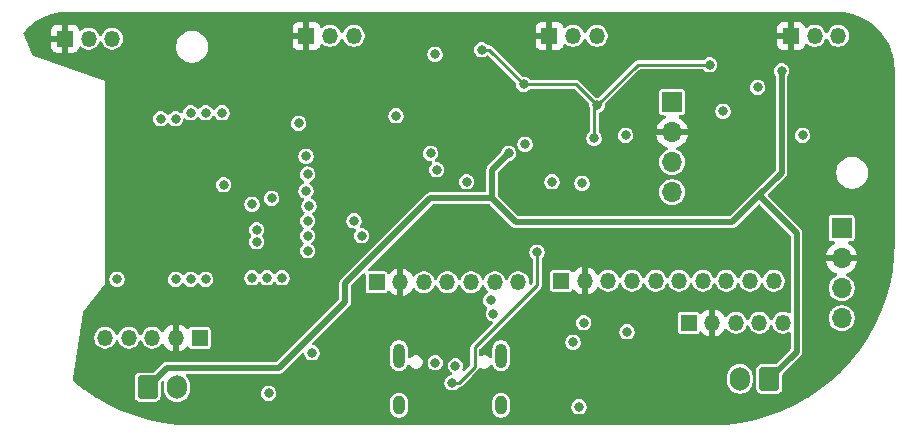
<source format=gbr>
%TF.GenerationSoftware,KiCad,Pcbnew,9.0.1*%
%TF.CreationDate,2025-04-13T07:36:32-05:00*%
%TF.ProjectId,LASK-V2-0,4c41534b-2d56-4322-9d30-2e6b69636164,rev?*%
%TF.SameCoordinates,Original*%
%TF.FileFunction,Copper,L3,Inr*%
%TF.FilePolarity,Positive*%
%FSLAX46Y46*%
G04 Gerber Fmt 4.6, Leading zero omitted, Abs format (unit mm)*
G04 Created by KiCad (PCBNEW 9.0.1) date 2025-04-13 07:36:32*
%MOMM*%
%LPD*%
G01*
G04 APERTURE LIST*
G04 Aperture macros list*
%AMRoundRect*
0 Rectangle with rounded corners*
0 $1 Rounding radius*
0 $2 $3 $4 $5 $6 $7 $8 $9 X,Y pos of 4 corners*
0 Add a 4 corners polygon primitive as box body*
4,1,4,$2,$3,$4,$5,$6,$7,$8,$9,$2,$3,0*
0 Add four circle primitives for the rounded corners*
1,1,$1+$1,$2,$3*
1,1,$1+$1,$4,$5*
1,1,$1+$1,$6,$7*
1,1,$1+$1,$8,$9*
0 Add four rect primitives between the rounded corners*
20,1,$1+$1,$2,$3,$4,$5,0*
20,1,$1+$1,$4,$5,$6,$7,0*
20,1,$1+$1,$6,$7,$8,$9,0*
20,1,$1+$1,$8,$9,$2,$3,0*%
G04 Aperture macros list end*
%TA.AperFunction,ComponentPad*%
%ADD10R,1.700000X1.700000*%
%TD*%
%TA.AperFunction,ComponentPad*%
%ADD11O,1.700000X1.700000*%
%TD*%
%TA.AperFunction,ComponentPad*%
%ADD12R,1.350000X1.350000*%
%TD*%
%TA.AperFunction,ComponentPad*%
%ADD13O,1.350000X1.350000*%
%TD*%
%TA.AperFunction,ComponentPad*%
%ADD14RoundRect,0.250000X0.600000X0.750000X-0.600000X0.750000X-0.600000X-0.750000X0.600000X-0.750000X0*%
%TD*%
%TA.AperFunction,ComponentPad*%
%ADD15O,1.700000X2.000000*%
%TD*%
%TA.AperFunction,ComponentPad*%
%ADD16RoundRect,0.250000X-0.600000X-0.750000X0.600000X-0.750000X0.600000X0.750000X-0.600000X0.750000X0*%
%TD*%
%TA.AperFunction,ComponentPad*%
%ADD17O,1.000000X2.100000*%
%TD*%
%TA.AperFunction,ComponentPad*%
%ADD18O,1.000000X1.600000*%
%TD*%
%TA.AperFunction,ViaPad*%
%ADD19C,0.800000*%
%TD*%
%TA.AperFunction,Conductor*%
%ADD20C,0.500000*%
%TD*%
%TA.AperFunction,Conductor*%
%ADD21C,0.250000*%
%TD*%
G04 APERTURE END LIST*
D10*
%TO.N,GND*%
%TO.C,J9*%
X170688000Y-73787000D03*
D11*
%TO.N,+3V3*%
X170688000Y-76327000D03*
%TO.N,SCL*%
X170688000Y-78867000D03*
%TO.N,SDA*%
X170688000Y-81407000D03*
%TD*%
D12*
%TO.N,GND*%
%TO.C,J3*%
X161290000Y-88900000D03*
D13*
%TO.N,+3V3*%
X163290000Y-88900000D03*
%TO.N,GP13*%
X165290000Y-88900000D03*
%TO.N,GP14*%
X167290000Y-88900000D03*
%TO.N,GP21*%
X169290000Y-88900000D03*
%TO.N,GP33*%
X171290000Y-88900000D03*
%TO.N,GP34*%
X173290000Y-88900000D03*
%TO.N,GP42*%
X175290000Y-88900000D03*
%TO.N,RX*%
X177290000Y-88900000D03*
%TO.N,TX*%
X179290000Y-88900000D03*
%TD*%
D12*
%TO.N,+3V3*%
%TO.C,H2*%
X139732000Y-68167600D03*
D13*
%TO.N,GND*%
X141732000Y-68167600D03*
%TO.N,hall_1*%
X143732000Y-68167600D03*
%TD*%
D12*
%TO.N,GND*%
%TO.C,Joystick1*%
X172085000Y-92456000D03*
D13*
%TO.N,+3V3*%
X174085000Y-92456000D03*
%TO.N,JX*%
X176085000Y-92456000D03*
%TO.N,JY*%
X178085000Y-92456000D03*
%TO.N,JSW*%
X180085000Y-92456000D03*
%TD*%
D12*
%TO.N,+3V3*%
%TO.C,H4*%
X180753000Y-68167600D03*
D13*
%TO.N,GND*%
X182753000Y-68167600D03*
%TO.N,hall_3*%
X184753000Y-68167600D03*
%TD*%
D12*
%TO.N,GND*%
%TO.C,J6*%
X145669000Y-89027000D03*
D13*
%TO.N,+3V3*%
X147669000Y-89027000D03*
%TO.N,GP15*%
X149669000Y-89027000D03*
%TO.N,GP16*%
X151669000Y-89027000D03*
%TO.N,GP17*%
X153669000Y-89027000D03*
%TO.N,GP18*%
X155669000Y-89027000D03*
%TO.N,ADC_BAT*%
X157669000Y-89027000D03*
%TD*%
D14*
%TO.N,VBAT*%
%TO.C,BattExtLTC4054*%
X178923000Y-97201000D03*
D15*
%TO.N,GND*%
X176423000Y-97201000D03*
%TD*%
D16*
%TO.N,VBAT*%
%TO.C,J2*%
X126278000Y-97917000D03*
D15*
%TO.N,GND*%
X128778000Y-97917000D03*
%TD*%
D12*
%TO.N,GND*%
%TO.C,Joystick2*%
X130683000Y-93726000D03*
D13*
%TO.N,+3V3*%
X128683000Y-93726000D03*
%TO.N,JX*%
X126683000Y-93726000D03*
%TO.N,JY*%
X124683000Y-93726000D03*
%TO.N,JSW*%
X122683000Y-93726000D03*
%TD*%
D17*
%TO.N,GND*%
%TO.C,J4*%
X147570000Y-95250000D03*
D18*
X147570000Y-99430000D03*
D17*
X156210000Y-95250000D03*
D18*
X156210000Y-99430000D03*
%TD*%
D12*
%TO.N,+3V3*%
%TO.C,H1*%
X119285000Y-68398600D03*
D13*
%TO.N,GND*%
X121285000Y-68398600D03*
%TO.N,hall_0*%
X123285000Y-68398600D03*
%TD*%
D12*
%TO.N,+3V3*%
%TO.C,H3*%
X160306000Y-68167600D03*
D13*
%TO.N,GND*%
X162306000Y-68167600D03*
%TO.N,hall_2*%
X164306000Y-68167600D03*
%TD*%
D10*
%TO.N,GND*%
%TO.C,J1*%
X185039000Y-84455000D03*
D11*
%TO.N,+3V3*%
X185039000Y-86995000D03*
%TO.N,SCL*%
X185039000Y-89535000D03*
%TO.N,SDA*%
X185039000Y-92075000D03*
%TD*%
D19*
%TO.N,GND*%
X166751000Y-76581000D03*
X175006000Y-74549000D03*
X147320000Y-74930000D03*
X181737000Y-76581000D03*
X162814000Y-99568000D03*
X132715000Y-80772000D03*
X150241000Y-78105000D03*
X150622000Y-69723000D03*
X166878000Y-93218000D03*
X158242000Y-77343000D03*
X123698000Y-88773000D03*
%TO.N,+3V3*%
X155321000Y-76581000D03*
X151384000Y-73279000D03*
X137922000Y-92710000D03*
X124841000Y-88773000D03*
%TO.N,SCL*%
X136779000Y-81915000D03*
X155321000Y-90551000D03*
X139827000Y-86360000D03*
%TO.N,SDA*%
X137668000Y-88646000D03*
X155565714Y-91687500D03*
X135128000Y-82423000D03*
%TO.N,JX*%
X140208000Y-94996000D03*
X128651000Y-88773000D03*
%TO.N,JY*%
X129921000Y-88773000D03*
%TO.N,JSW*%
X131191000Y-88773000D03*
%TO.N,b_start*%
X139827000Y-83820000D03*
X143764000Y-83820000D03*
%TO.N,GP14*%
X139827000Y-79883000D03*
%TO.N,GP15*%
X135509000Y-84582000D03*
%TO.N,GP16*%
X135509000Y-85598000D03*
%TO.N,VBAT*%
X179959000Y-71120000D03*
X156845000Y-78105000D03*
%TO.N,VBUS*%
X152069800Y-97536000D03*
X159258000Y-86487000D03*
X173863000Y-70612000D03*
X154559000Y-69342000D03*
X164084000Y-76835000D03*
X158115000Y-72263000D03*
X164338000Y-74041000D03*
%TO.N,b_select*%
X144399000Y-85090000D03*
X139827000Y-85090000D03*
%TO.N,Net-(JP1-A)*%
X160528000Y-80518000D03*
X163068000Y-80645000D03*
%TO.N,LDO_EN*%
X177927000Y-72517000D03*
X150749000Y-79502000D03*
%TO.N,ADC_BAT*%
X153289000Y-80518000D03*
X139954000Y-82550000D03*
%TO.N,100*%
X139065000Y-75565000D03*
X136525000Y-98425000D03*
%TO.N,GP13*%
X139700000Y-81280000D03*
%TO.N,GP17*%
X135128000Y-88646000D03*
%TO.N,GP18*%
X136398000Y-88646000D03*
%TO.N,GP21*%
X139700000Y-78359000D03*
%TO.N,GP34*%
X131191000Y-74676000D03*
%TO.N,GP33*%
X132588000Y-74676000D03*
%TO.N,TX*%
X127381000Y-75184000D03*
%TO.N,RX*%
X128651000Y-75184000D03*
%TO.N,GP42*%
X129921000Y-74676000D03*
%TO.N,Net-(J4-CC1)*%
X162306000Y-94107000D03*
X150640000Y-95834200D03*
%TO.N,Net-(J4-CC2)*%
X152349200Y-96088200D03*
X163195000Y-92456000D03*
%TD*%
D20*
%TO.N,VBAT*%
X150215000Y-81915000D02*
X155448000Y-81915000D01*
X179959000Y-79756000D02*
X179959000Y-71120000D01*
X155448000Y-81915000D02*
X157480000Y-83947000D01*
X157480000Y-83947000D02*
X175768000Y-83947000D01*
X143002000Y-90678000D02*
X143002000Y-89128000D01*
X175768000Y-83947000D02*
X178054000Y-81661000D01*
X143002000Y-89128000D02*
X150215000Y-81915000D01*
X127929000Y-96266000D02*
X137414000Y-96266000D01*
X137414000Y-96266000D02*
X143002000Y-90678000D01*
X178923000Y-97201000D02*
X181229000Y-94895000D01*
X178054000Y-81661000D02*
X179959000Y-79756000D01*
X155448000Y-81915000D02*
X155448000Y-79502000D01*
X155448000Y-79502000D02*
X156845000Y-78105000D01*
X181229000Y-94895000D02*
X181229000Y-84836000D01*
X126278000Y-97917000D02*
X127929000Y-96266000D01*
X181229000Y-84836000D02*
X178054000Y-81661000D01*
D21*
%TO.N,VBUS*%
X173863000Y-70612000D02*
X167767000Y-70612000D01*
X155194000Y-69342000D02*
X154559000Y-69342000D01*
X152069800Y-97536000D02*
X152620141Y-97536000D01*
X159258000Y-89271026D02*
X159258000Y-86487000D01*
X159258000Y-86487000D02*
X159258000Y-86614000D01*
X153981000Y-96175141D02*
X153981000Y-94548026D01*
X153981000Y-94548026D02*
X159258000Y-89271026D01*
X164084000Y-76835000D02*
X164084000Y-74295000D01*
X164084000Y-74295000D02*
X164338000Y-74041000D01*
X152620141Y-97536000D02*
X153981000Y-96175141D01*
X158115000Y-72263000D02*
X155194000Y-69342000D01*
X167767000Y-70612000D02*
X164338000Y-74041000D01*
X162560000Y-72263000D02*
X158115000Y-72263000D01*
X164338000Y-74041000D02*
X162560000Y-72263000D01*
%TD*%
%TA.AperFunction,Conductor*%
%TO.N,+3V3*%
G36*
X184558397Y-66120816D02*
G01*
X184822169Y-66139711D01*
X184822169Y-66139710D01*
X184875898Y-66143559D01*
X184875921Y-66143560D01*
X185257060Y-66170862D01*
X185274615Y-66173391D01*
X185954243Y-66321603D01*
X185971112Y-66326559D01*
X186622445Y-66569349D01*
X186622448Y-66569350D01*
X186638585Y-66576720D01*
X187248985Y-66910195D01*
X187263784Y-66919702D01*
X187745920Y-67280249D01*
X187820539Y-67336050D01*
X187833959Y-67347673D01*
X188326318Y-67840033D01*
X188337941Y-67853453D01*
X188754285Y-68410201D01*
X188763800Y-68425011D01*
X189097273Y-69035398D01*
X189104645Y-69051540D01*
X189347425Y-69702871D01*
X189352386Y-69719758D01*
X189500603Y-70399373D01*
X189503134Y-70416936D01*
X189553175Y-71115592D01*
X189553492Y-71124451D01*
X189553492Y-85617567D01*
X189553395Y-85622459D01*
X189505679Y-86831103D01*
X189504918Y-86840776D01*
X189363065Y-88040102D01*
X189361546Y-88049699D01*
X189126459Y-89233069D01*
X189124168Y-89242609D01*
X188795831Y-90405180D01*
X188792845Y-90414369D01*
X188375212Y-91547239D01*
X188371492Y-91556227D01*
X187866603Y-92652315D01*
X187862156Y-92661045D01*
X187271938Y-93714508D01*
X187266870Y-93722776D01*
X186596324Y-94726607D01*
X186590536Y-94734570D01*
X185842585Y-95681902D01*
X185836339Y-95689211D01*
X185016962Y-96576046D01*
X185010036Y-96582972D01*
X184821813Y-96756886D01*
X184821811Y-96756888D01*
X184123199Y-97402355D01*
X184115889Y-97408601D01*
X183168576Y-98156533D01*
X183160614Y-98162322D01*
X182156753Y-98832885D01*
X182148485Y-98837951D01*
X181095056Y-99428151D01*
X181086326Y-99432599D01*
X179990220Y-99937500D01*
X179981232Y-99941220D01*
X178848358Y-100358854D01*
X178839169Y-100361840D01*
X177676600Y-100690176D01*
X177667060Y-100692467D01*
X176483695Y-100927554D01*
X176474098Y-100929073D01*
X175274785Y-101070929D01*
X175265111Y-101071690D01*
X174056429Y-101119403D01*
X174051538Y-101119500D01*
X130056456Y-101119500D01*
X130051565Y-101119403D01*
X128842882Y-101071690D01*
X128833208Y-101070929D01*
X127633895Y-100929073D01*
X127624298Y-100927554D01*
X126440928Y-100692467D01*
X126431388Y-100690176D01*
X125268817Y-100361838D01*
X125259628Y-100358852D01*
X124126758Y-99941220D01*
X124117770Y-99937500D01*
X123827776Y-99803920D01*
X146819499Y-99803920D01*
X146848340Y-99948907D01*
X146848343Y-99948917D01*
X146904912Y-100085488D01*
X146904919Y-100085501D01*
X146987048Y-100208415D01*
X146987051Y-100208419D01*
X147091580Y-100312948D01*
X147091584Y-100312951D01*
X147214498Y-100395080D01*
X147214511Y-100395087D01*
X147351082Y-100451656D01*
X147351087Y-100451658D01*
X147351091Y-100451658D01*
X147351092Y-100451659D01*
X147496079Y-100480500D01*
X147496082Y-100480500D01*
X147643920Y-100480500D01*
X147741462Y-100461096D01*
X147788913Y-100451658D01*
X147925495Y-100395084D01*
X148048416Y-100312951D01*
X148152951Y-100208416D01*
X148235084Y-100085495D01*
X148291658Y-99948913D01*
X148320500Y-99803920D01*
X155459499Y-99803920D01*
X155488340Y-99948907D01*
X155488343Y-99948917D01*
X155544912Y-100085488D01*
X155544919Y-100085501D01*
X155627048Y-100208415D01*
X155627051Y-100208419D01*
X155731580Y-100312948D01*
X155731584Y-100312951D01*
X155854498Y-100395080D01*
X155854511Y-100395087D01*
X155991082Y-100451656D01*
X155991087Y-100451658D01*
X155991091Y-100451658D01*
X155991092Y-100451659D01*
X156136079Y-100480500D01*
X156136082Y-100480500D01*
X156283920Y-100480500D01*
X156381462Y-100461096D01*
X156428913Y-100451658D01*
X156565495Y-100395084D01*
X156688416Y-100312951D01*
X156792951Y-100208416D01*
X156875084Y-100085495D01*
X156931658Y-99948913D01*
X156960500Y-99803918D01*
X156960500Y-99632071D01*
X162163499Y-99632071D01*
X162188497Y-99757738D01*
X162188499Y-99757744D01*
X162237533Y-99876124D01*
X162237538Y-99876133D01*
X162308723Y-99982668D01*
X162308726Y-99982672D01*
X162399327Y-100073273D01*
X162399331Y-100073276D01*
X162505866Y-100144461D01*
X162505872Y-100144464D01*
X162505873Y-100144465D01*
X162624256Y-100193501D01*
X162624260Y-100193501D01*
X162624261Y-100193502D01*
X162749928Y-100218500D01*
X162749931Y-100218500D01*
X162878071Y-100218500D01*
X162962615Y-100201682D01*
X163003744Y-100193501D01*
X163122127Y-100144465D01*
X163228669Y-100073276D01*
X163319276Y-99982669D01*
X163390465Y-99876127D01*
X163439501Y-99757744D01*
X163464500Y-99632069D01*
X163464500Y-99503931D01*
X163464500Y-99503928D01*
X163439502Y-99378261D01*
X163439501Y-99378260D01*
X163439501Y-99378256D01*
X163390465Y-99259873D01*
X163390464Y-99259872D01*
X163390461Y-99259866D01*
X163319276Y-99153331D01*
X163319273Y-99153327D01*
X163228672Y-99062726D01*
X163228668Y-99062723D01*
X163122133Y-98991538D01*
X163122124Y-98991533D01*
X163003744Y-98942499D01*
X163003738Y-98942497D01*
X162878071Y-98917500D01*
X162878069Y-98917500D01*
X162749931Y-98917500D01*
X162749929Y-98917500D01*
X162624261Y-98942497D01*
X162624255Y-98942499D01*
X162505875Y-98991533D01*
X162505866Y-98991538D01*
X162399331Y-99062723D01*
X162399327Y-99062726D01*
X162308726Y-99153327D01*
X162308723Y-99153331D01*
X162237538Y-99259866D01*
X162237533Y-99259875D01*
X162188499Y-99378255D01*
X162188497Y-99378261D01*
X162163500Y-99503928D01*
X162163500Y-99503931D01*
X162163500Y-99632069D01*
X162163500Y-99632071D01*
X162163499Y-99632071D01*
X156960500Y-99632071D01*
X156960500Y-99056082D01*
X156960500Y-99056079D01*
X156931659Y-98911092D01*
X156931658Y-98911091D01*
X156931658Y-98911087D01*
X156902076Y-98839669D01*
X156875087Y-98774511D01*
X156875080Y-98774498D01*
X156792951Y-98651584D01*
X156792948Y-98651580D01*
X156688419Y-98547051D01*
X156688415Y-98547048D01*
X156565501Y-98464919D01*
X156565488Y-98464912D01*
X156428917Y-98408343D01*
X156428907Y-98408340D01*
X156283920Y-98379500D01*
X156283918Y-98379500D01*
X156136082Y-98379500D01*
X156136080Y-98379500D01*
X155991092Y-98408340D01*
X155991082Y-98408343D01*
X155854511Y-98464912D01*
X155854498Y-98464919D01*
X155731584Y-98547048D01*
X155731580Y-98547051D01*
X155627051Y-98651580D01*
X155627048Y-98651584D01*
X155544919Y-98774498D01*
X155544912Y-98774511D01*
X155488343Y-98911082D01*
X155488340Y-98911092D01*
X155459500Y-99056079D01*
X155459500Y-99056082D01*
X155459500Y-99803918D01*
X155459500Y-99803920D01*
X155459499Y-99803920D01*
X148320500Y-99803920D01*
X148320500Y-99803918D01*
X148320500Y-99056082D01*
X148320500Y-99056079D01*
X148291659Y-98911092D01*
X148291658Y-98911091D01*
X148291658Y-98911087D01*
X148262076Y-98839669D01*
X148235087Y-98774511D01*
X148235080Y-98774498D01*
X148152951Y-98651584D01*
X148152948Y-98651580D01*
X148048419Y-98547051D01*
X148048415Y-98547048D01*
X147925501Y-98464919D01*
X147925488Y-98464912D01*
X147788917Y-98408343D01*
X147788907Y-98408340D01*
X147643920Y-98379500D01*
X147643918Y-98379500D01*
X147496082Y-98379500D01*
X147496080Y-98379500D01*
X147351092Y-98408340D01*
X147351082Y-98408343D01*
X147214511Y-98464912D01*
X147214498Y-98464919D01*
X147091584Y-98547048D01*
X147091580Y-98547051D01*
X146987051Y-98651580D01*
X146987048Y-98651584D01*
X146904919Y-98774498D01*
X146904912Y-98774511D01*
X146848343Y-98911082D01*
X146848340Y-98911092D01*
X146819500Y-99056079D01*
X146819500Y-99056082D01*
X146819500Y-99803918D01*
X146819500Y-99803920D01*
X146819499Y-99803920D01*
X123827776Y-99803920D01*
X123021680Y-99432607D01*
X123012950Y-99428160D01*
X121959484Y-98837940D01*
X121951216Y-98832872D01*
X120947384Y-98162328D01*
X120939422Y-98156540D01*
X119992101Y-97408601D01*
X119984796Y-97402359D01*
X119984792Y-97402355D01*
X119976771Y-97394944D01*
X119940888Y-97334996D01*
X119938230Y-97285881D01*
X119962686Y-97119135D01*
X125177500Y-97119135D01*
X125177500Y-98714870D01*
X125177501Y-98714876D01*
X125183908Y-98774483D01*
X125234202Y-98909328D01*
X125234206Y-98909335D01*
X125320452Y-99024544D01*
X125320455Y-99024547D01*
X125435664Y-99110793D01*
X125435671Y-99110797D01*
X125570517Y-99161091D01*
X125570516Y-99161091D01*
X125577444Y-99161835D01*
X125630127Y-99167500D01*
X126925872Y-99167499D01*
X126985483Y-99161091D01*
X127120331Y-99110796D01*
X127235546Y-99024546D01*
X127321796Y-98909331D01*
X127372091Y-98774483D01*
X127378500Y-98714873D01*
X127378499Y-97575675D01*
X127398184Y-97508637D01*
X127414812Y-97488000D01*
X127493289Y-97409523D01*
X127554608Y-97376041D01*
X127624300Y-97381025D01*
X127680234Y-97422896D01*
X127704651Y-97488360D01*
X127703440Y-97516604D01*
X127688854Y-97608701D01*
X127677500Y-97680389D01*
X127677500Y-98153611D01*
X127704598Y-98324701D01*
X127758127Y-98489445D01*
X127836768Y-98643788D01*
X127938586Y-98783928D01*
X128061072Y-98906414D01*
X128201212Y-99008232D01*
X128355555Y-99086873D01*
X128520299Y-99140402D01*
X128691389Y-99167500D01*
X128691390Y-99167500D01*
X128864610Y-99167500D01*
X128864611Y-99167500D01*
X129035701Y-99140402D01*
X129200445Y-99086873D01*
X129354788Y-99008232D01*
X129494928Y-98906414D01*
X129617414Y-98783928D01*
X129719232Y-98643788D01*
X129797873Y-98489445D01*
X129797995Y-98489071D01*
X135874499Y-98489071D01*
X135899497Y-98614738D01*
X135899499Y-98614744D01*
X135948533Y-98733124D01*
X135948538Y-98733133D01*
X136019723Y-98839668D01*
X136019726Y-98839672D01*
X136110327Y-98930273D01*
X136110331Y-98930276D01*
X136216866Y-99001461D01*
X136216875Y-99001466D01*
X136233210Y-99008232D01*
X136335256Y-99050501D01*
X136335260Y-99050501D01*
X136335261Y-99050502D01*
X136460928Y-99075500D01*
X136460931Y-99075500D01*
X136589071Y-99075500D01*
X136686702Y-99056079D01*
X136714744Y-99050501D01*
X136833127Y-99001465D01*
X136847991Y-98991533D01*
X136914808Y-98946888D01*
X136924563Y-98940369D01*
X136939669Y-98930276D01*
X137030276Y-98839669D01*
X137101465Y-98733127D01*
X137150501Y-98614744D01*
X137175425Y-98489447D01*
X137175500Y-98489071D01*
X137175500Y-98360928D01*
X137150502Y-98235261D01*
X137150501Y-98235260D01*
X137150501Y-98235256D01*
X137101465Y-98116873D01*
X137101464Y-98116872D01*
X137101461Y-98116866D01*
X137030276Y-98010331D01*
X137030273Y-98010327D01*
X136939672Y-97919726D01*
X136939668Y-97919723D01*
X136833133Y-97848538D01*
X136833124Y-97848533D01*
X136714744Y-97799499D01*
X136714738Y-97799497D01*
X136589071Y-97774500D01*
X136589069Y-97774500D01*
X136460931Y-97774500D01*
X136460929Y-97774500D01*
X136335261Y-97799497D01*
X136335255Y-97799499D01*
X136216875Y-97848533D01*
X136216866Y-97848538D01*
X136110331Y-97919723D01*
X136110327Y-97919726D01*
X136019726Y-98010327D01*
X136019723Y-98010331D01*
X135948538Y-98116866D01*
X135948533Y-98116875D01*
X135899499Y-98235255D01*
X135899497Y-98235261D01*
X135874500Y-98360928D01*
X135874500Y-98360931D01*
X135874500Y-98489069D01*
X135874500Y-98489071D01*
X135874499Y-98489071D01*
X129797995Y-98489071D01*
X129851402Y-98324701D01*
X129878500Y-98153611D01*
X129878500Y-97680389D01*
X129851402Y-97509299D01*
X129797873Y-97344555D01*
X129719232Y-97190212D01*
X129617414Y-97050072D01*
X129545523Y-96978181D01*
X129512038Y-96916858D01*
X129517022Y-96847166D01*
X129558894Y-96791233D01*
X129624358Y-96766816D01*
X129633204Y-96766500D01*
X137479890Y-96766500D01*
X137479892Y-96766500D01*
X137607186Y-96732392D01*
X137721314Y-96666500D01*
X138513893Y-95873920D01*
X146819499Y-95873920D01*
X146848340Y-96018907D01*
X146848343Y-96018917D01*
X146904912Y-96155488D01*
X146904919Y-96155501D01*
X146987048Y-96278415D01*
X146987051Y-96278419D01*
X147091580Y-96382948D01*
X147091584Y-96382951D01*
X147214498Y-96465080D01*
X147214511Y-96465087D01*
X147305726Y-96502869D01*
X147351087Y-96521658D01*
X147351091Y-96521658D01*
X147351092Y-96521659D01*
X147496079Y-96550500D01*
X147496082Y-96550500D01*
X147643920Y-96550500D01*
X147741462Y-96531096D01*
X147788913Y-96521658D01*
X147925495Y-96465084D01*
X148048416Y-96382951D01*
X148152951Y-96278416D01*
X148235084Y-96155495D01*
X148235086Y-96155491D01*
X148235087Y-96155489D01*
X148271356Y-96067926D01*
X148315196Y-96013522D01*
X148381490Y-95991457D01*
X148449190Y-96008736D01*
X148493304Y-96053378D01*
X148539482Y-96133361D01*
X148539484Y-96133363D01*
X148539485Y-96133365D01*
X148646635Y-96240515D01*
X148777865Y-96316281D01*
X148924234Y-96355500D01*
X148924236Y-96355500D01*
X149075764Y-96355500D01*
X149075766Y-96355500D01*
X149222135Y-96316281D01*
X149353365Y-96240515D01*
X149460515Y-96133365D01*
X149536281Y-96002135D01*
X149564111Y-95898271D01*
X149989499Y-95898271D01*
X150014497Y-96023938D01*
X150014499Y-96023944D01*
X150063533Y-96142324D01*
X150063538Y-96142333D01*
X150134723Y-96248868D01*
X150134726Y-96248872D01*
X150225327Y-96339473D01*
X150225331Y-96339476D01*
X150331866Y-96410661D01*
X150331872Y-96410664D01*
X150331873Y-96410665D01*
X150450256Y-96459701D01*
X150450260Y-96459701D01*
X150450261Y-96459702D01*
X150575928Y-96484700D01*
X150575931Y-96484700D01*
X150704071Y-96484700D01*
X150802667Y-96465087D01*
X150829744Y-96459701D01*
X150948127Y-96410665D01*
X151054669Y-96339476D01*
X151145276Y-96248869D01*
X151216465Y-96142327D01*
X151265501Y-96023944D01*
X151276581Y-95968241D01*
X151290500Y-95898271D01*
X151290500Y-95770128D01*
X151265502Y-95644461D01*
X151265501Y-95644460D01*
X151265501Y-95644456D01*
X151216465Y-95526073D01*
X151216464Y-95526072D01*
X151216461Y-95526066D01*
X151145276Y-95419531D01*
X151145273Y-95419527D01*
X151054672Y-95328926D01*
X151054668Y-95328923D01*
X150948133Y-95257738D01*
X150948124Y-95257733D01*
X150829744Y-95208699D01*
X150829738Y-95208697D01*
X150704071Y-95183700D01*
X150704069Y-95183700D01*
X150575931Y-95183700D01*
X150575929Y-95183700D01*
X150450261Y-95208697D01*
X150450255Y-95208699D01*
X150331875Y-95257733D01*
X150331866Y-95257738D01*
X150225331Y-95328923D01*
X150225327Y-95328926D01*
X150134726Y-95419527D01*
X150134723Y-95419531D01*
X150063538Y-95526066D01*
X150063533Y-95526075D01*
X150014499Y-95644455D01*
X150014497Y-95644461D01*
X149989500Y-95770128D01*
X149989500Y-95770131D01*
X149989500Y-95898269D01*
X149989500Y-95898271D01*
X149989499Y-95898271D01*
X149564111Y-95898271D01*
X149575500Y-95855766D01*
X149575500Y-95704234D01*
X149536281Y-95557865D01*
X149460515Y-95426635D01*
X149353365Y-95319485D01*
X149287750Y-95281602D01*
X149222136Y-95243719D01*
X149148950Y-95224109D01*
X149075766Y-95204500D01*
X148924234Y-95204500D01*
X148777863Y-95243719D01*
X148646635Y-95319485D01*
X148646632Y-95319487D01*
X148533738Y-95432382D01*
X148531719Y-95430363D01*
X148486445Y-95463420D01*
X148416698Y-95467573D01*
X148355779Y-95433359D01*
X148323028Y-95371641D01*
X148320500Y-95346730D01*
X148320500Y-94626079D01*
X148291659Y-94481092D01*
X148291658Y-94481091D01*
X148291658Y-94481087D01*
X148266164Y-94419538D01*
X148235087Y-94344511D01*
X148235080Y-94344498D01*
X148152951Y-94221584D01*
X148152948Y-94221580D01*
X148048419Y-94117051D01*
X148048415Y-94117048D01*
X147925501Y-94034919D01*
X147925488Y-94034912D01*
X147788917Y-93978343D01*
X147788907Y-93978340D01*
X147643920Y-93949500D01*
X147643918Y-93949500D01*
X147496082Y-93949500D01*
X147496080Y-93949500D01*
X147351092Y-93978340D01*
X147351082Y-93978343D01*
X147214511Y-94034912D01*
X147214498Y-94034919D01*
X147091584Y-94117048D01*
X147091580Y-94117051D01*
X146987051Y-94221580D01*
X146987048Y-94221584D01*
X146904919Y-94344498D01*
X146904912Y-94344511D01*
X146848343Y-94481082D01*
X146848340Y-94481092D01*
X146819500Y-94626079D01*
X146819500Y-94626082D01*
X146819500Y-95873918D01*
X146819500Y-95873920D01*
X146819499Y-95873920D01*
X138513893Y-95873920D01*
X139355343Y-95032469D01*
X139416664Y-94998986D01*
X139486355Y-95003970D01*
X139542289Y-95045842D01*
X139564639Y-95095960D01*
X139582497Y-95185738D01*
X139582498Y-95185742D01*
X139582499Y-95185744D01*
X139592007Y-95208699D01*
X139631533Y-95304124D01*
X139631538Y-95304133D01*
X139702723Y-95410668D01*
X139702726Y-95410672D01*
X139793327Y-95501273D01*
X139793331Y-95501276D01*
X139899866Y-95572461D01*
X139899872Y-95572464D01*
X139899873Y-95572465D01*
X140018256Y-95621501D01*
X140018260Y-95621501D01*
X140018261Y-95621502D01*
X140143928Y-95646500D01*
X140143931Y-95646500D01*
X140272071Y-95646500D01*
X140356615Y-95629682D01*
X140397744Y-95621501D01*
X140516127Y-95572465D01*
X140622669Y-95501276D01*
X140713276Y-95410669D01*
X140784465Y-95304127D01*
X140833501Y-95185744D01*
X140858500Y-95060069D01*
X140858500Y-94931931D01*
X140858500Y-94931928D01*
X140833502Y-94806261D01*
X140833501Y-94806260D01*
X140833501Y-94806256D01*
X140790881Y-94703362D01*
X140784466Y-94687875D01*
X140784462Y-94687868D01*
X140713276Y-94581331D01*
X140713273Y-94581327D01*
X140622672Y-94490726D01*
X140622668Y-94490723D01*
X140516133Y-94419538D01*
X140516124Y-94419533D01*
X140397744Y-94370499D01*
X140397738Y-94370497D01*
X140307960Y-94352639D01*
X140246049Y-94320254D01*
X140211475Y-94259538D01*
X140215216Y-94189768D01*
X140244469Y-94143343D01*
X143402499Y-90985315D01*
X143468392Y-90871186D01*
X143502500Y-90743893D01*
X143502500Y-90612108D01*
X143502500Y-89386676D01*
X143522185Y-89319637D01*
X143538819Y-89298995D01*
X144531819Y-88305995D01*
X144593142Y-88272510D01*
X144662834Y-88277494D01*
X144718767Y-88319366D01*
X144743184Y-88384830D01*
X144743500Y-88393676D01*
X144743500Y-89726678D01*
X144758032Y-89799735D01*
X144758033Y-89799739D01*
X144775245Y-89825499D01*
X144813399Y-89882601D01*
X144892930Y-89935741D01*
X144896260Y-89937966D01*
X144896264Y-89937967D01*
X144969321Y-89952499D01*
X144969324Y-89952500D01*
X144969326Y-89952500D01*
X146368676Y-89952500D01*
X146368677Y-89952499D01*
X146441740Y-89937966D01*
X146524601Y-89882601D01*
X146576312Y-89805207D01*
X146629922Y-89760403D01*
X146699247Y-89751694D01*
X146762275Y-89781848D01*
X146769290Y-89789040D01*
X146769315Y-89789016D01*
X146903540Y-89923241D01*
X146903545Y-89923245D01*
X147053162Y-90031947D01*
X147217956Y-90115915D01*
X147217959Y-90115916D01*
X147393845Y-90173064D01*
X147393858Y-90173067D01*
X147419000Y-90177049D01*
X147419000Y-89342686D01*
X147423394Y-89347080D01*
X147514606Y-89399741D01*
X147616339Y-89427000D01*
X147721661Y-89427000D01*
X147823394Y-89399741D01*
X147914606Y-89347080D01*
X147919000Y-89342686D01*
X147919000Y-90177048D01*
X147944141Y-90173067D01*
X147944154Y-90173064D01*
X148120040Y-90115916D01*
X148120043Y-90115915D01*
X148284837Y-90031947D01*
X148434454Y-89923245D01*
X148434459Y-89923241D01*
X148565241Y-89792459D01*
X148565245Y-89792454D01*
X148673949Y-89642835D01*
X148704859Y-89582171D01*
X148752833Y-89531375D01*
X148820653Y-89514579D01*
X148886789Y-89537116D01*
X148918446Y-89569574D01*
X148950116Y-89616971D01*
X148950119Y-89616975D01*
X149079024Y-89745880D01*
X149079032Y-89745886D01*
X149230608Y-89847166D01*
X149230612Y-89847168D01*
X149359369Y-89900500D01*
X149399042Y-89916933D01*
X149399046Y-89916933D01*
X149399047Y-89916934D01*
X149577843Y-89952500D01*
X149577846Y-89952500D01*
X149760156Y-89952500D01*
X149889510Y-89926769D01*
X149938958Y-89916933D01*
X150107389Y-89847167D01*
X150107391Y-89847166D01*
X150188904Y-89792701D01*
X150258972Y-89745883D01*
X150387883Y-89616972D01*
X150455460Y-89515835D01*
X150489166Y-89465391D01*
X150489168Y-89465387D01*
X150554439Y-89307808D01*
X150598280Y-89253404D01*
X150664574Y-89231339D01*
X150732273Y-89248618D01*
X150779884Y-89299755D01*
X150783561Y-89307808D01*
X150848831Y-89465387D01*
X150848833Y-89465391D01*
X150950113Y-89616967D01*
X150950119Y-89616975D01*
X151079024Y-89745880D01*
X151079032Y-89745886D01*
X151230608Y-89847166D01*
X151230612Y-89847168D01*
X151359369Y-89900500D01*
X151399042Y-89916933D01*
X151399046Y-89916933D01*
X151399047Y-89916934D01*
X151577843Y-89952500D01*
X151577846Y-89952500D01*
X151760156Y-89952500D01*
X151889510Y-89926769D01*
X151938958Y-89916933D01*
X152107389Y-89847167D01*
X152107391Y-89847166D01*
X152188904Y-89792701D01*
X152258972Y-89745883D01*
X152387883Y-89616972D01*
X152455460Y-89515835D01*
X152489166Y-89465391D01*
X152489168Y-89465387D01*
X152554439Y-89307808D01*
X152598280Y-89253404D01*
X152664574Y-89231339D01*
X152732273Y-89248618D01*
X152779884Y-89299755D01*
X152783561Y-89307808D01*
X152848831Y-89465387D01*
X152848833Y-89465391D01*
X152950113Y-89616967D01*
X152950119Y-89616975D01*
X153079024Y-89745880D01*
X153079032Y-89745886D01*
X153230608Y-89847166D01*
X153230612Y-89847168D01*
X153359369Y-89900500D01*
X153399042Y-89916933D01*
X153399046Y-89916933D01*
X153399047Y-89916934D01*
X153577843Y-89952500D01*
X153577846Y-89952500D01*
X153760156Y-89952500D01*
X153889510Y-89926769D01*
X153938958Y-89916933D01*
X154107389Y-89847167D01*
X154107391Y-89847166D01*
X154188904Y-89792701D01*
X154258972Y-89745883D01*
X154387883Y-89616972D01*
X154455460Y-89515835D01*
X154489166Y-89465391D01*
X154489168Y-89465387D01*
X154554439Y-89307808D01*
X154598280Y-89253404D01*
X154664574Y-89231339D01*
X154732273Y-89248618D01*
X154779884Y-89299755D01*
X154783561Y-89307808D01*
X154848831Y-89465387D01*
X154848833Y-89465391D01*
X154950113Y-89616967D01*
X154950119Y-89616975D01*
X155079028Y-89745884D01*
X155082073Y-89748383D01*
X155083239Y-89750095D01*
X155083335Y-89750191D01*
X155083316Y-89750209D01*
X155121409Y-89806128D01*
X155123280Y-89875972D01*
X155087094Y-89935741D01*
X155050865Y-89958797D01*
X155012878Y-89974532D01*
X155012866Y-89974538D01*
X154906331Y-90045723D01*
X154906327Y-90045726D01*
X154815726Y-90136327D01*
X154815723Y-90136331D01*
X154744538Y-90242866D01*
X154744533Y-90242875D01*
X154695499Y-90361255D01*
X154695497Y-90361261D01*
X154670500Y-90486928D01*
X154670500Y-90486931D01*
X154670500Y-90615069D01*
X154670500Y-90615071D01*
X154670499Y-90615071D01*
X154695497Y-90740738D01*
X154695499Y-90740744D01*
X154744533Y-90859124D01*
X154744538Y-90859133D01*
X154815723Y-90965668D01*
X154815726Y-90965672D01*
X154906327Y-91056273D01*
X154906331Y-91056276D01*
X155009804Y-91125415D01*
X155054609Y-91179027D01*
X155063316Y-91248352D01*
X155044016Y-91297407D01*
X154989251Y-91379368D01*
X154989247Y-91379375D01*
X154940213Y-91497755D01*
X154940211Y-91497761D01*
X154915214Y-91623428D01*
X154915214Y-91623431D01*
X154915214Y-91751569D01*
X154915214Y-91751571D01*
X154915213Y-91751571D01*
X154940211Y-91877238D01*
X154940213Y-91877244D01*
X154989247Y-91995624D01*
X154989252Y-91995633D01*
X155060437Y-92102168D01*
X155060440Y-92102172D01*
X155151041Y-92192773D01*
X155151045Y-92192776D01*
X155257580Y-92263961D01*
X155257589Y-92263966D01*
X155263118Y-92266256D01*
X155375970Y-92313001D01*
X155393110Y-92316410D01*
X155406187Y-92319012D01*
X155468098Y-92351397D01*
X155502672Y-92412112D01*
X155498933Y-92481882D01*
X155469677Y-92528310D01*
X153750438Y-94247551D01*
X153680526Y-94317462D01*
X153631091Y-94403085D01*
X153631091Y-94403086D01*
X153631090Y-94403088D01*
X153605500Y-94498591D01*
X153605500Y-94498593D01*
X153605500Y-95968241D01*
X153585815Y-96035280D01*
X153569181Y-96055922D01*
X153152135Y-96472967D01*
X153090812Y-96506452D01*
X153021120Y-96501468D01*
X152965187Y-96459596D01*
X152940770Y-96394132D01*
X152949894Y-96337832D01*
X152951452Y-96334072D01*
X152974504Y-96278419D01*
X152974699Y-96277949D01*
X152974699Y-96277948D01*
X152974701Y-96277944D01*
X152985317Y-96224576D01*
X152999700Y-96152271D01*
X152999700Y-96024128D01*
X152974702Y-95898461D01*
X152974701Y-95898460D01*
X152974701Y-95898456D01*
X152925665Y-95780073D01*
X152925664Y-95780072D01*
X152925661Y-95780066D01*
X152854476Y-95673531D01*
X152854473Y-95673527D01*
X152763872Y-95582926D01*
X152763868Y-95582923D01*
X152657333Y-95511738D01*
X152657324Y-95511733D01*
X152538944Y-95462699D01*
X152538938Y-95462697D01*
X152413271Y-95437700D01*
X152413269Y-95437700D01*
X152285131Y-95437700D01*
X152285129Y-95437700D01*
X152159461Y-95462697D01*
X152159455Y-95462699D01*
X152041075Y-95511733D01*
X152041066Y-95511738D01*
X151934531Y-95582923D01*
X151934527Y-95582926D01*
X151843926Y-95673527D01*
X151843923Y-95673531D01*
X151772738Y-95780066D01*
X151772733Y-95780075D01*
X151723699Y-95898455D01*
X151723697Y-95898461D01*
X151698700Y-96024128D01*
X151698700Y-96024131D01*
X151698700Y-96152269D01*
X151698700Y-96152271D01*
X151698699Y-96152271D01*
X151723697Y-96277938D01*
X151723699Y-96277944D01*
X151772733Y-96396324D01*
X151772738Y-96396333D01*
X151843923Y-96502868D01*
X151843926Y-96502872D01*
X151934527Y-96593473D01*
X151934531Y-96593476D01*
X152038738Y-96663106D01*
X152083543Y-96716719D01*
X152092250Y-96786044D01*
X152062095Y-96849071D01*
X152002652Y-96885790D01*
X151994039Y-96887825D01*
X151880061Y-96910497D01*
X151880055Y-96910499D01*
X151761675Y-96959533D01*
X151761666Y-96959538D01*
X151655131Y-97030723D01*
X151655127Y-97030726D01*
X151564526Y-97121327D01*
X151564523Y-97121331D01*
X151493338Y-97227866D01*
X151493333Y-97227875D01*
X151444299Y-97346255D01*
X151444297Y-97346261D01*
X151419300Y-97471928D01*
X151419300Y-97471931D01*
X151419300Y-97600069D01*
X151419300Y-97600071D01*
X151419299Y-97600071D01*
X151444297Y-97725738D01*
X151444299Y-97725744D01*
X151493333Y-97844124D01*
X151493338Y-97844133D01*
X151564523Y-97950668D01*
X151564526Y-97950672D01*
X151655127Y-98041273D01*
X151655131Y-98041276D01*
X151761666Y-98112461D01*
X151761675Y-98112466D01*
X151788492Y-98123574D01*
X151880056Y-98161501D01*
X151880060Y-98161501D01*
X151880061Y-98161502D01*
X152005728Y-98186500D01*
X152005731Y-98186500D01*
X152133871Y-98186500D01*
X152218415Y-98169682D01*
X152259544Y-98161501D01*
X152377927Y-98112465D01*
X152484469Y-98041276D01*
X152526881Y-97998864D01*
X152577927Y-97947819D01*
X152639250Y-97914334D01*
X152665608Y-97911500D01*
X152669575Y-97911500D01*
X152669577Y-97911500D01*
X152715825Y-97899107D01*
X152725599Y-97896489D01*
X152738758Y-97892962D01*
X152765079Y-97885910D01*
X152850703Y-97836475D01*
X152920616Y-97766562D01*
X153722789Y-96964389D01*
X175322500Y-96964389D01*
X175322500Y-97437610D01*
X175349597Y-97608697D01*
X175403128Y-97773447D01*
X175473468Y-97911499D01*
X175481768Y-97927788D01*
X175583586Y-98067928D01*
X175706072Y-98190414D01*
X175846212Y-98292232D01*
X176000555Y-98370873D01*
X176165299Y-98424402D01*
X176336389Y-98451500D01*
X176336390Y-98451500D01*
X176509610Y-98451500D01*
X176509611Y-98451500D01*
X176680701Y-98424402D01*
X176845445Y-98370873D01*
X176999788Y-98292232D01*
X177139928Y-98190414D01*
X177262414Y-98067928D01*
X177364232Y-97927788D01*
X177442873Y-97773445D01*
X177496402Y-97608701D01*
X177523500Y-97437611D01*
X177523500Y-96964389D01*
X177496402Y-96793299D01*
X177442873Y-96628555D01*
X177364232Y-96474212D01*
X177262414Y-96334072D01*
X177139928Y-96211586D01*
X176999788Y-96109768D01*
X176845445Y-96031127D01*
X176680701Y-95977598D01*
X176680699Y-95977597D01*
X176680698Y-95977597D01*
X176549271Y-95956781D01*
X176509611Y-95950500D01*
X176336389Y-95950500D01*
X176296728Y-95956781D01*
X176165302Y-95977597D01*
X176000552Y-96031128D01*
X175846211Y-96109768D01*
X175783280Y-96155491D01*
X175706072Y-96211586D01*
X175706070Y-96211588D01*
X175706069Y-96211588D01*
X175583588Y-96334069D01*
X175583588Y-96334070D01*
X175583586Y-96334072D01*
X175568018Y-96355500D01*
X175481768Y-96474211D01*
X175403128Y-96628552D01*
X175403127Y-96628554D01*
X175403127Y-96628555D01*
X175388716Y-96672908D01*
X175349597Y-96793302D01*
X175322500Y-96964389D01*
X153722789Y-96964389D01*
X154281474Y-96405704D01*
X154281475Y-96405703D01*
X154327294Y-96326341D01*
X154377860Y-96278127D01*
X154446467Y-96264904D01*
X154496680Y-96280955D01*
X154557865Y-96316281D01*
X154704234Y-96355500D01*
X154704236Y-96355500D01*
X154855764Y-96355500D01*
X154855766Y-96355500D01*
X155002135Y-96316281D01*
X155133365Y-96240515D01*
X155240515Y-96133365D01*
X155286696Y-96053376D01*
X155337261Y-96005163D01*
X155405868Y-95991939D01*
X155470733Y-96017907D01*
X155508643Y-96067925D01*
X155544914Y-96155491D01*
X155544919Y-96155501D01*
X155627048Y-96278415D01*
X155627051Y-96278419D01*
X155731580Y-96382948D01*
X155731584Y-96382951D01*
X155854498Y-96465080D01*
X155854511Y-96465087D01*
X155945726Y-96502869D01*
X155991087Y-96521658D01*
X155991091Y-96521658D01*
X155991092Y-96521659D01*
X156136079Y-96550500D01*
X156136082Y-96550500D01*
X156283920Y-96550500D01*
X156381462Y-96531096D01*
X156428913Y-96521658D01*
X156565495Y-96465084D01*
X156688416Y-96382951D01*
X156792951Y-96278416D01*
X156875084Y-96155495D01*
X156876420Y-96152271D01*
X156911356Y-96067926D01*
X156931658Y-96018913D01*
X156960500Y-95873918D01*
X156960500Y-94626082D01*
X156960500Y-94626079D01*
X156931659Y-94481092D01*
X156931658Y-94481091D01*
X156931658Y-94481087D01*
X156906164Y-94419538D01*
X156875087Y-94344511D01*
X156875080Y-94344498D01*
X156792951Y-94221584D01*
X156792948Y-94221580D01*
X156742439Y-94171071D01*
X161655499Y-94171071D01*
X161680497Y-94296738D01*
X161680499Y-94296744D01*
X161729533Y-94415124D01*
X161729538Y-94415133D01*
X161800723Y-94521668D01*
X161800726Y-94521672D01*
X161891327Y-94612273D01*
X161891331Y-94612276D01*
X161997866Y-94683461D01*
X161997875Y-94683466D01*
X162008546Y-94687886D01*
X162116256Y-94732501D01*
X162116260Y-94732501D01*
X162116261Y-94732502D01*
X162241928Y-94757500D01*
X162241931Y-94757500D01*
X162370071Y-94757500D01*
X162454615Y-94740682D01*
X162495744Y-94732501D01*
X162614127Y-94683465D01*
X162720669Y-94612276D01*
X162811276Y-94521669D01*
X162882465Y-94415127D01*
X162931501Y-94296744D01*
X162946452Y-94221584D01*
X162956500Y-94171071D01*
X162956500Y-94042928D01*
X162931502Y-93917261D01*
X162931501Y-93917260D01*
X162931501Y-93917256D01*
X162882465Y-93798873D01*
X162882464Y-93798872D01*
X162882461Y-93798866D01*
X162811276Y-93692331D01*
X162811273Y-93692327D01*
X162720672Y-93601726D01*
X162720668Y-93601723D01*
X162614133Y-93530538D01*
X162614124Y-93530533D01*
X162495744Y-93481499D01*
X162495738Y-93481497D01*
X162370071Y-93456500D01*
X162370069Y-93456500D01*
X162241931Y-93456500D01*
X162241929Y-93456500D01*
X162116261Y-93481497D01*
X162116255Y-93481499D01*
X161997875Y-93530533D01*
X161997866Y-93530538D01*
X161891331Y-93601723D01*
X161891327Y-93601726D01*
X161800726Y-93692327D01*
X161800723Y-93692331D01*
X161729538Y-93798866D01*
X161729533Y-93798875D01*
X161680499Y-93917255D01*
X161680497Y-93917261D01*
X161655500Y-94042928D01*
X161655500Y-94042931D01*
X161655500Y-94171069D01*
X161655500Y-94171071D01*
X161655499Y-94171071D01*
X156742439Y-94171071D01*
X156688419Y-94117051D01*
X156688415Y-94117048D01*
X156565501Y-94034919D01*
X156565488Y-94034912D01*
X156428917Y-93978343D01*
X156428907Y-93978340D01*
X156283920Y-93949500D01*
X156283918Y-93949500D01*
X156136082Y-93949500D01*
X156136080Y-93949500D01*
X155991092Y-93978340D01*
X155991082Y-93978343D01*
X155854511Y-94034912D01*
X155854498Y-94034919D01*
X155731584Y-94117048D01*
X155731580Y-94117051D01*
X155627051Y-94221580D01*
X155627048Y-94221584D01*
X155544919Y-94344498D01*
X155544912Y-94344511D01*
X155488343Y-94481082D01*
X155488340Y-94481092D01*
X155459500Y-94626079D01*
X155459500Y-95346730D01*
X155439815Y-95413769D01*
X155387011Y-95459524D01*
X155317853Y-95469468D01*
X155254297Y-95440443D01*
X155246488Y-95432155D01*
X155246262Y-95432382D01*
X155133367Y-95319487D01*
X155133365Y-95319485D01*
X155067750Y-95281602D01*
X155002136Y-95243719D01*
X154928950Y-95224109D01*
X154855766Y-95204500D01*
X154704234Y-95204500D01*
X154557862Y-95243719D01*
X154542499Y-95252590D01*
X154474598Y-95269061D01*
X154408572Y-95246209D01*
X154365382Y-95191287D01*
X154356500Y-95145202D01*
X154356500Y-94754925D01*
X154376185Y-94687886D01*
X154392819Y-94667244D01*
X155777992Y-93282071D01*
X166227499Y-93282071D01*
X166252497Y-93407738D01*
X166252499Y-93407744D01*
X166301533Y-93526124D01*
X166301538Y-93526133D01*
X166372723Y-93632668D01*
X166372726Y-93632672D01*
X166463327Y-93723273D01*
X166463331Y-93723276D01*
X166569866Y-93794461D01*
X166569875Y-93794466D01*
X166596692Y-93805574D01*
X166688256Y-93843501D01*
X166688260Y-93843501D01*
X166688261Y-93843502D01*
X166813928Y-93868500D01*
X166813931Y-93868500D01*
X166942071Y-93868500D01*
X167026615Y-93851682D01*
X167067744Y-93843501D01*
X167186127Y-93794465D01*
X167292669Y-93723276D01*
X167383276Y-93632669D01*
X167454465Y-93526127D01*
X167503501Y-93407744D01*
X167515797Y-93345931D01*
X167528500Y-93282071D01*
X167528500Y-93153928D01*
X167503502Y-93028261D01*
X167503501Y-93028260D01*
X167503501Y-93028256D01*
X167454465Y-92909873D01*
X167454464Y-92909872D01*
X167454461Y-92909866D01*
X167383276Y-92803331D01*
X167383273Y-92803327D01*
X167292672Y-92712726D01*
X167292668Y-92712723D01*
X167186133Y-92641538D01*
X167186124Y-92641533D01*
X167067744Y-92592499D01*
X167067738Y-92592497D01*
X166942071Y-92567500D01*
X166942069Y-92567500D01*
X166813931Y-92567500D01*
X166813929Y-92567500D01*
X166688261Y-92592497D01*
X166688255Y-92592499D01*
X166569875Y-92641533D01*
X166569866Y-92641538D01*
X166463331Y-92712723D01*
X166463327Y-92712726D01*
X166372726Y-92803327D01*
X166372723Y-92803331D01*
X166301538Y-92909866D01*
X166301533Y-92909875D01*
X166252499Y-93028255D01*
X166252497Y-93028261D01*
X166227500Y-93153928D01*
X166227500Y-93153931D01*
X166227500Y-93282069D01*
X166227500Y-93282071D01*
X166227499Y-93282071D01*
X155777992Y-93282071D01*
X156539992Y-92520071D01*
X162544499Y-92520071D01*
X162569497Y-92645738D01*
X162569499Y-92645744D01*
X162618533Y-92764124D01*
X162618538Y-92764133D01*
X162689723Y-92870668D01*
X162689726Y-92870672D01*
X162780327Y-92961273D01*
X162780331Y-92961276D01*
X162886866Y-93032461D01*
X162886875Y-93032466D01*
X162913692Y-93043574D01*
X163005256Y-93081501D01*
X163005260Y-93081501D01*
X163005261Y-93081502D01*
X163130928Y-93106500D01*
X163130931Y-93106500D01*
X163259071Y-93106500D01*
X163343615Y-93089682D01*
X163384744Y-93081501D01*
X163422160Y-93066002D01*
X163501166Y-93033278D01*
X163501166Y-93033277D01*
X163502147Y-93032870D01*
X163503118Y-93032469D01*
X163503120Y-93032467D01*
X163503127Y-93032465D01*
X163609669Y-92961276D01*
X163700276Y-92870669D01*
X163771465Y-92764127D01*
X163820501Y-92645744D01*
X163836065Y-92567500D01*
X163845500Y-92520071D01*
X163845500Y-92391928D01*
X163820502Y-92266261D01*
X163820501Y-92266260D01*
X163820501Y-92266256D01*
X163782574Y-92174692D01*
X163771466Y-92147875D01*
X163771461Y-92147866D01*
X163700276Y-92041331D01*
X163700273Y-92041327D01*
X163609672Y-91950726D01*
X163609668Y-91950723D01*
X163503133Y-91879538D01*
X163503124Y-91879533D01*
X163467542Y-91864795D01*
X163467540Y-91864794D01*
X163384748Y-91830500D01*
X163384738Y-91830497D01*
X163259071Y-91805500D01*
X163259069Y-91805500D01*
X163130931Y-91805500D01*
X163130929Y-91805500D01*
X163005261Y-91830497D01*
X163005255Y-91830499D01*
X162886875Y-91879533D01*
X162886866Y-91879538D01*
X162780331Y-91950723D01*
X162780327Y-91950726D01*
X162689726Y-92041327D01*
X162689723Y-92041331D01*
X162618538Y-92147866D01*
X162618533Y-92147875D01*
X162569499Y-92266255D01*
X162569497Y-92266261D01*
X162544500Y-92391928D01*
X162544500Y-92391931D01*
X162544500Y-92520069D01*
X162544500Y-92520071D01*
X162544499Y-92520071D01*
X156539992Y-92520071D01*
X156761905Y-92298158D01*
X158118973Y-90941090D01*
X159558474Y-89501589D01*
X159565181Y-89489972D01*
X159607910Y-89415964D01*
X159633500Y-89320461D01*
X159633500Y-88200321D01*
X160364500Y-88200321D01*
X160364500Y-89599678D01*
X160379032Y-89672735D01*
X160379033Y-89672739D01*
X160379034Y-89672740D01*
X160434399Y-89755601D01*
X160500459Y-89799740D01*
X160517260Y-89810966D01*
X160517264Y-89810967D01*
X160590321Y-89825499D01*
X160590324Y-89825500D01*
X160590326Y-89825500D01*
X161989676Y-89825500D01*
X161989677Y-89825499D01*
X162062740Y-89810966D01*
X162145601Y-89755601D01*
X162197312Y-89678207D01*
X162250922Y-89633403D01*
X162320247Y-89624694D01*
X162383275Y-89654848D01*
X162390290Y-89662040D01*
X162390315Y-89662016D01*
X162524540Y-89796241D01*
X162524545Y-89796245D01*
X162674162Y-89904947D01*
X162838956Y-89988915D01*
X162838959Y-89988916D01*
X163014845Y-90046064D01*
X163014858Y-90046067D01*
X163040000Y-90050049D01*
X163040000Y-89215686D01*
X163044394Y-89220080D01*
X163135606Y-89272741D01*
X163237339Y-89300000D01*
X163342661Y-89300000D01*
X163444394Y-89272741D01*
X163535606Y-89220080D01*
X163540000Y-89215686D01*
X163540000Y-90050048D01*
X163565141Y-90046067D01*
X163565154Y-90046064D01*
X163741040Y-89988916D01*
X163741043Y-89988915D01*
X163905837Y-89904947D01*
X164055454Y-89796245D01*
X164055459Y-89796241D01*
X164186241Y-89665459D01*
X164186245Y-89665454D01*
X164294949Y-89515835D01*
X164325859Y-89455171D01*
X164373833Y-89404375D01*
X164441653Y-89387579D01*
X164507789Y-89410116D01*
X164539446Y-89442574D01*
X164571116Y-89489971D01*
X164571119Y-89489975D01*
X164700024Y-89618880D01*
X164700032Y-89618886D01*
X164851608Y-89720166D01*
X164851612Y-89720168D01*
X165000523Y-89781848D01*
X165020042Y-89789933D01*
X165020046Y-89789933D01*
X165020047Y-89789934D01*
X165198843Y-89825500D01*
X165198846Y-89825500D01*
X165381156Y-89825500D01*
X165528246Y-89796241D01*
X165559958Y-89789933D01*
X165728389Y-89720167D01*
X165728391Y-89720166D01*
X165815383Y-89662040D01*
X165879972Y-89618883D01*
X166008883Y-89489972D01*
X166070002Y-89398500D01*
X166110166Y-89338391D01*
X166110168Y-89338387D01*
X166175439Y-89180808D01*
X166219280Y-89126404D01*
X166285574Y-89104339D01*
X166353273Y-89121618D01*
X166400884Y-89172755D01*
X166404561Y-89180808D01*
X166469831Y-89338387D01*
X166469833Y-89338391D01*
X166571113Y-89489967D01*
X166571119Y-89489975D01*
X166700024Y-89618880D01*
X166700032Y-89618886D01*
X166851608Y-89720166D01*
X166851612Y-89720168D01*
X167000523Y-89781848D01*
X167020042Y-89789933D01*
X167020046Y-89789933D01*
X167020047Y-89789934D01*
X167198843Y-89825500D01*
X167198846Y-89825500D01*
X167381156Y-89825500D01*
X167528246Y-89796241D01*
X167559958Y-89789933D01*
X167728389Y-89720167D01*
X167728391Y-89720166D01*
X167815383Y-89662040D01*
X167879972Y-89618883D01*
X168008883Y-89489972D01*
X168070002Y-89398500D01*
X168110166Y-89338391D01*
X168110168Y-89338387D01*
X168175439Y-89180808D01*
X168219280Y-89126404D01*
X168285574Y-89104339D01*
X168353273Y-89121618D01*
X168400884Y-89172755D01*
X168404561Y-89180808D01*
X168469831Y-89338387D01*
X168469833Y-89338391D01*
X168571113Y-89489967D01*
X168571119Y-89489975D01*
X168700024Y-89618880D01*
X168700032Y-89618886D01*
X168851608Y-89720166D01*
X168851612Y-89720168D01*
X169000523Y-89781848D01*
X169020042Y-89789933D01*
X169020046Y-89789933D01*
X169020047Y-89789934D01*
X169198843Y-89825500D01*
X169198846Y-89825500D01*
X169381156Y-89825500D01*
X169528246Y-89796241D01*
X169559958Y-89789933D01*
X169728389Y-89720167D01*
X169728391Y-89720166D01*
X169815383Y-89662040D01*
X169879972Y-89618883D01*
X170008883Y-89489972D01*
X170070002Y-89398500D01*
X170110166Y-89338391D01*
X170110168Y-89338387D01*
X170175439Y-89180808D01*
X170219280Y-89126404D01*
X170285574Y-89104339D01*
X170353273Y-89121618D01*
X170400884Y-89172755D01*
X170404561Y-89180808D01*
X170469831Y-89338387D01*
X170469833Y-89338391D01*
X170571113Y-89489967D01*
X170571119Y-89489975D01*
X170700024Y-89618880D01*
X170700032Y-89618886D01*
X170851608Y-89720166D01*
X170851612Y-89720168D01*
X171000523Y-89781848D01*
X171020042Y-89789933D01*
X171020046Y-89789933D01*
X171020047Y-89789934D01*
X171198843Y-89825500D01*
X171198846Y-89825500D01*
X171381156Y-89825500D01*
X171528246Y-89796241D01*
X171559958Y-89789933D01*
X171728389Y-89720167D01*
X171728391Y-89720166D01*
X171815383Y-89662040D01*
X171879972Y-89618883D01*
X172008883Y-89489972D01*
X172070002Y-89398500D01*
X172110166Y-89338391D01*
X172110168Y-89338387D01*
X172175439Y-89180808D01*
X172219280Y-89126404D01*
X172285574Y-89104339D01*
X172353273Y-89121618D01*
X172400884Y-89172755D01*
X172404561Y-89180808D01*
X172469831Y-89338387D01*
X172469833Y-89338391D01*
X172571113Y-89489967D01*
X172571119Y-89489975D01*
X172700024Y-89618880D01*
X172700032Y-89618886D01*
X172851608Y-89720166D01*
X172851612Y-89720168D01*
X173000523Y-89781848D01*
X173020042Y-89789933D01*
X173020046Y-89789933D01*
X173020047Y-89789934D01*
X173198843Y-89825500D01*
X173198846Y-89825500D01*
X173381156Y-89825500D01*
X173528246Y-89796241D01*
X173559958Y-89789933D01*
X173728389Y-89720167D01*
X173728391Y-89720166D01*
X173815383Y-89662040D01*
X173879972Y-89618883D01*
X174008883Y-89489972D01*
X174070002Y-89398500D01*
X174110166Y-89338391D01*
X174110168Y-89338387D01*
X174175439Y-89180808D01*
X174219280Y-89126404D01*
X174285574Y-89104339D01*
X174353273Y-89121618D01*
X174400884Y-89172755D01*
X174404561Y-89180808D01*
X174469831Y-89338387D01*
X174469833Y-89338391D01*
X174571113Y-89489967D01*
X174571119Y-89489975D01*
X174700024Y-89618880D01*
X174700032Y-89618886D01*
X174851608Y-89720166D01*
X174851612Y-89720168D01*
X175000523Y-89781848D01*
X175020042Y-89789933D01*
X175020046Y-89789933D01*
X175020047Y-89789934D01*
X175198843Y-89825500D01*
X175198846Y-89825500D01*
X175381156Y-89825500D01*
X175528246Y-89796241D01*
X175559958Y-89789933D01*
X175728389Y-89720167D01*
X175728391Y-89720166D01*
X175815383Y-89662040D01*
X175879972Y-89618883D01*
X176008883Y-89489972D01*
X176070002Y-89398500D01*
X176110166Y-89338391D01*
X176110168Y-89338387D01*
X176175439Y-89180808D01*
X176219280Y-89126404D01*
X176285574Y-89104339D01*
X176353273Y-89121618D01*
X176400884Y-89172755D01*
X176404561Y-89180808D01*
X176469831Y-89338387D01*
X176469833Y-89338391D01*
X176571113Y-89489967D01*
X176571119Y-89489975D01*
X176700024Y-89618880D01*
X176700032Y-89618886D01*
X176851608Y-89720166D01*
X176851612Y-89720168D01*
X177000523Y-89781848D01*
X177020042Y-89789933D01*
X177020046Y-89789933D01*
X177020047Y-89789934D01*
X177198843Y-89825500D01*
X177198846Y-89825500D01*
X177381156Y-89825500D01*
X177528246Y-89796241D01*
X177559958Y-89789933D01*
X177728389Y-89720167D01*
X177728391Y-89720166D01*
X177815383Y-89662040D01*
X177879972Y-89618883D01*
X178008883Y-89489972D01*
X178070002Y-89398500D01*
X178110166Y-89338391D01*
X178110168Y-89338387D01*
X178175439Y-89180808D01*
X178219280Y-89126404D01*
X178285574Y-89104339D01*
X178353273Y-89121618D01*
X178400884Y-89172755D01*
X178404561Y-89180808D01*
X178469831Y-89338387D01*
X178469833Y-89338391D01*
X178571113Y-89489967D01*
X178571119Y-89489975D01*
X178700024Y-89618880D01*
X178700032Y-89618886D01*
X178851608Y-89720166D01*
X178851612Y-89720168D01*
X179000523Y-89781848D01*
X179020042Y-89789933D01*
X179020046Y-89789933D01*
X179020047Y-89789934D01*
X179198843Y-89825500D01*
X179198846Y-89825500D01*
X179381156Y-89825500D01*
X179528246Y-89796241D01*
X179559958Y-89789933D01*
X179728389Y-89720167D01*
X179728391Y-89720166D01*
X179815383Y-89662040D01*
X179879972Y-89618883D01*
X180008883Y-89489972D01*
X180070002Y-89398500D01*
X180110166Y-89338391D01*
X180110168Y-89338387D01*
X180151776Y-89237936D01*
X180179933Y-89169958D01*
X180201672Y-89060671D01*
X180215500Y-88991156D01*
X180215500Y-88808843D01*
X180179934Y-88630047D01*
X180179933Y-88630046D01*
X180179933Y-88630042D01*
X180160554Y-88583256D01*
X180110168Y-88461612D01*
X180110166Y-88461608D01*
X180008886Y-88310032D01*
X180008880Y-88310024D01*
X179879975Y-88181119D01*
X179879967Y-88181113D01*
X179728391Y-88079833D01*
X179728387Y-88079831D01*
X179559962Y-88010068D01*
X179559952Y-88010065D01*
X179381156Y-87974500D01*
X179381154Y-87974500D01*
X179198846Y-87974500D01*
X179198844Y-87974500D01*
X179020047Y-88010065D01*
X179020037Y-88010068D01*
X178851612Y-88079831D01*
X178851608Y-88079833D01*
X178700032Y-88181113D01*
X178700024Y-88181119D01*
X178571119Y-88310024D01*
X178571113Y-88310032D01*
X178469833Y-88461608D01*
X178404561Y-88619192D01*
X178360720Y-88673595D01*
X178294426Y-88695660D01*
X178226727Y-88678381D01*
X178179116Y-88627244D01*
X178175439Y-88619192D01*
X178110166Y-88461608D01*
X178008886Y-88310032D01*
X178008880Y-88310024D01*
X177879975Y-88181119D01*
X177879967Y-88181113D01*
X177728391Y-88079833D01*
X177728387Y-88079831D01*
X177559962Y-88010068D01*
X177559952Y-88010065D01*
X177381156Y-87974500D01*
X177381154Y-87974500D01*
X177198846Y-87974500D01*
X177198844Y-87974500D01*
X177020047Y-88010065D01*
X177020037Y-88010068D01*
X176851612Y-88079831D01*
X176851608Y-88079833D01*
X176700032Y-88181113D01*
X176700024Y-88181119D01*
X176571119Y-88310024D01*
X176571113Y-88310032D01*
X176469833Y-88461608D01*
X176404561Y-88619192D01*
X176360720Y-88673595D01*
X176294426Y-88695660D01*
X176226727Y-88678381D01*
X176179116Y-88627244D01*
X176175439Y-88619192D01*
X176110166Y-88461608D01*
X176008886Y-88310032D01*
X176008880Y-88310024D01*
X175879975Y-88181119D01*
X175879967Y-88181113D01*
X175728391Y-88079833D01*
X175728387Y-88079831D01*
X175559962Y-88010068D01*
X175559952Y-88010065D01*
X175381156Y-87974500D01*
X175381154Y-87974500D01*
X175198846Y-87974500D01*
X175198844Y-87974500D01*
X175020047Y-88010065D01*
X175020037Y-88010068D01*
X174851612Y-88079831D01*
X174851608Y-88079833D01*
X174700032Y-88181113D01*
X174700024Y-88181119D01*
X174571119Y-88310024D01*
X174571113Y-88310032D01*
X174469833Y-88461608D01*
X174404561Y-88619192D01*
X174360720Y-88673595D01*
X174294426Y-88695660D01*
X174226727Y-88678381D01*
X174179116Y-88627244D01*
X174175439Y-88619192D01*
X174110166Y-88461608D01*
X174008886Y-88310032D01*
X174008880Y-88310024D01*
X173879975Y-88181119D01*
X173879967Y-88181113D01*
X173728391Y-88079833D01*
X173728387Y-88079831D01*
X173559962Y-88010068D01*
X173559952Y-88010065D01*
X173381156Y-87974500D01*
X173381154Y-87974500D01*
X173198846Y-87974500D01*
X173198844Y-87974500D01*
X173020047Y-88010065D01*
X173020037Y-88010068D01*
X172851612Y-88079831D01*
X172851608Y-88079833D01*
X172700032Y-88181113D01*
X172700024Y-88181119D01*
X172571119Y-88310024D01*
X172571113Y-88310032D01*
X172469833Y-88461608D01*
X172404561Y-88619192D01*
X172360720Y-88673595D01*
X172294426Y-88695660D01*
X172226727Y-88678381D01*
X172179116Y-88627244D01*
X172175439Y-88619192D01*
X172110166Y-88461608D01*
X172008886Y-88310032D01*
X172008880Y-88310024D01*
X171879975Y-88181119D01*
X171879967Y-88181113D01*
X171728391Y-88079833D01*
X171728387Y-88079831D01*
X171559962Y-88010068D01*
X171559952Y-88010065D01*
X171381156Y-87974500D01*
X171381154Y-87974500D01*
X171198846Y-87974500D01*
X171198844Y-87974500D01*
X171020047Y-88010065D01*
X171020037Y-88010068D01*
X170851612Y-88079831D01*
X170851608Y-88079833D01*
X170700032Y-88181113D01*
X170700024Y-88181119D01*
X170571119Y-88310024D01*
X170571113Y-88310032D01*
X170469833Y-88461608D01*
X170404561Y-88619192D01*
X170360720Y-88673595D01*
X170294426Y-88695660D01*
X170226727Y-88678381D01*
X170179116Y-88627244D01*
X170175439Y-88619192D01*
X170110166Y-88461608D01*
X170008886Y-88310032D01*
X170008880Y-88310024D01*
X169879975Y-88181119D01*
X169879967Y-88181113D01*
X169728391Y-88079833D01*
X169728387Y-88079831D01*
X169559962Y-88010068D01*
X169559952Y-88010065D01*
X169381156Y-87974500D01*
X169381154Y-87974500D01*
X169198846Y-87974500D01*
X169198844Y-87974500D01*
X169020047Y-88010065D01*
X169020037Y-88010068D01*
X168851612Y-88079831D01*
X168851608Y-88079833D01*
X168700032Y-88181113D01*
X168700024Y-88181119D01*
X168571119Y-88310024D01*
X168571113Y-88310032D01*
X168469833Y-88461608D01*
X168404561Y-88619192D01*
X168360720Y-88673595D01*
X168294426Y-88695660D01*
X168226727Y-88678381D01*
X168179116Y-88627244D01*
X168175439Y-88619192D01*
X168110166Y-88461608D01*
X168008886Y-88310032D01*
X168008880Y-88310024D01*
X167879975Y-88181119D01*
X167879967Y-88181113D01*
X167728391Y-88079833D01*
X167728387Y-88079831D01*
X167559962Y-88010068D01*
X167559952Y-88010065D01*
X167381156Y-87974500D01*
X167381154Y-87974500D01*
X167198846Y-87974500D01*
X167198844Y-87974500D01*
X167020047Y-88010065D01*
X167020037Y-88010068D01*
X166851612Y-88079831D01*
X166851608Y-88079833D01*
X166700032Y-88181113D01*
X166700024Y-88181119D01*
X166571119Y-88310024D01*
X166571113Y-88310032D01*
X166469833Y-88461608D01*
X166404561Y-88619192D01*
X166360720Y-88673595D01*
X166294426Y-88695660D01*
X166226727Y-88678381D01*
X166179116Y-88627244D01*
X166175439Y-88619192D01*
X166110166Y-88461608D01*
X166008886Y-88310032D01*
X166008880Y-88310024D01*
X165879975Y-88181119D01*
X165879967Y-88181113D01*
X165728391Y-88079833D01*
X165728387Y-88079831D01*
X165559962Y-88010068D01*
X165559952Y-88010065D01*
X165381156Y-87974500D01*
X165381154Y-87974500D01*
X165198846Y-87974500D01*
X165198844Y-87974500D01*
X165020047Y-88010065D01*
X165020037Y-88010068D01*
X164851612Y-88079831D01*
X164851608Y-88079833D01*
X164700032Y-88181113D01*
X164700024Y-88181119D01*
X164571119Y-88310024D01*
X164571114Y-88310030D01*
X164539445Y-88357426D01*
X164485832Y-88402230D01*
X164416507Y-88410937D01*
X164353480Y-88380782D01*
X164325859Y-88344829D01*
X164294947Y-88284161D01*
X164186245Y-88134545D01*
X164186241Y-88134540D01*
X164055459Y-88003758D01*
X164055454Y-88003754D01*
X163905837Y-87895052D01*
X163741043Y-87811084D01*
X163741037Y-87811082D01*
X163565144Y-87753932D01*
X163540000Y-87749950D01*
X163540000Y-88584314D01*
X163535606Y-88579920D01*
X163444394Y-88527259D01*
X163342661Y-88500000D01*
X163237339Y-88500000D01*
X163135606Y-88527259D01*
X163044394Y-88579920D01*
X163040000Y-88584314D01*
X163040000Y-87749950D01*
X163039999Y-87749950D01*
X163014855Y-87753932D01*
X162838962Y-87811082D01*
X162838956Y-87811084D01*
X162674162Y-87895052D01*
X162524545Y-88003754D01*
X162524540Y-88003758D01*
X162390315Y-88137984D01*
X162389300Y-88136969D01*
X162336168Y-88171634D01*
X162266300Y-88172116D01*
X162207263Y-88134748D01*
X162197317Y-88121798D01*
X162145601Y-88044399D01*
X162084776Y-88003758D01*
X162062739Y-87989033D01*
X162062735Y-87989032D01*
X161989677Y-87974500D01*
X161989674Y-87974500D01*
X160590326Y-87974500D01*
X160590323Y-87974500D01*
X160517264Y-87989032D01*
X160517260Y-87989033D01*
X160434399Y-88044399D01*
X160379033Y-88127260D01*
X160379032Y-88127264D01*
X160364500Y-88200321D01*
X159633500Y-88200321D01*
X159633500Y-87082807D01*
X159653185Y-87015768D01*
X159669819Y-86995125D01*
X159672665Y-86992278D01*
X159672669Y-86992276D01*
X159763276Y-86901669D01*
X159834465Y-86795127D01*
X159883501Y-86676744D01*
X159908500Y-86551069D01*
X159908500Y-86422931D01*
X159908500Y-86422928D01*
X159883502Y-86297261D01*
X159883501Y-86297260D01*
X159883501Y-86297256D01*
X159834465Y-86178873D01*
X159834464Y-86178872D01*
X159834461Y-86178866D01*
X159763276Y-86072331D01*
X159763273Y-86072327D01*
X159672672Y-85981726D01*
X159672668Y-85981723D01*
X159566133Y-85910538D01*
X159566124Y-85910533D01*
X159447744Y-85861499D01*
X159447738Y-85861497D01*
X159322071Y-85836500D01*
X159322069Y-85836500D01*
X159193931Y-85836500D01*
X159193929Y-85836500D01*
X159068261Y-85861497D01*
X159068255Y-85861499D01*
X158949875Y-85910533D01*
X158949866Y-85910538D01*
X158843331Y-85981723D01*
X158843327Y-85981726D01*
X158752726Y-86072327D01*
X158752723Y-86072331D01*
X158681538Y-86178866D01*
X158681533Y-86178875D01*
X158632499Y-86297255D01*
X158632497Y-86297261D01*
X158607500Y-86422928D01*
X158607500Y-86422931D01*
X158607500Y-86551069D01*
X158607500Y-86551071D01*
X158607499Y-86551071D01*
X158632497Y-86676738D01*
X158632499Y-86676744D01*
X158681533Y-86795124D01*
X158681538Y-86795133D01*
X158752722Y-86901667D01*
X158752723Y-86901668D01*
X158752724Y-86901669D01*
X158843331Y-86992276D01*
X158843333Y-86992277D01*
X158846181Y-86995125D01*
X158879666Y-87056448D01*
X158882500Y-87082807D01*
X158882500Y-89064126D01*
X158873855Y-89093566D01*
X158867332Y-89123553D01*
X158863577Y-89128568D01*
X158862815Y-89131165D01*
X158846181Y-89151807D01*
X158806181Y-89191807D01*
X158744858Y-89225292D01*
X158675166Y-89220308D01*
X158619233Y-89178436D01*
X158594816Y-89112972D01*
X158594500Y-89104126D01*
X158594500Y-88935843D01*
X158558934Y-88757047D01*
X158558933Y-88757046D01*
X158558933Y-88757042D01*
X158554196Y-88745606D01*
X158489168Y-88588612D01*
X158489166Y-88588608D01*
X158387886Y-88437032D01*
X158387880Y-88437024D01*
X158258975Y-88308119D01*
X158258967Y-88308113D01*
X158107391Y-88206833D01*
X158107387Y-88206831D01*
X157938962Y-88137068D01*
X157938952Y-88137065D01*
X157760156Y-88101500D01*
X157760154Y-88101500D01*
X157577846Y-88101500D01*
X157577844Y-88101500D01*
X157399047Y-88137065D01*
X157399037Y-88137068D01*
X157230612Y-88206831D01*
X157230608Y-88206833D01*
X157079032Y-88308113D01*
X157079024Y-88308119D01*
X156950119Y-88437024D01*
X156950113Y-88437032D01*
X156848833Y-88588608D01*
X156783561Y-88746192D01*
X156739720Y-88800595D01*
X156673426Y-88822660D01*
X156605727Y-88805381D01*
X156558116Y-88754244D01*
X156554439Y-88746192D01*
X156489166Y-88588608D01*
X156387886Y-88437032D01*
X156387880Y-88437024D01*
X156258975Y-88308119D01*
X156258967Y-88308113D01*
X156107391Y-88206833D01*
X156107387Y-88206831D01*
X155938962Y-88137068D01*
X155938952Y-88137065D01*
X155760156Y-88101500D01*
X155760154Y-88101500D01*
X155577846Y-88101500D01*
X155577844Y-88101500D01*
X155399047Y-88137065D01*
X155399037Y-88137068D01*
X155230612Y-88206831D01*
X155230608Y-88206833D01*
X155079032Y-88308113D01*
X155079024Y-88308119D01*
X154950119Y-88437024D01*
X154950113Y-88437032D01*
X154848833Y-88588608D01*
X154783561Y-88746192D01*
X154739720Y-88800595D01*
X154673426Y-88822660D01*
X154605727Y-88805381D01*
X154558116Y-88754244D01*
X154554439Y-88746192D01*
X154489166Y-88588608D01*
X154387886Y-88437032D01*
X154387880Y-88437024D01*
X154258975Y-88308119D01*
X154258967Y-88308113D01*
X154107391Y-88206833D01*
X154107387Y-88206831D01*
X153938962Y-88137068D01*
X153938952Y-88137065D01*
X153760156Y-88101500D01*
X153760154Y-88101500D01*
X153577846Y-88101500D01*
X153577844Y-88101500D01*
X153399047Y-88137065D01*
X153399037Y-88137068D01*
X153230612Y-88206831D01*
X153230608Y-88206833D01*
X153079032Y-88308113D01*
X153079024Y-88308119D01*
X152950119Y-88437024D01*
X152950113Y-88437032D01*
X152848833Y-88588608D01*
X152783561Y-88746192D01*
X152739720Y-88800595D01*
X152673426Y-88822660D01*
X152605727Y-88805381D01*
X152558116Y-88754244D01*
X152554439Y-88746192D01*
X152489166Y-88588608D01*
X152387886Y-88437032D01*
X152387880Y-88437024D01*
X152258975Y-88308119D01*
X152258967Y-88308113D01*
X152107391Y-88206833D01*
X152107387Y-88206831D01*
X151938962Y-88137068D01*
X151938952Y-88137065D01*
X151760156Y-88101500D01*
X151760154Y-88101500D01*
X151577846Y-88101500D01*
X151577844Y-88101500D01*
X151399047Y-88137065D01*
X151399037Y-88137068D01*
X151230612Y-88206831D01*
X151230608Y-88206833D01*
X151079032Y-88308113D01*
X151079024Y-88308119D01*
X150950119Y-88437024D01*
X150950113Y-88437032D01*
X150848833Y-88588608D01*
X150783561Y-88746192D01*
X150739720Y-88800595D01*
X150673426Y-88822660D01*
X150605727Y-88805381D01*
X150558116Y-88754244D01*
X150554439Y-88746192D01*
X150489166Y-88588608D01*
X150387886Y-88437032D01*
X150387880Y-88437024D01*
X150258975Y-88308119D01*
X150258967Y-88308113D01*
X150107391Y-88206833D01*
X150107387Y-88206831D01*
X149938962Y-88137068D01*
X149938952Y-88137065D01*
X149760156Y-88101500D01*
X149760154Y-88101500D01*
X149577846Y-88101500D01*
X149577844Y-88101500D01*
X149399047Y-88137065D01*
X149399037Y-88137068D01*
X149230612Y-88206831D01*
X149230608Y-88206833D01*
X149079032Y-88308113D01*
X149079024Y-88308119D01*
X148950119Y-88437024D01*
X148950114Y-88437030D01*
X148918445Y-88484426D01*
X148864832Y-88529230D01*
X148795507Y-88537937D01*
X148732480Y-88507782D01*
X148704859Y-88471829D01*
X148673947Y-88411161D01*
X148565245Y-88261545D01*
X148565241Y-88261540D01*
X148434459Y-88130758D01*
X148434454Y-88130754D01*
X148284837Y-88022052D01*
X148120043Y-87938084D01*
X148120037Y-87938082D01*
X147944144Y-87880932D01*
X147919000Y-87876950D01*
X147919000Y-88711314D01*
X147914606Y-88706920D01*
X147823394Y-88654259D01*
X147721661Y-88627000D01*
X147616339Y-88627000D01*
X147514606Y-88654259D01*
X147423394Y-88706920D01*
X147419000Y-88711314D01*
X147419000Y-87876950D01*
X147418999Y-87876950D01*
X147393855Y-87880932D01*
X147217962Y-87938082D01*
X147217956Y-87938084D01*
X147053162Y-88022052D01*
X146903545Y-88130754D01*
X146903540Y-88130758D01*
X146769315Y-88264984D01*
X146768300Y-88263969D01*
X146715168Y-88298634D01*
X146645300Y-88299116D01*
X146586263Y-88261748D01*
X146576317Y-88248798D01*
X146524601Y-88171399D01*
X146463776Y-88130758D01*
X146441739Y-88116033D01*
X146441735Y-88116032D01*
X146368677Y-88101500D01*
X146368674Y-88101500D01*
X145035676Y-88101500D01*
X144968637Y-88081815D01*
X144922882Y-88029011D01*
X144912938Y-87959853D01*
X144941963Y-87896297D01*
X144947995Y-87889819D01*
X150385995Y-82451819D01*
X150447318Y-82418334D01*
X150473676Y-82415500D01*
X155189324Y-82415500D01*
X155256363Y-82435185D01*
X155277005Y-82451819D01*
X157079500Y-84254314D01*
X157172686Y-84347500D01*
X157286814Y-84413392D01*
X157414108Y-84447500D01*
X157414110Y-84447500D01*
X175833890Y-84447500D01*
X175833892Y-84447500D01*
X175961186Y-84413392D01*
X176075314Y-84347500D01*
X177966318Y-82456493D01*
X178027641Y-82423009D01*
X178097332Y-82427993D01*
X178141680Y-82456494D01*
X180692181Y-85006995D01*
X180725666Y-85068318D01*
X180728500Y-85094676D01*
X180728500Y-91540896D01*
X180708815Y-91607935D01*
X180656011Y-91653690D01*
X180586853Y-91663634D01*
X180535610Y-91643999D01*
X180523389Y-91635833D01*
X180523386Y-91635831D01*
X180523385Y-91635831D01*
X180354962Y-91566068D01*
X180354952Y-91566065D01*
X180176156Y-91530500D01*
X180176154Y-91530500D01*
X179993846Y-91530500D01*
X179993844Y-91530500D01*
X179815047Y-91566065D01*
X179815037Y-91566068D01*
X179646612Y-91635831D01*
X179646608Y-91635833D01*
X179495032Y-91737113D01*
X179495024Y-91737119D01*
X179366119Y-91866024D01*
X179366113Y-91866032D01*
X179264833Y-92017608D01*
X179199561Y-92175192D01*
X179155720Y-92229595D01*
X179089426Y-92251660D01*
X179021727Y-92234381D01*
X178974116Y-92183244D01*
X178970439Y-92175192D01*
X178905166Y-92017608D01*
X178803886Y-91866032D01*
X178803880Y-91866024D01*
X178674975Y-91737119D01*
X178674967Y-91737113D01*
X178523391Y-91635833D01*
X178523387Y-91635831D01*
X178354962Y-91566068D01*
X178354952Y-91566065D01*
X178176156Y-91530500D01*
X178176154Y-91530500D01*
X177993846Y-91530500D01*
X177993844Y-91530500D01*
X177815047Y-91566065D01*
X177815037Y-91566068D01*
X177646612Y-91635831D01*
X177646608Y-91635833D01*
X177495032Y-91737113D01*
X177495024Y-91737119D01*
X177366119Y-91866024D01*
X177366113Y-91866032D01*
X177264833Y-92017608D01*
X177199561Y-92175192D01*
X177155720Y-92229595D01*
X177089426Y-92251660D01*
X177021727Y-92234381D01*
X176974116Y-92183244D01*
X176970439Y-92175192D01*
X176905166Y-92017608D01*
X176803886Y-91866032D01*
X176803880Y-91866024D01*
X176674975Y-91737119D01*
X176674967Y-91737113D01*
X176523391Y-91635833D01*
X176523387Y-91635831D01*
X176354962Y-91566068D01*
X176354952Y-91566065D01*
X176176156Y-91530500D01*
X176176154Y-91530500D01*
X175993846Y-91530500D01*
X175993844Y-91530500D01*
X175815047Y-91566065D01*
X175815037Y-91566068D01*
X175646612Y-91635831D01*
X175646608Y-91635833D01*
X175495032Y-91737113D01*
X175495024Y-91737119D01*
X175366119Y-91866024D01*
X175366114Y-91866030D01*
X175334445Y-91913426D01*
X175280832Y-91958230D01*
X175211507Y-91966937D01*
X175148480Y-91936782D01*
X175120859Y-91900829D01*
X175089947Y-91840161D01*
X174981245Y-91690545D01*
X174981241Y-91690540D01*
X174850459Y-91559758D01*
X174850454Y-91559754D01*
X174700837Y-91451052D01*
X174536043Y-91367084D01*
X174536037Y-91367082D01*
X174360144Y-91309932D01*
X174335000Y-91305950D01*
X174335000Y-92140314D01*
X174330606Y-92135920D01*
X174239394Y-92083259D01*
X174137661Y-92056000D01*
X174032339Y-92056000D01*
X173930606Y-92083259D01*
X173839394Y-92135920D01*
X173835000Y-92140314D01*
X173835000Y-91305950D01*
X173834999Y-91305950D01*
X173809855Y-91309932D01*
X173633962Y-91367082D01*
X173633956Y-91367084D01*
X173469162Y-91451052D01*
X173319545Y-91559754D01*
X173319540Y-91559758D01*
X173185315Y-91693984D01*
X173184300Y-91692969D01*
X173131168Y-91727634D01*
X173061300Y-91728116D01*
X173002263Y-91690748D01*
X172992317Y-91677798D01*
X172940601Y-91600399D01*
X172879776Y-91559758D01*
X172857739Y-91545033D01*
X172857735Y-91545032D01*
X172784677Y-91530500D01*
X172784674Y-91530500D01*
X171385326Y-91530500D01*
X171385323Y-91530500D01*
X171312264Y-91545032D01*
X171312260Y-91545033D01*
X171229399Y-91600399D01*
X171174033Y-91683260D01*
X171174032Y-91683264D01*
X171159500Y-91756321D01*
X171159500Y-93155678D01*
X171174032Y-93228735D01*
X171174033Y-93228739D01*
X171174034Y-93228740D01*
X171229399Y-93311601D01*
X171280783Y-93345934D01*
X171312260Y-93366966D01*
X171312264Y-93366967D01*
X171385321Y-93381499D01*
X171385324Y-93381500D01*
X171385326Y-93381500D01*
X172784676Y-93381500D01*
X172784677Y-93381499D01*
X172857740Y-93366966D01*
X172940601Y-93311601D01*
X172992312Y-93234207D01*
X173045922Y-93189403D01*
X173115247Y-93180694D01*
X173178275Y-93210848D01*
X173185290Y-93218040D01*
X173185315Y-93218016D01*
X173319540Y-93352241D01*
X173319545Y-93352245D01*
X173469162Y-93460947D01*
X173633956Y-93544915D01*
X173633959Y-93544916D01*
X173809845Y-93602064D01*
X173809858Y-93602067D01*
X173835000Y-93606049D01*
X173835000Y-92771686D01*
X173839394Y-92776080D01*
X173930606Y-92828741D01*
X174032339Y-92856000D01*
X174137661Y-92856000D01*
X174239394Y-92828741D01*
X174330606Y-92776080D01*
X174335000Y-92771686D01*
X174335000Y-93606048D01*
X174360141Y-93602067D01*
X174360154Y-93602064D01*
X174536040Y-93544916D01*
X174536043Y-93544915D01*
X174700837Y-93460947D01*
X174850454Y-93352245D01*
X174850459Y-93352241D01*
X174981241Y-93221459D01*
X174981245Y-93221454D01*
X175089949Y-93071835D01*
X175120859Y-93011171D01*
X175168833Y-92960375D01*
X175236653Y-92943579D01*
X175302789Y-92966116D01*
X175334446Y-92998574D01*
X175366116Y-93045971D01*
X175366119Y-93045975D01*
X175495024Y-93174880D01*
X175495032Y-93174886D01*
X175646608Y-93276166D01*
X175646612Y-93276168D01*
X175766919Y-93326000D01*
X175815042Y-93345933D01*
X175815046Y-93345933D01*
X175815047Y-93345934D01*
X175993843Y-93381500D01*
X175993846Y-93381500D01*
X176176156Y-93381500D01*
X176323246Y-93352241D01*
X176354958Y-93345933D01*
X176495768Y-93287608D01*
X176523387Y-93276168D01*
X176523391Y-93276166D01*
X176610383Y-93218040D01*
X176674972Y-93174883D01*
X176803883Y-93045972D01*
X176865831Y-92953260D01*
X176905166Y-92894391D01*
X176905168Y-92894387D01*
X176970439Y-92736808D01*
X177014280Y-92682404D01*
X177080574Y-92660339D01*
X177148273Y-92677618D01*
X177195884Y-92728755D01*
X177199561Y-92736808D01*
X177264831Y-92894387D01*
X177264833Y-92894391D01*
X177366113Y-93045967D01*
X177366119Y-93045975D01*
X177495024Y-93174880D01*
X177495032Y-93174886D01*
X177646608Y-93276166D01*
X177646612Y-93276168D01*
X177766919Y-93326000D01*
X177815042Y-93345933D01*
X177815046Y-93345933D01*
X177815047Y-93345934D01*
X177993843Y-93381500D01*
X177993846Y-93381500D01*
X178176156Y-93381500D01*
X178323246Y-93352241D01*
X178354958Y-93345933D01*
X178495768Y-93287608D01*
X178523387Y-93276168D01*
X178523391Y-93276166D01*
X178610383Y-93218040D01*
X178674972Y-93174883D01*
X178803883Y-93045972D01*
X178865831Y-92953260D01*
X178905166Y-92894391D01*
X178905168Y-92894387D01*
X178970439Y-92736808D01*
X179014280Y-92682404D01*
X179080574Y-92660339D01*
X179148273Y-92677618D01*
X179195884Y-92728755D01*
X179199561Y-92736808D01*
X179264831Y-92894387D01*
X179264833Y-92894391D01*
X179366113Y-93045967D01*
X179366119Y-93045975D01*
X179495024Y-93174880D01*
X179495032Y-93174886D01*
X179646608Y-93276166D01*
X179646612Y-93276168D01*
X179766919Y-93326000D01*
X179815042Y-93345933D01*
X179815046Y-93345933D01*
X179815047Y-93345934D01*
X179993843Y-93381500D01*
X179993846Y-93381500D01*
X180176156Y-93381500D01*
X180323246Y-93352241D01*
X180354958Y-93345933D01*
X180523389Y-93276167D01*
X180535608Y-93268002D01*
X180602282Y-93247123D01*
X180669663Y-93265605D01*
X180716355Y-93317583D01*
X180728500Y-93371103D01*
X180728500Y-94636323D01*
X180708815Y-94703362D01*
X180692181Y-94724004D01*
X179502003Y-95914181D01*
X179440680Y-95947666D01*
X179414322Y-95950500D01*
X178275129Y-95950500D01*
X178275123Y-95950501D01*
X178215516Y-95956908D01*
X178080671Y-96007202D01*
X178080664Y-96007206D01*
X177965455Y-96093452D01*
X177965452Y-96093455D01*
X177879206Y-96208664D01*
X177879202Y-96208671D01*
X177828908Y-96343517D01*
X177822501Y-96403116D01*
X177822500Y-96403135D01*
X177822500Y-97998870D01*
X177822501Y-97998876D01*
X177828908Y-98058483D01*
X177879202Y-98193328D01*
X177879206Y-98193335D01*
X177965452Y-98308544D01*
X177965455Y-98308547D01*
X178080664Y-98394793D01*
X178080671Y-98394797D01*
X178215517Y-98445091D01*
X178215516Y-98445091D01*
X178222444Y-98445835D01*
X178275127Y-98451500D01*
X179570872Y-98451499D01*
X179630483Y-98445091D01*
X179765331Y-98394796D01*
X179880546Y-98308546D01*
X179966796Y-98193331D01*
X180017091Y-98058483D01*
X180023500Y-97998873D01*
X180023499Y-96859674D01*
X180043184Y-96792636D01*
X180059813Y-96771999D01*
X181629499Y-95202315D01*
X181639067Y-95185744D01*
X181695392Y-95088186D01*
X181729500Y-94960892D01*
X181729500Y-91988389D01*
X183938500Y-91988389D01*
X183938500Y-92161611D01*
X183943436Y-92192773D01*
X183962477Y-92313000D01*
X183965598Y-92332701D01*
X184019127Y-92497445D01*
X184097768Y-92651788D01*
X184199586Y-92791928D01*
X184322072Y-92914414D01*
X184462212Y-93016232D01*
X184616555Y-93094873D01*
X184781299Y-93148402D01*
X184952389Y-93175500D01*
X184952390Y-93175500D01*
X185125610Y-93175500D01*
X185125611Y-93175500D01*
X185296701Y-93148402D01*
X185461445Y-93094873D01*
X185615788Y-93016232D01*
X185755928Y-92914414D01*
X185878414Y-92791928D01*
X185980232Y-92651788D01*
X186058873Y-92497445D01*
X186112402Y-92332701D01*
X186139500Y-92161611D01*
X186139500Y-91988389D01*
X186112402Y-91817299D01*
X186058873Y-91652555D01*
X185980232Y-91498212D01*
X185878414Y-91358072D01*
X185755928Y-91235586D01*
X185615788Y-91133768D01*
X185461445Y-91055127D01*
X185296701Y-91001598D01*
X185296699Y-91001597D01*
X185296698Y-91001597D01*
X185165271Y-90980781D01*
X185125611Y-90974500D01*
X184952389Y-90974500D01*
X184912728Y-90980781D01*
X184781302Y-91001597D01*
X184616552Y-91055128D01*
X184462211Y-91133768D01*
X184382256Y-91191859D01*
X184322072Y-91235586D01*
X184322070Y-91235588D01*
X184322069Y-91235588D01*
X184199588Y-91358069D01*
X184199588Y-91358070D01*
X184199586Y-91358072D01*
X184155859Y-91418256D01*
X184097768Y-91498211D01*
X184019128Y-91652552D01*
X183965597Y-91817302D01*
X183944465Y-91950726D01*
X183938500Y-91988389D01*
X181729500Y-91988389D01*
X181729500Y-86745000D01*
X183711769Y-86745000D01*
X184605988Y-86745000D01*
X184573075Y-86802007D01*
X184539000Y-86929174D01*
X184539000Y-87060826D01*
X184573075Y-87187993D01*
X184605988Y-87245000D01*
X183711769Y-87245000D01*
X183722242Y-87311126D01*
X183722242Y-87311129D01*
X183787904Y-87513217D01*
X183884379Y-87702557D01*
X184009272Y-87874459D01*
X184009276Y-87874464D01*
X184159535Y-88024723D01*
X184159540Y-88024727D01*
X184331442Y-88149620D01*
X184520784Y-88246096D01*
X184619711Y-88278239D01*
X184677387Y-88317676D01*
X184704586Y-88382034D01*
X184692672Y-88450881D01*
X184645428Y-88502357D01*
X184619722Y-88514097D01*
X184618522Y-88514487D01*
X184616550Y-88515128D01*
X184462211Y-88593768D01*
X184416472Y-88627000D01*
X184322072Y-88695586D01*
X184322070Y-88695588D01*
X184322069Y-88695588D01*
X184199588Y-88818069D01*
X184199588Y-88818070D01*
X184199586Y-88818072D01*
X184178322Y-88847339D01*
X184097768Y-88958211D01*
X184019128Y-89112552D01*
X183965597Y-89277302D01*
X183938500Y-89448389D01*
X183938500Y-89621610D01*
X183965559Y-89792459D01*
X183965598Y-89792701D01*
X184019127Y-89957445D01*
X184097768Y-90111788D01*
X184199586Y-90251928D01*
X184322072Y-90374414D01*
X184462212Y-90476232D01*
X184616555Y-90554873D01*
X184781299Y-90608402D01*
X184952389Y-90635500D01*
X184952390Y-90635500D01*
X185125610Y-90635500D01*
X185125611Y-90635500D01*
X185296701Y-90608402D01*
X185461445Y-90554873D01*
X185615788Y-90476232D01*
X185755928Y-90374414D01*
X185878414Y-90251928D01*
X185980232Y-90111788D01*
X186058873Y-89957445D01*
X186112402Y-89792701D01*
X186139500Y-89621611D01*
X186139500Y-89448389D01*
X186112402Y-89277299D01*
X186058873Y-89112555D01*
X185980232Y-88958212D01*
X185878414Y-88818072D01*
X185755928Y-88695586D01*
X185615788Y-88593768D01*
X185595155Y-88583255D01*
X185461446Y-88515127D01*
X185458284Y-88514100D01*
X185457236Y-88513383D01*
X185456952Y-88513266D01*
X185456976Y-88513206D01*
X185400609Y-88474661D01*
X185373413Y-88410302D01*
X185385329Y-88341456D01*
X185432574Y-88289981D01*
X185458288Y-88278239D01*
X185557215Y-88246096D01*
X185746557Y-88149620D01*
X185918459Y-88024727D01*
X185918464Y-88024723D01*
X186068723Y-87874464D01*
X186068727Y-87874459D01*
X186193620Y-87702557D01*
X186290095Y-87513217D01*
X186355757Y-87311129D01*
X186355757Y-87311126D01*
X186366231Y-87245000D01*
X185472012Y-87245000D01*
X185504925Y-87187993D01*
X185539000Y-87060826D01*
X185539000Y-86929174D01*
X185504925Y-86802007D01*
X185472012Y-86745000D01*
X186366231Y-86745000D01*
X186355757Y-86678873D01*
X186355757Y-86678870D01*
X186290095Y-86476782D01*
X186193620Y-86287442D01*
X186068727Y-86115540D01*
X186068723Y-86115535D01*
X185918464Y-85965276D01*
X185918459Y-85965272D01*
X185746557Y-85840379D01*
X185647655Y-85789985D01*
X185596859Y-85742010D01*
X185580064Y-85674189D01*
X185602602Y-85608054D01*
X185657317Y-85564603D01*
X185703950Y-85555500D01*
X185913676Y-85555500D01*
X185913677Y-85555499D01*
X185986740Y-85540966D01*
X186069601Y-85485601D01*
X186124966Y-85402740D01*
X186139500Y-85329674D01*
X186139500Y-83580326D01*
X186139500Y-83580323D01*
X186139499Y-83580321D01*
X186124967Y-83507264D01*
X186124966Y-83507260D01*
X186069601Y-83424399D01*
X185986740Y-83369034D01*
X185986739Y-83369033D01*
X185986735Y-83369032D01*
X185913677Y-83354500D01*
X185913674Y-83354500D01*
X184164326Y-83354500D01*
X184164323Y-83354500D01*
X184091264Y-83369032D01*
X184091260Y-83369033D01*
X184008399Y-83424399D01*
X183953033Y-83507260D01*
X183953032Y-83507264D01*
X183938500Y-83580321D01*
X183938500Y-85329678D01*
X183953032Y-85402735D01*
X183953033Y-85402739D01*
X183956723Y-85408261D01*
X184008399Y-85485601D01*
X184080727Y-85533928D01*
X184091260Y-85540966D01*
X184091264Y-85540967D01*
X184164321Y-85555499D01*
X184164324Y-85555500D01*
X184374050Y-85555500D01*
X184441089Y-85575185D01*
X184486844Y-85627989D01*
X184496788Y-85697147D01*
X184467763Y-85760703D01*
X184430345Y-85789985D01*
X184331442Y-85840379D01*
X184159540Y-85965272D01*
X184159535Y-85965276D01*
X184009276Y-86115535D01*
X184009272Y-86115540D01*
X183884379Y-86287442D01*
X183787904Y-86476782D01*
X183722242Y-86678870D01*
X183722242Y-86678873D01*
X183711769Y-86745000D01*
X181729500Y-86745000D01*
X181729500Y-84770108D01*
X181695392Y-84642814D01*
X181629500Y-84528686D01*
X181536314Y-84435500D01*
X178849495Y-81748681D01*
X178816010Y-81687358D01*
X178820994Y-81617666D01*
X178849495Y-81573319D01*
X179596690Y-80826124D01*
X180359500Y-80063314D01*
X180425392Y-79949186D01*
X180459500Y-79821892D01*
X180459500Y-79690107D01*
X180459500Y-79649713D01*
X184577500Y-79649713D01*
X184577500Y-79862286D01*
X184610166Y-80068535D01*
X184610754Y-80072243D01*
X184650814Y-80195535D01*
X184676444Y-80274414D01*
X184772951Y-80463820D01*
X184897890Y-80635786D01*
X185048213Y-80786109D01*
X185220179Y-80911048D01*
X185220181Y-80911049D01*
X185220184Y-80911051D01*
X185409588Y-81007557D01*
X185611757Y-81073246D01*
X185821713Y-81106500D01*
X185821714Y-81106500D01*
X186034286Y-81106500D01*
X186034287Y-81106500D01*
X186244243Y-81073246D01*
X186446412Y-81007557D01*
X186635816Y-80911051D01*
X186739021Y-80836069D01*
X186807786Y-80786109D01*
X186807788Y-80786106D01*
X186807792Y-80786104D01*
X186958104Y-80635792D01*
X186958106Y-80635788D01*
X186958109Y-80635786D01*
X187083008Y-80463875D01*
X187083051Y-80463816D01*
X187179557Y-80274412D01*
X187245246Y-80072243D01*
X187278500Y-79862287D01*
X187278500Y-79649713D01*
X187245246Y-79439757D01*
X187179557Y-79237588D01*
X187083051Y-79048184D01*
X187083049Y-79048181D01*
X187083048Y-79048179D01*
X186958109Y-78876213D01*
X186807786Y-78725890D01*
X186635820Y-78600951D01*
X186446414Y-78504444D01*
X186446413Y-78504443D01*
X186446412Y-78504443D01*
X186244243Y-78438754D01*
X186244241Y-78438753D01*
X186244240Y-78438753D01*
X186082423Y-78413124D01*
X186034287Y-78405500D01*
X185821713Y-78405500D01*
X185773577Y-78413124D01*
X185611760Y-78438753D01*
X185409585Y-78504444D01*
X185220179Y-78600951D01*
X185048213Y-78725890D01*
X184897890Y-78876213D01*
X184772951Y-79048179D01*
X184676444Y-79237585D01*
X184676443Y-79237587D01*
X184676443Y-79237588D01*
X184659594Y-79289445D01*
X184610753Y-79439760D01*
X184577500Y-79649713D01*
X180459500Y-79649713D01*
X180459500Y-76645071D01*
X181086499Y-76645071D01*
X181111497Y-76770738D01*
X181111499Y-76770744D01*
X181160533Y-76889124D01*
X181160538Y-76889133D01*
X181231723Y-76995668D01*
X181231726Y-76995672D01*
X181322327Y-77086273D01*
X181322331Y-77086276D01*
X181428866Y-77157461D01*
X181428872Y-77157464D01*
X181428873Y-77157465D01*
X181547256Y-77206501D01*
X181547260Y-77206501D01*
X181547261Y-77206502D01*
X181672928Y-77231500D01*
X181672931Y-77231500D01*
X181801071Y-77231500D01*
X181885615Y-77214682D01*
X181926744Y-77206501D01*
X182045127Y-77157465D01*
X182151669Y-77086276D01*
X182242276Y-76995669D01*
X182313465Y-76889127D01*
X182362501Y-76770744D01*
X182387500Y-76645069D01*
X182387500Y-76516931D01*
X182387500Y-76516928D01*
X182362502Y-76391261D01*
X182362501Y-76391260D01*
X182362501Y-76391256D01*
X182313465Y-76272873D01*
X182313464Y-76272872D01*
X182313461Y-76272866D01*
X182242276Y-76166331D01*
X182242273Y-76166327D01*
X182151672Y-76075726D01*
X182151668Y-76075723D01*
X182045133Y-76004538D01*
X182045124Y-76004533D01*
X181926744Y-75955499D01*
X181926738Y-75955497D01*
X181801071Y-75930500D01*
X181801069Y-75930500D01*
X181672931Y-75930500D01*
X181672929Y-75930500D01*
X181547261Y-75955497D01*
X181547255Y-75955499D01*
X181428875Y-76004533D01*
X181428866Y-76004538D01*
X181322331Y-76075723D01*
X181322327Y-76075726D01*
X181231726Y-76166327D01*
X181231723Y-76166331D01*
X181160538Y-76272866D01*
X181160533Y-76272875D01*
X181111499Y-76391255D01*
X181111497Y-76391261D01*
X181086500Y-76516928D01*
X181086500Y-76516931D01*
X181086500Y-76645069D01*
X181086500Y-76645071D01*
X181086499Y-76645071D01*
X180459500Y-76645071D01*
X180459500Y-71579432D01*
X180479185Y-71512393D01*
X180480398Y-71510541D01*
X180535461Y-71428133D01*
X180535461Y-71428132D01*
X180535465Y-71428127D01*
X180584501Y-71309744D01*
X180598871Y-71237502D01*
X180609500Y-71184071D01*
X180609500Y-71055928D01*
X180584502Y-70930261D01*
X180584501Y-70930260D01*
X180584501Y-70930256D01*
X180535465Y-70811873D01*
X180535464Y-70811872D01*
X180535461Y-70811866D01*
X180464276Y-70705331D01*
X180464273Y-70705327D01*
X180373672Y-70614726D01*
X180373668Y-70614723D01*
X180267133Y-70543538D01*
X180267124Y-70543533D01*
X180148744Y-70494499D01*
X180148738Y-70494497D01*
X180023071Y-70469500D01*
X180023069Y-70469500D01*
X179894931Y-70469500D01*
X179894929Y-70469500D01*
X179769261Y-70494497D01*
X179769255Y-70494499D01*
X179650875Y-70543533D01*
X179650866Y-70543538D01*
X179544331Y-70614723D01*
X179544327Y-70614726D01*
X179453726Y-70705327D01*
X179453723Y-70705331D01*
X179382538Y-70811866D01*
X179382533Y-70811875D01*
X179333499Y-70930255D01*
X179333497Y-70930261D01*
X179308500Y-71055928D01*
X179308500Y-71055931D01*
X179308500Y-71184069D01*
X179308500Y-71184071D01*
X179308499Y-71184071D01*
X179333497Y-71309738D01*
X179333499Y-71309744D01*
X179382533Y-71428124D01*
X179382538Y-71428133D01*
X179437602Y-71510541D01*
X179458480Y-71577218D01*
X179458500Y-71579432D01*
X179458500Y-79497324D01*
X179438815Y-79564363D01*
X179422181Y-79585005D01*
X175597005Y-83410181D01*
X175535682Y-83443666D01*
X175509324Y-83446500D01*
X157738676Y-83446500D01*
X157671637Y-83426815D01*
X157650995Y-83410181D01*
X155984819Y-81744005D01*
X155951334Y-81682682D01*
X155948500Y-81656324D01*
X155948500Y-81320389D01*
X169587500Y-81320389D01*
X169587500Y-81493611D01*
X169590809Y-81514501D01*
X169614011Y-81661000D01*
X169614598Y-81664701D01*
X169668127Y-81829445D01*
X169746768Y-81983788D01*
X169848586Y-82123928D01*
X169971072Y-82246414D01*
X170111212Y-82348232D01*
X170265555Y-82426873D01*
X170430299Y-82480402D01*
X170601389Y-82507500D01*
X170601390Y-82507500D01*
X170774610Y-82507500D01*
X170774611Y-82507500D01*
X170945701Y-82480402D01*
X171110445Y-82426873D01*
X171264788Y-82348232D01*
X171404928Y-82246414D01*
X171527414Y-82123928D01*
X171629232Y-81983788D01*
X171707873Y-81829445D01*
X171761402Y-81664701D01*
X171788500Y-81493611D01*
X171788500Y-81320389D01*
X171761402Y-81149299D01*
X171707873Y-80984555D01*
X171629232Y-80830212D01*
X171527414Y-80690072D01*
X171404928Y-80567586D01*
X171264788Y-80465768D01*
X171110445Y-80387127D01*
X170945701Y-80333598D01*
X170945699Y-80333597D01*
X170945698Y-80333597D01*
X170814271Y-80312781D01*
X170774611Y-80306500D01*
X170601389Y-80306500D01*
X170561728Y-80312781D01*
X170430302Y-80333597D01*
X170265552Y-80387128D01*
X170111211Y-80465768D01*
X170052395Y-80508501D01*
X169971072Y-80567586D01*
X169971070Y-80567588D01*
X169971069Y-80567588D01*
X169848588Y-80690069D01*
X169848588Y-80690070D01*
X169848586Y-80690072D01*
X169831038Y-80714225D01*
X169746768Y-80830211D01*
X169668128Y-80984552D01*
X169614597Y-81149302D01*
X169595401Y-81270501D01*
X169587500Y-81320389D01*
X155948500Y-81320389D01*
X155948500Y-80582071D01*
X159877499Y-80582071D01*
X159902497Y-80707738D01*
X159902499Y-80707744D01*
X159951533Y-80826124D01*
X159951538Y-80826133D01*
X160022723Y-80932668D01*
X160022726Y-80932672D01*
X160113327Y-81023273D01*
X160113331Y-81023276D01*
X160219866Y-81094461D01*
X160219872Y-81094464D01*
X160219873Y-81094465D01*
X160338256Y-81143501D01*
X160338260Y-81143501D01*
X160338261Y-81143502D01*
X160463928Y-81168500D01*
X160463931Y-81168500D01*
X160592071Y-81168500D01*
X160688596Y-81149299D01*
X160717744Y-81143501D01*
X160836127Y-81094465D01*
X160942669Y-81023276D01*
X161033276Y-80932669D01*
X161104465Y-80826127D01*
X161152951Y-80709071D01*
X162417499Y-80709071D01*
X162442497Y-80834738D01*
X162442499Y-80834744D01*
X162491533Y-80953124D01*
X162491538Y-80953133D01*
X162562723Y-81059668D01*
X162562726Y-81059672D01*
X162653327Y-81150273D01*
X162653331Y-81150276D01*
X162759866Y-81221461D01*
X162759872Y-81221464D01*
X162759873Y-81221465D01*
X162878256Y-81270501D01*
X162878260Y-81270501D01*
X162878261Y-81270502D01*
X163003928Y-81295500D01*
X163003931Y-81295500D01*
X163132071Y-81295500D01*
X163223700Y-81277273D01*
X163257744Y-81270501D01*
X163376127Y-81221465D01*
X163384414Y-81215928D01*
X163389672Y-81212415D01*
X163428204Y-81186668D01*
X163482669Y-81150276D01*
X163573276Y-81059669D01*
X163644465Y-80953127D01*
X163693501Y-80834744D01*
X163705440Y-80774723D01*
X163718500Y-80709071D01*
X163718500Y-80580928D01*
X163693502Y-80455261D01*
X163693501Y-80455260D01*
X163693501Y-80455256D01*
X163644465Y-80336873D01*
X163644464Y-80336872D01*
X163644461Y-80336866D01*
X163573276Y-80230331D01*
X163573273Y-80230327D01*
X163482672Y-80139726D01*
X163482668Y-80139723D01*
X163376133Y-80068538D01*
X163376124Y-80068533D01*
X163257744Y-80019499D01*
X163257738Y-80019497D01*
X163132071Y-79994500D01*
X163132069Y-79994500D01*
X163003931Y-79994500D01*
X163003929Y-79994500D01*
X162878261Y-80019497D01*
X162878255Y-80019499D01*
X162759875Y-80068533D01*
X162759866Y-80068538D01*
X162653331Y-80139723D01*
X162653327Y-80139726D01*
X162562726Y-80230327D01*
X162562723Y-80230331D01*
X162491538Y-80336866D01*
X162491533Y-80336875D01*
X162442499Y-80455255D01*
X162442497Y-80455261D01*
X162417500Y-80580928D01*
X162417500Y-80580931D01*
X162417500Y-80709069D01*
X162417500Y-80709071D01*
X162417499Y-80709071D01*
X161152951Y-80709071D01*
X161153501Y-80707744D01*
X161169065Y-80629500D01*
X161178500Y-80582071D01*
X161178500Y-80453928D01*
X161153502Y-80328261D01*
X161153501Y-80328260D01*
X161153501Y-80328256D01*
X161104465Y-80209873D01*
X161104464Y-80209872D01*
X161104461Y-80209866D01*
X161033276Y-80103331D01*
X161033273Y-80103327D01*
X160942672Y-80012726D01*
X160942668Y-80012723D01*
X160836133Y-79941538D01*
X160836124Y-79941533D01*
X160717744Y-79892499D01*
X160717738Y-79892497D01*
X160592071Y-79867500D01*
X160592069Y-79867500D01*
X160463931Y-79867500D01*
X160463929Y-79867500D01*
X160338261Y-79892497D01*
X160338255Y-79892499D01*
X160219875Y-79941533D01*
X160219866Y-79941538D01*
X160113331Y-80012723D01*
X160113327Y-80012726D01*
X160022726Y-80103327D01*
X160022723Y-80103331D01*
X159951538Y-80209866D01*
X159951533Y-80209875D01*
X159902499Y-80328255D01*
X159902497Y-80328261D01*
X159877500Y-80453928D01*
X159877500Y-80453931D01*
X159877500Y-80582069D01*
X159877500Y-80582071D01*
X159877499Y-80582071D01*
X155948500Y-80582071D01*
X155948500Y-79760676D01*
X155968185Y-79693637D01*
X155984819Y-79672995D01*
X156426830Y-79230984D01*
X156874040Y-78783773D01*
X156935361Y-78750290D01*
X156937528Y-78749839D01*
X156938004Y-78749744D01*
X157034744Y-78730501D01*
X157153127Y-78681465D01*
X157259669Y-78610276D01*
X157350276Y-78519669D01*
X157421465Y-78413127D01*
X157470501Y-78294744D01*
X157495500Y-78169069D01*
X157495500Y-78040931D01*
X157495500Y-78040928D01*
X157470502Y-77915261D01*
X157470501Y-77915260D01*
X157470501Y-77915256D01*
X157421465Y-77796873D01*
X157421464Y-77796872D01*
X157421461Y-77796866D01*
X157350276Y-77690331D01*
X157350273Y-77690327D01*
X157259672Y-77599726D01*
X157259668Y-77599723D01*
X157153133Y-77528538D01*
X157153124Y-77528533D01*
X157034744Y-77479499D01*
X157034738Y-77479497D01*
X156909071Y-77454500D01*
X156909069Y-77454500D01*
X156780931Y-77454500D01*
X156780929Y-77454500D01*
X156655261Y-77479497D01*
X156655255Y-77479499D01*
X156536875Y-77528533D01*
X156536866Y-77528538D01*
X156430331Y-77599723D01*
X156430327Y-77599726D01*
X156339726Y-77690327D01*
X156339723Y-77690331D01*
X156268538Y-77796866D01*
X156268533Y-77796875D01*
X156219499Y-77915255D01*
X156219497Y-77915260D01*
X156200160Y-78012473D01*
X156167774Y-78074383D01*
X156166224Y-78075961D01*
X155140686Y-79101500D01*
X155047502Y-79194683D01*
X155047500Y-79194686D01*
X154981608Y-79308812D01*
X154947500Y-79436108D01*
X154947500Y-81290500D01*
X154927815Y-81357539D01*
X154875011Y-81403294D01*
X154823500Y-81414500D01*
X150149105Y-81414500D01*
X150119250Y-81422499D01*
X150119251Y-81422500D01*
X150021814Y-81448608D01*
X150021812Y-81448608D01*
X150021812Y-81448609D01*
X149907686Y-81514500D01*
X149907683Y-81514502D01*
X142601502Y-88820683D01*
X142601500Y-88820686D01*
X142535608Y-88934812D01*
X142501500Y-89062108D01*
X142501500Y-90419324D01*
X142481815Y-90486363D01*
X142465181Y-90507005D01*
X137243005Y-95729181D01*
X137181682Y-95762666D01*
X137155324Y-95765500D01*
X127863108Y-95765500D01*
X127735812Y-95799608D01*
X127621686Y-95865500D01*
X127621683Y-95865502D01*
X126857004Y-96630181D01*
X126795681Y-96663666D01*
X126769323Y-96666500D01*
X125630129Y-96666500D01*
X125630123Y-96666501D01*
X125570516Y-96672908D01*
X125435671Y-96723202D01*
X125435664Y-96723206D01*
X125320455Y-96809452D01*
X125320452Y-96809455D01*
X125234206Y-96924664D01*
X125234202Y-96924671D01*
X125183908Y-97059517D01*
X125177501Y-97119116D01*
X125177500Y-97119135D01*
X119962686Y-97119135D01*
X120446976Y-93817156D01*
X121757499Y-93817156D01*
X121793065Y-93995952D01*
X121793068Y-93995962D01*
X121862831Y-94164387D01*
X121862833Y-94164391D01*
X121964113Y-94315967D01*
X121964119Y-94315975D01*
X122093024Y-94444880D01*
X122093032Y-94444886D01*
X122244608Y-94546166D01*
X122244612Y-94546168D01*
X122404206Y-94612273D01*
X122413042Y-94615933D01*
X122413046Y-94615933D01*
X122413047Y-94615934D01*
X122591843Y-94651500D01*
X122591846Y-94651500D01*
X122774156Y-94651500D01*
X122901936Y-94626082D01*
X122952958Y-94615933D01*
X123121389Y-94546167D01*
X123121391Y-94546166D01*
X123206889Y-94489038D01*
X123272972Y-94444883D01*
X123401883Y-94315972D01*
X123469309Y-94215062D01*
X123503166Y-94164391D01*
X123503168Y-94164387D01*
X123568439Y-94006808D01*
X123612280Y-93952404D01*
X123678574Y-93930339D01*
X123746273Y-93947618D01*
X123793884Y-93998755D01*
X123797561Y-94006808D01*
X123862831Y-94164387D01*
X123862833Y-94164391D01*
X123964113Y-94315967D01*
X123964119Y-94315975D01*
X124093024Y-94444880D01*
X124093032Y-94444886D01*
X124244608Y-94546166D01*
X124244612Y-94546168D01*
X124404206Y-94612273D01*
X124413042Y-94615933D01*
X124413046Y-94615933D01*
X124413047Y-94615934D01*
X124591843Y-94651500D01*
X124591846Y-94651500D01*
X124774156Y-94651500D01*
X124901936Y-94626082D01*
X124952958Y-94615933D01*
X125121389Y-94546167D01*
X125121391Y-94546166D01*
X125206889Y-94489038D01*
X125272972Y-94444883D01*
X125401883Y-94315972D01*
X125469309Y-94215062D01*
X125503166Y-94164391D01*
X125503168Y-94164387D01*
X125568439Y-94006808D01*
X125612280Y-93952404D01*
X125678574Y-93930339D01*
X125746273Y-93947618D01*
X125793884Y-93998755D01*
X125797561Y-94006808D01*
X125862831Y-94164387D01*
X125862833Y-94164391D01*
X125964113Y-94315967D01*
X125964119Y-94315975D01*
X126093024Y-94444880D01*
X126093032Y-94444886D01*
X126244608Y-94546166D01*
X126244612Y-94546168D01*
X126404206Y-94612273D01*
X126413042Y-94615933D01*
X126413046Y-94615933D01*
X126413047Y-94615934D01*
X126591843Y-94651500D01*
X126591846Y-94651500D01*
X126774156Y-94651500D01*
X126901936Y-94626082D01*
X126952958Y-94615933D01*
X127121389Y-94546167D01*
X127121391Y-94546166D01*
X127206889Y-94489038D01*
X127272972Y-94444883D01*
X127401883Y-94315972D01*
X127433553Y-94268574D01*
X127487164Y-94223770D01*
X127556489Y-94215062D01*
X127619517Y-94245216D01*
X127647140Y-94281170D01*
X127678052Y-94341837D01*
X127786754Y-94491454D01*
X127786758Y-94491459D01*
X127917540Y-94622241D01*
X127917545Y-94622245D01*
X128067162Y-94730947D01*
X128231956Y-94814915D01*
X128231959Y-94814916D01*
X128407845Y-94872064D01*
X128407858Y-94872067D01*
X128433000Y-94876049D01*
X128433000Y-94041686D01*
X128437394Y-94046080D01*
X128528606Y-94098741D01*
X128630339Y-94126000D01*
X128735661Y-94126000D01*
X128837394Y-94098741D01*
X128928606Y-94046080D01*
X128933000Y-94041686D01*
X128933000Y-94876048D01*
X128958141Y-94872067D01*
X128958154Y-94872064D01*
X129134040Y-94814916D01*
X129134043Y-94814915D01*
X129298837Y-94730947D01*
X129448454Y-94622245D01*
X129448459Y-94622241D01*
X129582685Y-94488016D01*
X129583707Y-94489038D01*
X129636782Y-94454379D01*
X129706649Y-94453869D01*
X129765702Y-94491213D01*
X129775684Y-94504203D01*
X129827399Y-94581601D01*
X129878783Y-94615934D01*
X129910260Y-94636966D01*
X129910264Y-94636967D01*
X129983321Y-94651499D01*
X129983324Y-94651500D01*
X129983326Y-94651500D01*
X131382676Y-94651500D01*
X131382677Y-94651499D01*
X131455740Y-94636966D01*
X131538601Y-94581601D01*
X131593966Y-94498740D01*
X131608500Y-94425674D01*
X131608500Y-93026326D01*
X131608500Y-93026323D01*
X131608499Y-93026321D01*
X131593967Y-92953264D01*
X131593966Y-92953260D01*
X131568008Y-92914411D01*
X131538601Y-92870399D01*
X131477776Y-92829758D01*
X131455739Y-92815033D01*
X131455735Y-92815032D01*
X131382677Y-92800500D01*
X131382674Y-92800500D01*
X129983326Y-92800500D01*
X129983323Y-92800500D01*
X129910264Y-92815032D01*
X129910260Y-92815033D01*
X129827398Y-92870399D01*
X129775687Y-92947792D01*
X129722075Y-92992597D01*
X129652750Y-93001304D01*
X129589723Y-92971150D01*
X129582709Y-92963959D01*
X129582685Y-92963984D01*
X129448459Y-92829758D01*
X129448454Y-92829754D01*
X129298837Y-92721052D01*
X129134043Y-92637084D01*
X129134037Y-92637082D01*
X128958144Y-92579932D01*
X128933000Y-92575950D01*
X128933000Y-93410314D01*
X128928606Y-93405920D01*
X128837394Y-93353259D01*
X128735661Y-93326000D01*
X128630339Y-93326000D01*
X128528606Y-93353259D01*
X128437394Y-93405920D01*
X128433000Y-93410314D01*
X128433000Y-92575950D01*
X128432999Y-92575950D01*
X128407855Y-92579932D01*
X128231962Y-92637082D01*
X128231956Y-92637084D01*
X128067162Y-92721052D01*
X127917545Y-92829754D01*
X127917540Y-92829758D01*
X127786758Y-92960540D01*
X127786754Y-92960545D01*
X127678050Y-93110164D01*
X127647139Y-93170830D01*
X127599164Y-93221625D01*
X127531343Y-93238420D01*
X127465209Y-93215882D01*
X127433553Y-93183425D01*
X127401883Y-93136028D01*
X127401880Y-93136024D01*
X127272975Y-93007119D01*
X127272967Y-93007113D01*
X127121391Y-92905833D01*
X127121387Y-92905831D01*
X126952962Y-92836068D01*
X126952952Y-92836065D01*
X126774156Y-92800500D01*
X126774154Y-92800500D01*
X126591846Y-92800500D01*
X126591844Y-92800500D01*
X126413047Y-92836065D01*
X126413037Y-92836068D01*
X126244612Y-92905831D01*
X126244608Y-92905833D01*
X126093032Y-93007113D01*
X126093024Y-93007119D01*
X125964119Y-93136024D01*
X125964113Y-93136032D01*
X125862833Y-93287608D01*
X125797561Y-93445192D01*
X125753720Y-93499595D01*
X125687426Y-93521660D01*
X125619727Y-93504381D01*
X125572116Y-93453244D01*
X125568439Y-93445192D01*
X125503166Y-93287608D01*
X125401886Y-93136032D01*
X125401880Y-93136024D01*
X125272975Y-93007119D01*
X125272967Y-93007113D01*
X125121391Y-92905833D01*
X125121387Y-92905831D01*
X124952962Y-92836068D01*
X124952952Y-92836065D01*
X124774156Y-92800500D01*
X124774154Y-92800500D01*
X124591846Y-92800500D01*
X124591844Y-92800500D01*
X124413047Y-92836065D01*
X124413037Y-92836068D01*
X124244612Y-92905831D01*
X124244608Y-92905833D01*
X124093032Y-93007113D01*
X124093024Y-93007119D01*
X123964119Y-93136024D01*
X123964113Y-93136032D01*
X123862833Y-93287608D01*
X123797561Y-93445192D01*
X123753720Y-93499595D01*
X123687426Y-93521660D01*
X123619727Y-93504381D01*
X123572116Y-93453244D01*
X123568439Y-93445192D01*
X123503166Y-93287608D01*
X123401886Y-93136032D01*
X123401880Y-93136024D01*
X123272975Y-93007119D01*
X123272967Y-93007113D01*
X123121391Y-92905833D01*
X123121387Y-92905831D01*
X122952962Y-92836068D01*
X122952952Y-92836065D01*
X122774156Y-92800500D01*
X122774154Y-92800500D01*
X122591846Y-92800500D01*
X122591844Y-92800500D01*
X122413047Y-92836065D01*
X122413037Y-92836068D01*
X122244612Y-92905831D01*
X122244608Y-92905833D01*
X122093032Y-93007113D01*
X122093024Y-93007119D01*
X121964119Y-93136024D01*
X121964113Y-93136032D01*
X121862833Y-93287608D01*
X121862831Y-93287612D01*
X121793068Y-93456037D01*
X121793065Y-93456047D01*
X121757500Y-93634843D01*
X121757500Y-93634846D01*
X121757500Y-93817154D01*
X121757500Y-93817156D01*
X121757499Y-93817156D01*
X120446976Y-93817156D01*
X120772187Y-91599809D01*
X120797547Y-91540972D01*
X122682000Y-89154000D01*
X122682000Y-88837071D01*
X123047499Y-88837071D01*
X123072497Y-88962738D01*
X123072499Y-88962744D01*
X123121533Y-89081124D01*
X123121538Y-89081133D01*
X123192723Y-89187668D01*
X123192726Y-89187672D01*
X123283327Y-89278273D01*
X123283331Y-89278276D01*
X123389866Y-89349461D01*
X123389872Y-89349464D01*
X123389873Y-89349465D01*
X123508256Y-89398501D01*
X123508260Y-89398501D01*
X123508261Y-89398502D01*
X123633928Y-89423500D01*
X123633931Y-89423500D01*
X123762071Y-89423500D01*
X123858214Y-89404375D01*
X123887744Y-89398501D01*
X124006127Y-89349465D01*
X124112669Y-89278276D01*
X124203276Y-89187669D01*
X124274465Y-89081127D01*
X124323501Y-88962744D01*
X124348500Y-88837071D01*
X128000499Y-88837071D01*
X128025497Y-88962738D01*
X128025499Y-88962744D01*
X128074533Y-89081124D01*
X128074538Y-89081133D01*
X128145723Y-89187668D01*
X128145726Y-89187672D01*
X128236327Y-89278273D01*
X128236331Y-89278276D01*
X128342866Y-89349461D01*
X128342872Y-89349464D01*
X128342873Y-89349465D01*
X128461256Y-89398501D01*
X128461260Y-89398501D01*
X128461261Y-89398502D01*
X128586928Y-89423500D01*
X128586931Y-89423500D01*
X128715071Y-89423500D01*
X128811214Y-89404375D01*
X128840744Y-89398501D01*
X128959127Y-89349465D01*
X129065669Y-89278276D01*
X129156276Y-89187669D01*
X129182898Y-89147825D01*
X129236509Y-89103022D01*
X129305834Y-89094314D01*
X129368862Y-89124468D01*
X129389100Y-89147824D01*
X129403886Y-89169952D01*
X129415725Y-89187671D01*
X129506327Y-89278273D01*
X129506331Y-89278276D01*
X129612866Y-89349461D01*
X129612872Y-89349464D01*
X129612873Y-89349465D01*
X129731256Y-89398501D01*
X129731260Y-89398501D01*
X129731261Y-89398502D01*
X129856928Y-89423500D01*
X129856931Y-89423500D01*
X129985071Y-89423500D01*
X130081214Y-89404375D01*
X130110744Y-89398501D01*
X130229127Y-89349465D01*
X130335669Y-89278276D01*
X130426276Y-89187669D01*
X130452898Y-89147825D01*
X130506509Y-89103022D01*
X130575834Y-89094314D01*
X130638862Y-89124468D01*
X130659100Y-89147824D01*
X130673886Y-89169952D01*
X130685725Y-89187671D01*
X130776327Y-89278273D01*
X130776331Y-89278276D01*
X130882866Y-89349461D01*
X130882872Y-89349464D01*
X130882873Y-89349465D01*
X131001256Y-89398501D01*
X131001260Y-89398501D01*
X131001261Y-89398502D01*
X131126928Y-89423500D01*
X131126931Y-89423500D01*
X131255071Y-89423500D01*
X131351214Y-89404375D01*
X131380744Y-89398501D01*
X131499127Y-89349465D01*
X131605669Y-89278276D01*
X131696276Y-89187669D01*
X131767465Y-89081127D01*
X131816501Y-88962744D01*
X131841500Y-88837069D01*
X131841500Y-88710071D01*
X134477499Y-88710071D01*
X134502497Y-88835738D01*
X134502499Y-88835744D01*
X134551533Y-88954124D01*
X134551538Y-88954133D01*
X134622723Y-89060668D01*
X134622726Y-89060672D01*
X134713327Y-89151273D01*
X134713331Y-89151276D01*
X134819866Y-89222461D01*
X134819872Y-89222464D01*
X134819873Y-89222465D01*
X134938256Y-89271501D01*
X134938260Y-89271501D01*
X134938261Y-89271502D01*
X135063928Y-89296500D01*
X135063931Y-89296500D01*
X135192071Y-89296500D01*
X135288596Y-89277299D01*
X135317744Y-89271501D01*
X135436127Y-89222465D01*
X135542669Y-89151276D01*
X135633276Y-89060669D01*
X135659898Y-89020825D01*
X135713509Y-88976022D01*
X135782834Y-88967314D01*
X135845862Y-88997468D01*
X135866100Y-89020824D01*
X135882509Y-89045382D01*
X135892725Y-89060671D01*
X135983327Y-89151273D01*
X135983331Y-89151276D01*
X136089866Y-89222461D01*
X136089872Y-89222464D01*
X136089873Y-89222465D01*
X136208256Y-89271501D01*
X136208260Y-89271501D01*
X136208261Y-89271502D01*
X136333928Y-89296500D01*
X136333931Y-89296500D01*
X136462071Y-89296500D01*
X136558596Y-89277299D01*
X136587744Y-89271501D01*
X136706127Y-89222465D01*
X136812669Y-89151276D01*
X136903276Y-89060669D01*
X136929898Y-89020825D01*
X136983509Y-88976022D01*
X137052834Y-88967314D01*
X137115862Y-88997468D01*
X137136100Y-89020824D01*
X137152509Y-89045382D01*
X137162725Y-89060671D01*
X137253327Y-89151273D01*
X137253331Y-89151276D01*
X137359866Y-89222461D01*
X137359872Y-89222464D01*
X137359873Y-89222465D01*
X137478256Y-89271501D01*
X137478260Y-89271501D01*
X137478261Y-89271502D01*
X137603928Y-89296500D01*
X137603931Y-89296500D01*
X137732071Y-89296500D01*
X137828596Y-89277299D01*
X137857744Y-89271501D01*
X137976127Y-89222465D01*
X138082669Y-89151276D01*
X138173276Y-89060669D01*
X138244465Y-88954127D01*
X138293501Y-88835744D01*
X138309713Y-88754244D01*
X138318500Y-88710071D01*
X138318500Y-88581928D01*
X138293502Y-88456261D01*
X138293501Y-88456260D01*
X138293501Y-88456256D01*
X138244465Y-88337873D01*
X138244464Y-88337872D01*
X138244461Y-88337866D01*
X138173276Y-88231331D01*
X138173273Y-88231327D01*
X138082672Y-88140726D01*
X138082668Y-88140723D01*
X137976133Y-88069538D01*
X137976124Y-88069533D01*
X137857744Y-88020499D01*
X137857738Y-88020497D01*
X137732071Y-87995500D01*
X137732069Y-87995500D01*
X137603931Y-87995500D01*
X137603929Y-87995500D01*
X137478261Y-88020497D01*
X137478255Y-88020499D01*
X137359875Y-88069533D01*
X137359866Y-88069538D01*
X137253331Y-88140723D01*
X137253327Y-88140726D01*
X137162726Y-88231327D01*
X137162723Y-88231331D01*
X137136102Y-88271173D01*
X137082490Y-88315978D01*
X137013165Y-88324685D01*
X136950137Y-88294530D01*
X136929898Y-88271173D01*
X136903276Y-88231331D01*
X136903273Y-88231327D01*
X136812672Y-88140726D01*
X136812668Y-88140723D01*
X136706133Y-88069538D01*
X136706124Y-88069533D01*
X136587744Y-88020499D01*
X136587738Y-88020497D01*
X136462071Y-87995500D01*
X136462069Y-87995500D01*
X136333931Y-87995500D01*
X136333929Y-87995500D01*
X136208261Y-88020497D01*
X136208255Y-88020499D01*
X136089875Y-88069533D01*
X136089866Y-88069538D01*
X135983331Y-88140723D01*
X135983327Y-88140726D01*
X135892726Y-88231327D01*
X135892723Y-88231331D01*
X135866102Y-88271173D01*
X135812490Y-88315978D01*
X135743165Y-88324685D01*
X135680137Y-88294530D01*
X135659898Y-88271173D01*
X135633276Y-88231331D01*
X135633273Y-88231327D01*
X135542672Y-88140726D01*
X135542668Y-88140723D01*
X135436133Y-88069538D01*
X135436124Y-88069533D01*
X135317744Y-88020499D01*
X135317738Y-88020497D01*
X135192071Y-87995500D01*
X135192069Y-87995500D01*
X135063931Y-87995500D01*
X135063929Y-87995500D01*
X134938261Y-88020497D01*
X134938255Y-88020499D01*
X134819875Y-88069533D01*
X134819866Y-88069538D01*
X134713331Y-88140723D01*
X134713327Y-88140726D01*
X134622726Y-88231327D01*
X134622723Y-88231331D01*
X134551538Y-88337866D01*
X134551533Y-88337875D01*
X134502499Y-88456255D01*
X134502497Y-88456261D01*
X134477500Y-88581928D01*
X134477500Y-88581931D01*
X134477500Y-88710069D01*
X134477500Y-88710071D01*
X134477499Y-88710071D01*
X131841500Y-88710071D01*
X131841500Y-88708931D01*
X131841500Y-88708928D01*
X131819838Y-88600031D01*
X131819838Y-88600030D01*
X131817566Y-88588611D01*
X131816501Y-88583256D01*
X131767465Y-88464873D01*
X131767464Y-88464872D01*
X131767461Y-88464866D01*
X131696276Y-88358331D01*
X131696273Y-88358327D01*
X131605672Y-88267726D01*
X131605668Y-88267723D01*
X131499133Y-88196538D01*
X131499124Y-88196533D01*
X131380744Y-88147499D01*
X131380738Y-88147497D01*
X131255071Y-88122500D01*
X131255069Y-88122500D01*
X131126931Y-88122500D01*
X131126929Y-88122500D01*
X131001261Y-88147497D01*
X131001255Y-88147499D01*
X130882875Y-88196533D01*
X130882866Y-88196538D01*
X130776331Y-88267723D01*
X130776327Y-88267726D01*
X130685726Y-88358327D01*
X130685723Y-88358331D01*
X130659102Y-88398173D01*
X130605490Y-88442978D01*
X130536165Y-88451685D01*
X130473137Y-88421530D01*
X130452898Y-88398173D01*
X130426276Y-88358331D01*
X130426273Y-88358327D01*
X130335672Y-88267726D01*
X130335668Y-88267723D01*
X130229133Y-88196538D01*
X130229124Y-88196533D01*
X130110744Y-88147499D01*
X130110738Y-88147497D01*
X129985071Y-88122500D01*
X129985069Y-88122500D01*
X129856931Y-88122500D01*
X129856929Y-88122500D01*
X129731261Y-88147497D01*
X129731255Y-88147499D01*
X129612875Y-88196533D01*
X129612866Y-88196538D01*
X129506331Y-88267723D01*
X129506327Y-88267726D01*
X129415726Y-88358327D01*
X129415723Y-88358331D01*
X129389102Y-88398173D01*
X129335490Y-88442978D01*
X129266165Y-88451685D01*
X129203137Y-88421530D01*
X129182898Y-88398173D01*
X129156276Y-88358331D01*
X129156273Y-88358327D01*
X129065672Y-88267726D01*
X129065668Y-88267723D01*
X128959133Y-88196538D01*
X128959124Y-88196533D01*
X128840744Y-88147499D01*
X128840738Y-88147497D01*
X128715071Y-88122500D01*
X128715069Y-88122500D01*
X128586931Y-88122500D01*
X128586929Y-88122500D01*
X128461261Y-88147497D01*
X128461255Y-88147499D01*
X128342875Y-88196533D01*
X128342866Y-88196538D01*
X128236331Y-88267723D01*
X128236327Y-88267726D01*
X128145726Y-88358327D01*
X128145723Y-88358331D01*
X128074538Y-88464866D01*
X128074533Y-88464875D01*
X128025499Y-88583255D01*
X128025497Y-88583261D01*
X128000500Y-88708928D01*
X128000500Y-88708931D01*
X128000500Y-88837069D01*
X128000500Y-88837071D01*
X128000499Y-88837071D01*
X124348500Y-88837071D01*
X124348500Y-88837069D01*
X124348500Y-88708931D01*
X124348500Y-88708928D01*
X124323502Y-88583261D01*
X124323501Y-88583260D01*
X124323501Y-88583256D01*
X124274465Y-88464873D01*
X124274464Y-88464872D01*
X124274461Y-88464866D01*
X124203276Y-88358331D01*
X124203273Y-88358327D01*
X124112672Y-88267726D01*
X124112668Y-88267723D01*
X124006133Y-88196538D01*
X124006124Y-88196533D01*
X123887744Y-88147499D01*
X123887738Y-88147497D01*
X123762071Y-88122500D01*
X123762069Y-88122500D01*
X123633931Y-88122500D01*
X123633929Y-88122500D01*
X123508261Y-88147497D01*
X123508255Y-88147499D01*
X123389875Y-88196533D01*
X123389866Y-88196538D01*
X123283331Y-88267723D01*
X123283327Y-88267726D01*
X123192726Y-88358327D01*
X123192723Y-88358331D01*
X123121538Y-88464866D01*
X123121533Y-88464875D01*
X123072499Y-88583255D01*
X123072497Y-88583261D01*
X123047500Y-88708928D01*
X123047500Y-88708931D01*
X123047500Y-88837069D01*
X123047500Y-88837071D01*
X123047499Y-88837071D01*
X122682000Y-88837071D01*
X122682000Y-84646071D01*
X134858499Y-84646071D01*
X134883497Y-84771738D01*
X134883499Y-84771744D01*
X134932533Y-84890124D01*
X134932538Y-84890133D01*
X135003723Y-84996668D01*
X135003726Y-84996672D01*
X135009373Y-85002319D01*
X135042858Y-85063642D01*
X135037874Y-85133334D01*
X135009373Y-85177681D01*
X135003726Y-85183327D01*
X135003723Y-85183331D01*
X134932538Y-85289866D01*
X134932533Y-85289875D01*
X134883499Y-85408255D01*
X134883497Y-85408261D01*
X134858500Y-85533928D01*
X134858500Y-85533931D01*
X134858500Y-85662069D01*
X134858500Y-85662071D01*
X134858499Y-85662071D01*
X134883497Y-85787738D01*
X134883499Y-85787744D01*
X134932533Y-85906124D01*
X134932538Y-85906133D01*
X135003723Y-86012668D01*
X135003726Y-86012672D01*
X135094327Y-86103273D01*
X135094331Y-86103276D01*
X135200866Y-86174461D01*
X135200875Y-86174466D01*
X135227692Y-86185574D01*
X135319256Y-86223501D01*
X135319260Y-86223501D01*
X135319261Y-86223502D01*
X135444928Y-86248500D01*
X135444931Y-86248500D01*
X135573071Y-86248500D01*
X135657615Y-86231682D01*
X135698744Y-86223501D01*
X135817127Y-86174465D01*
X135923669Y-86103276D01*
X136014276Y-86012669D01*
X136085465Y-85906127D01*
X136134501Y-85787744D01*
X136148871Y-85715502D01*
X136159500Y-85662071D01*
X136159500Y-85533928D01*
X136134502Y-85408261D01*
X136134501Y-85408260D01*
X136134501Y-85408256D01*
X136085465Y-85289873D01*
X136085464Y-85289872D01*
X136085461Y-85289866D01*
X136014277Y-85183333D01*
X136014276Y-85183331D01*
X136008628Y-85177683D01*
X135975142Y-85116364D01*
X135980123Y-85046672D01*
X136008628Y-85002316D01*
X136014276Y-84996669D01*
X136085465Y-84890127D01*
X136134501Y-84771744D01*
X136142682Y-84730615D01*
X136159500Y-84646071D01*
X136159500Y-84517928D01*
X136134502Y-84392261D01*
X136134501Y-84392260D01*
X136134501Y-84392256D01*
X136085465Y-84273873D01*
X136085464Y-84273872D01*
X136085461Y-84273866D01*
X136014276Y-84167331D01*
X136014273Y-84167327D01*
X135923672Y-84076726D01*
X135923668Y-84076723D01*
X135817133Y-84005538D01*
X135817124Y-84005533D01*
X135698744Y-83956499D01*
X135698738Y-83956497D01*
X135573071Y-83931500D01*
X135573069Y-83931500D01*
X135444931Y-83931500D01*
X135444929Y-83931500D01*
X135319261Y-83956497D01*
X135319255Y-83956499D01*
X135200875Y-84005533D01*
X135200866Y-84005538D01*
X135094331Y-84076723D01*
X135094327Y-84076726D01*
X135003726Y-84167327D01*
X135003723Y-84167331D01*
X134932538Y-84273866D01*
X134932533Y-84273875D01*
X134883499Y-84392255D01*
X134883497Y-84392261D01*
X134858500Y-84517928D01*
X134858500Y-84517931D01*
X134858500Y-84646069D01*
X134858500Y-84646071D01*
X134858499Y-84646071D01*
X122682000Y-84646071D01*
X122682000Y-82487071D01*
X134477499Y-82487071D01*
X134502497Y-82612738D01*
X134502499Y-82612744D01*
X134551533Y-82731124D01*
X134551538Y-82731133D01*
X134622723Y-82837668D01*
X134622726Y-82837672D01*
X134713327Y-82928273D01*
X134713331Y-82928276D01*
X134819866Y-82999461D01*
X134819872Y-82999464D01*
X134819873Y-82999465D01*
X134938256Y-83048501D01*
X134938260Y-83048501D01*
X134938261Y-83048502D01*
X135063928Y-83073500D01*
X135063931Y-83073500D01*
X135192071Y-83073500D01*
X135294654Y-83053094D01*
X135317744Y-83048501D01*
X135436127Y-82999465D01*
X135542669Y-82928276D01*
X135633276Y-82837669D01*
X135704465Y-82731127D01*
X135753501Y-82612744D01*
X135767871Y-82540502D01*
X135778500Y-82487071D01*
X135778500Y-82358928D01*
X135753502Y-82233261D01*
X135753501Y-82233260D01*
X135753501Y-82233256D01*
X135704465Y-82114873D01*
X135704464Y-82114872D01*
X135704461Y-82114866D01*
X135633276Y-82008331D01*
X135633273Y-82008327D01*
X135604017Y-81979071D01*
X136128499Y-81979071D01*
X136153497Y-82104738D01*
X136153499Y-82104744D01*
X136202533Y-82223124D01*
X136202538Y-82223133D01*
X136273723Y-82329668D01*
X136273726Y-82329672D01*
X136364327Y-82420273D01*
X136364331Y-82420276D01*
X136470866Y-82491461D01*
X136470872Y-82491464D01*
X136470873Y-82491465D01*
X136589256Y-82540501D01*
X136589260Y-82540501D01*
X136589261Y-82540502D01*
X136714928Y-82565500D01*
X136714931Y-82565500D01*
X136843071Y-82565500D01*
X136927615Y-82548682D01*
X136968744Y-82540501D01*
X137087127Y-82491465D01*
X137193669Y-82420276D01*
X137284276Y-82329669D01*
X137355465Y-82223127D01*
X137404501Y-82104744D01*
X137416440Y-82044723D01*
X137429500Y-81979071D01*
X137429500Y-81850928D01*
X137404502Y-81725261D01*
X137404501Y-81725260D01*
X137404501Y-81725256D01*
X137355465Y-81606873D01*
X137355464Y-81606872D01*
X137355461Y-81606866D01*
X137284276Y-81500331D01*
X137284273Y-81500327D01*
X137193672Y-81409726D01*
X137193668Y-81409723D01*
X137087133Y-81338538D01*
X137087124Y-81338533D01*
X136968744Y-81289499D01*
X136968738Y-81289497D01*
X136843071Y-81264500D01*
X136843069Y-81264500D01*
X136714931Y-81264500D01*
X136714929Y-81264500D01*
X136589261Y-81289497D01*
X136589255Y-81289499D01*
X136470875Y-81338533D01*
X136470866Y-81338538D01*
X136364331Y-81409723D01*
X136364327Y-81409726D01*
X136273726Y-81500327D01*
X136273723Y-81500331D01*
X136202538Y-81606866D01*
X136202533Y-81606875D01*
X136153499Y-81725255D01*
X136153497Y-81725261D01*
X136128500Y-81850928D01*
X136128500Y-81850931D01*
X136128500Y-81979069D01*
X136128500Y-81979071D01*
X136128499Y-81979071D01*
X135604017Y-81979071D01*
X135542672Y-81917726D01*
X135542668Y-81917723D01*
X135436133Y-81846538D01*
X135436124Y-81846533D01*
X135317744Y-81797499D01*
X135317738Y-81797497D01*
X135192071Y-81772500D01*
X135192069Y-81772500D01*
X135063931Y-81772500D01*
X135063929Y-81772500D01*
X134938261Y-81797497D01*
X134938255Y-81797499D01*
X134819875Y-81846533D01*
X134819866Y-81846538D01*
X134713331Y-81917723D01*
X134713327Y-81917726D01*
X134622726Y-82008327D01*
X134622723Y-82008331D01*
X134551538Y-82114866D01*
X134551533Y-82114875D01*
X134502499Y-82233255D01*
X134502497Y-82233261D01*
X134477500Y-82358928D01*
X134477500Y-82358931D01*
X134477500Y-82487069D01*
X134477500Y-82487071D01*
X134477499Y-82487071D01*
X122682000Y-82487071D01*
X122682000Y-80836071D01*
X132064499Y-80836071D01*
X132089497Y-80961738D01*
X132089499Y-80961744D01*
X132138533Y-81080124D01*
X132138538Y-81080133D01*
X132209723Y-81186668D01*
X132209726Y-81186672D01*
X132300327Y-81277273D01*
X132300331Y-81277276D01*
X132406866Y-81348461D01*
X132406875Y-81348466D01*
X132433692Y-81359574D01*
X132525256Y-81397501D01*
X132525260Y-81397501D01*
X132525261Y-81397502D01*
X132650928Y-81422500D01*
X132650931Y-81422500D01*
X132779071Y-81422500D01*
X132875621Y-81403294D01*
X132904744Y-81397501D01*
X133023127Y-81348465D01*
X133129669Y-81277276D01*
X133220276Y-81186669D01*
X133291465Y-81080127D01*
X133340501Y-80961744D01*
X133350585Y-80911048D01*
X133365500Y-80836071D01*
X133365500Y-80707928D01*
X133340502Y-80582261D01*
X133340501Y-80582260D01*
X133340501Y-80582256D01*
X133291465Y-80463873D01*
X133291464Y-80463872D01*
X133291461Y-80463866D01*
X133220276Y-80357331D01*
X133220273Y-80357327D01*
X133129672Y-80266726D01*
X133129668Y-80266723D01*
X133023133Y-80195538D01*
X133023124Y-80195533D01*
X132904744Y-80146499D01*
X132904738Y-80146497D01*
X132779071Y-80121500D01*
X132779069Y-80121500D01*
X132650931Y-80121500D01*
X132650929Y-80121500D01*
X132525261Y-80146497D01*
X132525255Y-80146499D01*
X132406875Y-80195533D01*
X132406866Y-80195538D01*
X132300331Y-80266723D01*
X132300327Y-80266726D01*
X132209726Y-80357327D01*
X132209723Y-80357331D01*
X132138538Y-80463866D01*
X132138533Y-80463875D01*
X132089499Y-80582255D01*
X132089497Y-80582261D01*
X132064500Y-80707928D01*
X132064500Y-80707931D01*
X132064500Y-80836069D01*
X132064500Y-80836071D01*
X132064499Y-80836071D01*
X122682000Y-80836071D01*
X122682000Y-78423071D01*
X139049499Y-78423071D01*
X139074497Y-78548738D01*
X139074499Y-78548744D01*
X139123533Y-78667124D01*
X139123538Y-78667133D01*
X139194723Y-78773668D01*
X139194726Y-78773672D01*
X139285327Y-78864273D01*
X139285331Y-78864276D01*
X139391866Y-78935461D01*
X139391872Y-78935464D01*
X139391873Y-78935465D01*
X139510256Y-78984501D01*
X139510260Y-78984501D01*
X139510261Y-78984502D01*
X139635923Y-79009499D01*
X139635928Y-79009499D01*
X139635931Y-79009500D01*
X139635933Y-79009500D01*
X139638769Y-79009779D01*
X139640165Y-79010342D01*
X139641906Y-79010689D01*
X139641840Y-79011018D01*
X139703559Y-79035934D01*
X139743923Y-79092964D01*
X139747047Y-79162764D01*
X139711938Y-79223172D01*
X139650823Y-79254799D01*
X139637265Y-79257496D01*
X139637255Y-79257499D01*
X139518875Y-79306533D01*
X139518866Y-79306538D01*
X139412331Y-79377723D01*
X139412327Y-79377726D01*
X139321726Y-79468327D01*
X139321723Y-79468331D01*
X139250538Y-79574866D01*
X139250533Y-79574875D01*
X139201499Y-79693255D01*
X139201497Y-79693261D01*
X139176500Y-79818928D01*
X139176500Y-79818931D01*
X139176500Y-79947069D01*
X139176500Y-79947071D01*
X139176499Y-79947071D01*
X139201497Y-80072738D01*
X139201499Y-80072744D01*
X139250533Y-80191124D01*
X139250538Y-80191133D01*
X139321723Y-80297668D01*
X139321726Y-80297672D01*
X139412327Y-80388273D01*
X139412331Y-80388276D01*
X139502872Y-80448774D01*
X139547677Y-80502386D01*
X139556384Y-80571711D01*
X139526230Y-80634739D01*
X139481434Y-80666437D01*
X139391876Y-80703533D01*
X139391866Y-80703538D01*
X139285331Y-80774723D01*
X139285327Y-80774726D01*
X139194726Y-80865327D01*
X139194723Y-80865331D01*
X139123538Y-80971866D01*
X139123533Y-80971875D01*
X139074499Y-81090255D01*
X139074497Y-81090261D01*
X139049500Y-81215928D01*
X139049500Y-81215931D01*
X139049500Y-81344069D01*
X139049500Y-81344071D01*
X139049499Y-81344071D01*
X139074497Y-81469738D01*
X139074499Y-81469744D01*
X139123533Y-81588124D01*
X139123538Y-81588133D01*
X139194723Y-81694668D01*
X139194726Y-81694672D01*
X139285327Y-81785273D01*
X139285331Y-81785276D01*
X139391866Y-81856461D01*
X139391870Y-81856463D01*
X139391873Y-81856465D01*
X139431988Y-81873081D01*
X139457807Y-81883776D01*
X139512210Y-81927617D01*
X139534275Y-81993911D01*
X139516996Y-82061611D01*
X139498036Y-82086017D01*
X139448727Y-82135326D01*
X139448723Y-82135331D01*
X139377538Y-82241866D01*
X139377533Y-82241875D01*
X139328499Y-82360255D01*
X139328497Y-82360261D01*
X139303500Y-82485928D01*
X139303500Y-82485931D01*
X139303500Y-82614069D01*
X139303500Y-82614071D01*
X139303499Y-82614071D01*
X139328497Y-82739738D01*
X139328499Y-82739744D01*
X139377533Y-82858124D01*
X139377538Y-82858133D01*
X139448723Y-82964668D01*
X139448726Y-82964672D01*
X139537148Y-83053094D01*
X139570633Y-83114417D01*
X139565649Y-83184109D01*
X139523777Y-83240042D01*
X139518359Y-83243877D01*
X139412327Y-83314726D01*
X139321726Y-83405327D01*
X139321723Y-83405331D01*
X139250538Y-83511866D01*
X139250533Y-83511875D01*
X139201499Y-83630255D01*
X139201497Y-83630261D01*
X139176500Y-83755928D01*
X139176500Y-83755931D01*
X139176500Y-83884069D01*
X139176500Y-83884071D01*
X139176499Y-83884071D01*
X139201497Y-84009738D01*
X139201499Y-84009744D01*
X139250533Y-84128124D01*
X139250538Y-84128133D01*
X139321723Y-84234668D01*
X139321726Y-84234672D01*
X139412327Y-84325273D01*
X139412331Y-84325276D01*
X139452173Y-84351898D01*
X139496978Y-84405510D01*
X139505685Y-84474835D01*
X139475530Y-84537863D01*
X139452173Y-84558102D01*
X139412331Y-84584723D01*
X139412327Y-84584726D01*
X139321726Y-84675327D01*
X139321723Y-84675331D01*
X139250538Y-84781866D01*
X139250533Y-84781875D01*
X139201499Y-84900255D01*
X139201497Y-84900261D01*
X139176500Y-85025928D01*
X139176500Y-85025931D01*
X139176500Y-85154069D01*
X139176500Y-85154071D01*
X139176499Y-85154071D01*
X139201497Y-85279738D01*
X139201499Y-85279744D01*
X139250533Y-85398124D01*
X139250538Y-85398133D01*
X139321723Y-85504668D01*
X139321726Y-85504672D01*
X139412327Y-85595273D01*
X139412331Y-85595276D01*
X139452173Y-85621898D01*
X139496978Y-85675510D01*
X139505685Y-85744835D01*
X139475530Y-85807863D01*
X139452173Y-85828102D01*
X139412331Y-85854723D01*
X139412327Y-85854726D01*
X139321726Y-85945327D01*
X139321723Y-85945331D01*
X139250538Y-86051866D01*
X139250533Y-86051875D01*
X139201499Y-86170255D01*
X139201497Y-86170261D01*
X139176500Y-86295928D01*
X139176500Y-86295931D01*
X139176500Y-86424069D01*
X139176500Y-86424071D01*
X139176499Y-86424071D01*
X139201497Y-86549738D01*
X139201499Y-86549744D01*
X139250533Y-86668124D01*
X139250538Y-86668133D01*
X139321723Y-86774668D01*
X139321726Y-86774672D01*
X139412327Y-86865273D01*
X139412331Y-86865276D01*
X139518866Y-86936461D01*
X139518872Y-86936464D01*
X139518873Y-86936465D01*
X139637256Y-86985501D01*
X139637260Y-86985501D01*
X139637261Y-86985502D01*
X139762928Y-87010500D01*
X139762931Y-87010500D01*
X139891071Y-87010500D01*
X139982685Y-86992276D01*
X140016744Y-86985501D01*
X140135127Y-86936465D01*
X140241669Y-86865276D01*
X140332276Y-86774669D01*
X140403465Y-86668127D01*
X140452501Y-86549744D01*
X140463391Y-86495000D01*
X140477500Y-86424071D01*
X140477500Y-86295928D01*
X140452502Y-86170261D01*
X140452501Y-86170260D01*
X140452501Y-86170256D01*
X140403465Y-86051873D01*
X140403464Y-86051872D01*
X140403461Y-86051866D01*
X140332276Y-85945331D01*
X140332273Y-85945327D01*
X140241671Y-85854725D01*
X140220200Y-85840379D01*
X140201825Y-85828101D01*
X140157022Y-85774491D01*
X140148314Y-85705166D01*
X140178468Y-85642138D01*
X140201826Y-85621898D01*
X140241669Y-85595276D01*
X140332276Y-85504669D01*
X140403465Y-85398127D01*
X140452501Y-85279744D01*
X140471679Y-85183333D01*
X140477500Y-85154071D01*
X140477500Y-85025928D01*
X140452502Y-84900261D01*
X140452501Y-84900260D01*
X140452501Y-84900256D01*
X140403465Y-84781873D01*
X140403464Y-84781872D01*
X140403461Y-84781866D01*
X140332276Y-84675331D01*
X140332273Y-84675327D01*
X140241671Y-84584725D01*
X140226382Y-84574509D01*
X140201825Y-84558101D01*
X140157022Y-84504491D01*
X140148314Y-84435166D01*
X140178468Y-84372138D01*
X140201826Y-84351898D01*
X140241669Y-84325276D01*
X140332276Y-84234669D01*
X140403465Y-84128127D01*
X140452501Y-84009744D01*
X140477500Y-83884071D01*
X143113499Y-83884071D01*
X143138497Y-84009738D01*
X143138499Y-84009744D01*
X143187533Y-84128124D01*
X143187538Y-84128133D01*
X143258723Y-84234668D01*
X143258726Y-84234672D01*
X143349327Y-84325273D01*
X143349331Y-84325276D01*
X143455866Y-84396461D01*
X143455872Y-84396464D01*
X143455873Y-84396465D01*
X143574256Y-84445501D01*
X143574260Y-84445501D01*
X143574261Y-84445502D01*
X143699928Y-84470500D01*
X143799648Y-84470500D01*
X143866687Y-84490185D01*
X143912442Y-84542989D01*
X143922386Y-84612147D01*
X143896853Y-84670095D01*
X143897108Y-84670266D01*
X143896140Y-84671714D01*
X143895502Y-84673163D01*
X143893727Y-84675325D01*
X143822538Y-84781866D01*
X143822533Y-84781875D01*
X143773499Y-84900255D01*
X143773497Y-84900261D01*
X143748500Y-85025928D01*
X143748500Y-85025931D01*
X143748500Y-85154069D01*
X143748500Y-85154071D01*
X143748499Y-85154071D01*
X143773497Y-85279738D01*
X143773499Y-85279744D01*
X143822533Y-85398124D01*
X143822538Y-85398133D01*
X143893723Y-85504668D01*
X143893726Y-85504672D01*
X143984327Y-85595273D01*
X143984331Y-85595276D01*
X144090866Y-85666461D01*
X144090872Y-85666464D01*
X144090873Y-85666465D01*
X144209256Y-85715501D01*
X144209260Y-85715501D01*
X144209261Y-85715502D01*
X144334928Y-85740500D01*
X144334931Y-85740500D01*
X144463071Y-85740500D01*
X144547615Y-85723682D01*
X144588744Y-85715501D01*
X144707127Y-85666465D01*
X144813669Y-85595276D01*
X144904276Y-85504669D01*
X144975465Y-85398127D01*
X145024501Y-85279744D01*
X145043679Y-85183333D01*
X145049500Y-85154071D01*
X145049500Y-85025928D01*
X145024502Y-84900261D01*
X145024501Y-84900260D01*
X145024501Y-84900256D01*
X144975465Y-84781873D01*
X144975464Y-84781872D01*
X144975461Y-84781866D01*
X144904276Y-84675331D01*
X144904273Y-84675327D01*
X144813672Y-84584726D01*
X144813668Y-84584723D01*
X144707133Y-84513538D01*
X144707124Y-84513533D01*
X144588744Y-84464499D01*
X144588738Y-84464497D01*
X144463071Y-84439500D01*
X144463069Y-84439500D01*
X144363352Y-84439500D01*
X144296313Y-84419815D01*
X144250558Y-84367011D01*
X144240614Y-84297853D01*
X144266146Y-84239904D01*
X144265892Y-84239734D01*
X144266859Y-84238285D01*
X144267498Y-84236837D01*
X144269272Y-84234674D01*
X144269274Y-84234670D01*
X144269276Y-84234669D01*
X144340465Y-84128127D01*
X144389501Y-84009744D01*
X144414500Y-83884069D01*
X144414500Y-83755931D01*
X144414500Y-83755928D01*
X144389502Y-83630261D01*
X144389501Y-83630260D01*
X144389501Y-83630256D01*
X144340465Y-83511873D01*
X144340464Y-83511872D01*
X144340461Y-83511866D01*
X144269276Y-83405331D01*
X144269273Y-83405327D01*
X144178672Y-83314726D01*
X144178668Y-83314723D01*
X144072133Y-83243538D01*
X144072124Y-83243533D01*
X143953744Y-83194499D01*
X143953738Y-83194497D01*
X143828071Y-83169500D01*
X143828069Y-83169500D01*
X143699931Y-83169500D01*
X143699929Y-83169500D01*
X143574261Y-83194497D01*
X143574255Y-83194499D01*
X143455875Y-83243533D01*
X143455866Y-83243538D01*
X143349331Y-83314723D01*
X143349327Y-83314726D01*
X143258726Y-83405327D01*
X143258723Y-83405331D01*
X143187538Y-83511866D01*
X143187533Y-83511875D01*
X143138499Y-83630255D01*
X143138497Y-83630261D01*
X143113500Y-83755928D01*
X143113500Y-83755931D01*
X143113500Y-83884069D01*
X143113500Y-83884071D01*
X143113499Y-83884071D01*
X140477500Y-83884071D01*
X140477500Y-83884069D01*
X140477500Y-83755931D01*
X140477500Y-83755928D01*
X140452502Y-83630261D01*
X140452501Y-83630260D01*
X140452501Y-83630256D01*
X140403465Y-83511873D01*
X140403464Y-83511872D01*
X140403461Y-83511866D01*
X140332276Y-83405331D01*
X140332273Y-83405327D01*
X140243851Y-83316905D01*
X140210366Y-83255582D01*
X140215350Y-83185890D01*
X140257222Y-83129957D01*
X140262641Y-83126122D01*
X140304933Y-83097862D01*
X140368669Y-83055276D01*
X140459276Y-82964669D01*
X140530465Y-82858127D01*
X140579501Y-82739744D01*
X140604500Y-82614069D01*
X140604500Y-82485931D01*
X140604500Y-82485928D01*
X140579502Y-82360261D01*
X140579501Y-82360260D01*
X140579501Y-82360256D01*
X140530465Y-82241873D01*
X140530464Y-82241872D01*
X140530461Y-82241866D01*
X140459276Y-82135331D01*
X140459273Y-82135327D01*
X140368672Y-82044726D01*
X140368668Y-82044723D01*
X140262133Y-81973538D01*
X140262127Y-81973535D01*
X140196191Y-81946223D01*
X140141788Y-81902381D01*
X140119724Y-81836087D01*
X140137004Y-81768388D01*
X140155965Y-81743980D01*
X140205273Y-81694672D01*
X140205276Y-81694669D01*
X140276465Y-81588127D01*
X140325501Y-81469744D01*
X140339871Y-81397502D01*
X140350500Y-81344071D01*
X140350500Y-81215928D01*
X140325502Y-81090261D01*
X140325501Y-81090260D01*
X140325501Y-81090256D01*
X140276465Y-80971873D01*
X140276464Y-80971872D01*
X140276461Y-80971866D01*
X140205276Y-80865331D01*
X140205273Y-80865327D01*
X140114672Y-80774726D01*
X140114668Y-80774723D01*
X140024127Y-80714225D01*
X139979322Y-80660613D01*
X139970615Y-80591288D01*
X139975025Y-80582071D01*
X152638499Y-80582071D01*
X152663497Y-80707738D01*
X152663499Y-80707744D01*
X152712533Y-80826124D01*
X152712538Y-80826133D01*
X152783723Y-80932668D01*
X152783726Y-80932672D01*
X152874327Y-81023273D01*
X152874331Y-81023276D01*
X152980866Y-81094461D01*
X152980872Y-81094464D01*
X152980873Y-81094465D01*
X153099256Y-81143501D01*
X153099260Y-81143501D01*
X153099261Y-81143502D01*
X153214874Y-81166500D01*
X153214877Y-81166500D01*
X153224931Y-81168500D01*
X153353069Y-81168500D01*
X153363123Y-81166500D01*
X153363126Y-81166500D01*
X153449596Y-81149299D01*
X153478744Y-81143501D01*
X153597127Y-81094465D01*
X153703669Y-81023276D01*
X153794276Y-80932669D01*
X153865465Y-80826127D01*
X153914501Y-80707744D01*
X153930065Y-80629500D01*
X153939500Y-80582071D01*
X153939500Y-80453928D01*
X153914502Y-80328261D01*
X153914501Y-80328260D01*
X153914501Y-80328256D01*
X153865465Y-80209873D01*
X153865464Y-80209872D01*
X153865461Y-80209866D01*
X153794276Y-80103331D01*
X153794273Y-80103327D01*
X153703672Y-80012726D01*
X153703668Y-80012723D01*
X153597133Y-79941538D01*
X153597124Y-79941533D01*
X153478744Y-79892499D01*
X153478738Y-79892497D01*
X153353071Y-79867500D01*
X153353069Y-79867500D01*
X153224931Y-79867500D01*
X153224929Y-79867500D01*
X153099261Y-79892497D01*
X153099255Y-79892499D01*
X152980875Y-79941533D01*
X152980866Y-79941538D01*
X152874331Y-80012723D01*
X152874327Y-80012726D01*
X152783726Y-80103327D01*
X152783723Y-80103331D01*
X152712538Y-80209866D01*
X152712533Y-80209875D01*
X152663499Y-80328255D01*
X152663497Y-80328261D01*
X152638500Y-80453928D01*
X152638500Y-80453931D01*
X152638500Y-80582069D01*
X152638500Y-80582071D01*
X152638499Y-80582071D01*
X139975025Y-80582071D01*
X140000770Y-80528260D01*
X140045564Y-80496563D01*
X140089638Y-80478306D01*
X140135121Y-80459468D01*
X140135124Y-80459466D01*
X140135127Y-80459465D01*
X140241669Y-80388276D01*
X140332276Y-80297669D01*
X140403465Y-80191127D01*
X140452501Y-80072744D01*
X140477500Y-79947069D01*
X140477500Y-79818931D01*
X140477500Y-79818928D01*
X140452502Y-79693261D01*
X140452501Y-79693260D01*
X140452501Y-79693256D01*
X140403465Y-79574873D01*
X140403464Y-79574872D01*
X140403461Y-79574866D01*
X140332276Y-79468331D01*
X140332273Y-79468327D01*
X140241672Y-79377726D01*
X140241668Y-79377723D01*
X140135133Y-79306538D01*
X140135124Y-79306533D01*
X140016744Y-79257499D01*
X140016738Y-79257497D01*
X139891072Y-79232500D01*
X139888217Y-79232219D01*
X139886817Y-79231653D01*
X139885094Y-79231311D01*
X139885159Y-79230984D01*
X139823430Y-79206058D01*
X139783072Y-79149023D01*
X139779955Y-79079223D01*
X139815070Y-79018818D01*
X139876181Y-78987198D01*
X139889744Y-78984501D01*
X140008127Y-78935465D01*
X140114669Y-78864276D01*
X140205276Y-78773669D01*
X140276465Y-78667127D01*
X140325501Y-78548744D01*
X140350500Y-78423069D01*
X140350500Y-78294931D01*
X140350500Y-78294928D01*
X140325502Y-78169261D01*
X140325501Y-78169260D01*
X140325501Y-78169256D01*
X140325424Y-78169071D01*
X149590499Y-78169071D01*
X149615497Y-78294738D01*
X149615499Y-78294744D01*
X149664533Y-78413124D01*
X149664538Y-78413133D01*
X149735723Y-78519668D01*
X149735726Y-78519672D01*
X149826327Y-78610273D01*
X149826331Y-78610276D01*
X149932866Y-78681461D01*
X149932872Y-78681464D01*
X149932873Y-78681465D01*
X150051256Y-78730501D01*
X150051260Y-78730501D01*
X150051261Y-78730502D01*
X150176928Y-78755500D01*
X150286574Y-78755500D01*
X150353613Y-78775185D01*
X150399368Y-78827989D01*
X150409312Y-78897147D01*
X150380287Y-78960703D01*
X150355466Y-78982602D01*
X150334327Y-78996726D01*
X150243726Y-79087327D01*
X150243723Y-79087331D01*
X150172538Y-79193866D01*
X150172533Y-79193875D01*
X150123499Y-79312255D01*
X150123497Y-79312261D01*
X150098500Y-79437928D01*
X150098500Y-79437931D01*
X150098500Y-79566069D01*
X150098500Y-79566071D01*
X150098499Y-79566071D01*
X150123497Y-79691738D01*
X150123499Y-79691744D01*
X150172533Y-79810124D01*
X150172538Y-79810133D01*
X150243723Y-79916668D01*
X150243726Y-79916672D01*
X150334327Y-80007273D01*
X150334331Y-80007276D01*
X150440866Y-80078461D01*
X150440872Y-80078464D01*
X150440873Y-80078465D01*
X150559256Y-80127501D01*
X150559260Y-80127501D01*
X150559261Y-80127502D01*
X150684928Y-80152500D01*
X150684931Y-80152500D01*
X150813071Y-80152500D01*
X150897615Y-80135682D01*
X150938744Y-80127501D01*
X151057127Y-80078465D01*
X151163669Y-80007276D01*
X151254276Y-79916669D01*
X151325465Y-79810127D01*
X151374501Y-79691744D01*
X151382862Y-79649713D01*
X151399500Y-79566071D01*
X151399500Y-79437928D01*
X151374502Y-79312261D01*
X151374501Y-79312260D01*
X151374501Y-79312256D01*
X151325465Y-79193873D01*
X151325464Y-79193872D01*
X151325461Y-79193866D01*
X151254276Y-79087331D01*
X151254273Y-79087327D01*
X151163672Y-78996726D01*
X151163668Y-78996723D01*
X151057133Y-78925538D01*
X151057124Y-78925533D01*
X150938744Y-78876499D01*
X150938738Y-78876497D01*
X150813071Y-78851500D01*
X150813069Y-78851500D01*
X150703426Y-78851500D01*
X150636387Y-78831815D01*
X150590632Y-78779011D01*
X150580688Y-78709853D01*
X150609713Y-78646297D01*
X150634534Y-78624398D01*
X150635773Y-78623569D01*
X150655669Y-78610276D01*
X150746276Y-78519669D01*
X150817465Y-78413127D01*
X150866501Y-78294744D01*
X150891500Y-78169069D01*
X150891500Y-78040931D01*
X150891500Y-78040928D01*
X150866502Y-77915261D01*
X150866501Y-77915260D01*
X150866501Y-77915256D01*
X150817465Y-77796873D01*
X150817464Y-77796872D01*
X150817461Y-77796866D01*
X150746276Y-77690331D01*
X150746273Y-77690327D01*
X150655672Y-77599726D01*
X150655668Y-77599723D01*
X150549133Y-77528538D01*
X150549124Y-77528533D01*
X150430744Y-77479499D01*
X150430738Y-77479497D01*
X150305071Y-77454500D01*
X150305069Y-77454500D01*
X150176931Y-77454500D01*
X150176929Y-77454500D01*
X150051261Y-77479497D01*
X150051255Y-77479499D01*
X149932875Y-77528533D01*
X149932866Y-77528538D01*
X149826331Y-77599723D01*
X149826327Y-77599726D01*
X149735726Y-77690327D01*
X149735723Y-77690331D01*
X149664538Y-77796866D01*
X149664533Y-77796875D01*
X149615499Y-77915255D01*
X149615497Y-77915261D01*
X149590500Y-78040928D01*
X149590500Y-78040931D01*
X149590500Y-78169069D01*
X149590500Y-78169071D01*
X149590499Y-78169071D01*
X140325424Y-78169071D01*
X140285639Y-78073020D01*
X140276468Y-78050878D01*
X140276461Y-78050866D01*
X140205276Y-77944331D01*
X140205273Y-77944327D01*
X140114672Y-77853726D01*
X140114668Y-77853723D01*
X140008133Y-77782538D01*
X140008124Y-77782533D01*
X139889744Y-77733499D01*
X139889738Y-77733497D01*
X139764071Y-77708500D01*
X139764069Y-77708500D01*
X139635931Y-77708500D01*
X139635929Y-77708500D01*
X139510261Y-77733497D01*
X139510255Y-77733499D01*
X139391875Y-77782533D01*
X139391866Y-77782538D01*
X139285331Y-77853723D01*
X139285327Y-77853726D01*
X139194726Y-77944327D01*
X139194723Y-77944331D01*
X139123538Y-78050866D01*
X139123533Y-78050875D01*
X139074499Y-78169255D01*
X139074497Y-78169261D01*
X139049500Y-78294928D01*
X139049500Y-78294931D01*
X139049500Y-78423069D01*
X139049500Y-78423071D01*
X139049499Y-78423071D01*
X122682000Y-78423071D01*
X122682000Y-77407071D01*
X157591499Y-77407071D01*
X157616497Y-77532738D01*
X157616499Y-77532744D01*
X157665533Y-77651124D01*
X157665538Y-77651133D01*
X157736723Y-77757668D01*
X157736726Y-77757672D01*
X157827327Y-77848273D01*
X157827331Y-77848276D01*
X157933866Y-77919461D01*
X157933872Y-77919464D01*
X157933873Y-77919465D01*
X158052256Y-77968501D01*
X158052260Y-77968501D01*
X158052261Y-77968502D01*
X158177928Y-77993500D01*
X158177931Y-77993500D01*
X158306071Y-77993500D01*
X158390615Y-77976682D01*
X158431744Y-77968501D01*
X158550127Y-77919465D01*
X158656669Y-77848276D01*
X158747276Y-77757669D01*
X158818465Y-77651127D01*
X158867501Y-77532744D01*
X158876899Y-77485500D01*
X158892500Y-77407071D01*
X158892500Y-77278928D01*
X158867502Y-77153261D01*
X158867501Y-77153260D01*
X158867501Y-77153256D01*
X158818465Y-77034873D01*
X158818464Y-77034872D01*
X158818461Y-77034866D01*
X158747276Y-76928331D01*
X158747273Y-76928327D01*
X158656672Y-76837726D01*
X158656668Y-76837723D01*
X158550133Y-76766538D01*
X158550124Y-76766533D01*
X158431744Y-76717499D01*
X158431738Y-76717497D01*
X158306071Y-76692500D01*
X158306069Y-76692500D01*
X158177931Y-76692500D01*
X158177929Y-76692500D01*
X158052261Y-76717497D01*
X158052255Y-76717499D01*
X157933875Y-76766533D01*
X157933866Y-76766538D01*
X157827331Y-76837723D01*
X157827327Y-76837726D01*
X157736726Y-76928327D01*
X157736723Y-76928331D01*
X157665538Y-77034866D01*
X157665533Y-77034875D01*
X157616499Y-77153255D01*
X157616497Y-77153261D01*
X157591500Y-77278928D01*
X157591500Y-77278931D01*
X157591500Y-77407069D01*
X157591500Y-77407071D01*
X157591499Y-77407071D01*
X122682000Y-77407071D01*
X122682000Y-75248071D01*
X126730499Y-75248071D01*
X126755497Y-75373738D01*
X126755499Y-75373744D01*
X126804533Y-75492124D01*
X126804538Y-75492133D01*
X126875723Y-75598668D01*
X126875726Y-75598672D01*
X126966327Y-75689273D01*
X126966331Y-75689276D01*
X127072866Y-75760461D01*
X127072872Y-75760464D01*
X127072873Y-75760465D01*
X127191256Y-75809501D01*
X127191260Y-75809501D01*
X127191261Y-75809502D01*
X127316928Y-75834500D01*
X127316931Y-75834500D01*
X127445071Y-75834500D01*
X127529615Y-75817682D01*
X127570744Y-75809501D01*
X127689127Y-75760465D01*
X127795669Y-75689276D01*
X127886276Y-75598669D01*
X127912898Y-75558825D01*
X127966509Y-75514022D01*
X128035834Y-75505314D01*
X128098862Y-75535468D01*
X128119100Y-75558824D01*
X128133584Y-75580500D01*
X128145725Y-75598671D01*
X128236327Y-75689273D01*
X128236331Y-75689276D01*
X128342866Y-75760461D01*
X128342872Y-75760464D01*
X128342873Y-75760465D01*
X128461256Y-75809501D01*
X128461260Y-75809501D01*
X128461261Y-75809502D01*
X128586928Y-75834500D01*
X128586931Y-75834500D01*
X128715071Y-75834500D01*
X128799615Y-75817682D01*
X128840744Y-75809501D01*
X128959127Y-75760465D01*
X129065669Y-75689276D01*
X129125874Y-75629071D01*
X138414499Y-75629071D01*
X138439497Y-75754738D01*
X138439499Y-75754744D01*
X138488533Y-75873124D01*
X138488538Y-75873133D01*
X138559723Y-75979668D01*
X138559726Y-75979672D01*
X138650327Y-76070273D01*
X138650331Y-76070276D01*
X138756866Y-76141461D01*
X138756872Y-76141464D01*
X138756873Y-76141465D01*
X138875256Y-76190501D01*
X138875260Y-76190501D01*
X138875261Y-76190502D01*
X139000928Y-76215500D01*
X139000931Y-76215500D01*
X139129071Y-76215500D01*
X139213615Y-76198682D01*
X139254744Y-76190501D01*
X139373127Y-76141465D01*
X139479669Y-76070276D01*
X139570276Y-75979669D01*
X139641465Y-75873127D01*
X139690501Y-75754744D01*
X139715500Y-75629069D01*
X139715500Y-75500931D01*
X139715500Y-75500928D01*
X139690502Y-75375261D01*
X139690501Y-75375260D01*
X139690501Y-75375256D01*
X139641465Y-75256873D01*
X139641464Y-75256872D01*
X139641461Y-75256866D01*
X139570276Y-75150331D01*
X139570273Y-75150327D01*
X139479672Y-75059726D01*
X139479668Y-75059723D01*
X139381414Y-74994071D01*
X146669499Y-74994071D01*
X146694497Y-75119738D01*
X146694499Y-75119744D01*
X146743533Y-75238124D01*
X146743538Y-75238133D01*
X146814723Y-75344668D01*
X146814726Y-75344672D01*
X146905327Y-75435273D01*
X146905331Y-75435276D01*
X147011866Y-75506461D01*
X147011872Y-75506464D01*
X147011873Y-75506465D01*
X147130256Y-75555501D01*
X147130260Y-75555501D01*
X147130261Y-75555502D01*
X147255928Y-75580500D01*
X147255931Y-75580500D01*
X147384071Y-75580500D01*
X147468615Y-75563682D01*
X147509744Y-75555501D01*
X147628127Y-75506465D01*
X147734669Y-75435276D01*
X147825276Y-75344669D01*
X147896465Y-75238127D01*
X147945501Y-75119744D01*
X147960964Y-75042009D01*
X147970500Y-74994071D01*
X147970500Y-74865928D01*
X147945502Y-74740261D01*
X147945501Y-74740260D01*
X147945501Y-74740256D01*
X147896465Y-74621873D01*
X147896464Y-74621872D01*
X147896461Y-74621866D01*
X147825276Y-74515331D01*
X147825273Y-74515327D01*
X147734672Y-74424726D01*
X147734668Y-74424723D01*
X147628133Y-74353538D01*
X147628124Y-74353533D01*
X147509744Y-74304499D01*
X147509738Y-74304497D01*
X147384071Y-74279500D01*
X147384069Y-74279500D01*
X147255931Y-74279500D01*
X147255929Y-74279500D01*
X147130261Y-74304497D01*
X147130255Y-74304499D01*
X147011875Y-74353533D01*
X147011866Y-74353538D01*
X146905331Y-74424723D01*
X146905327Y-74424726D01*
X146814726Y-74515327D01*
X146814723Y-74515331D01*
X146743538Y-74621866D01*
X146743533Y-74621875D01*
X146694499Y-74740255D01*
X146694497Y-74740261D01*
X146669500Y-74865928D01*
X146669500Y-74865931D01*
X146669500Y-74994069D01*
X146669500Y-74994071D01*
X146669499Y-74994071D01*
X139381414Y-74994071D01*
X139373133Y-74988538D01*
X139373120Y-74988531D01*
X139339003Y-74974400D01*
X139339002Y-74974400D01*
X139313102Y-74963672D01*
X139254744Y-74939499D01*
X139254738Y-74939497D01*
X139129071Y-74914500D01*
X139129069Y-74914500D01*
X139000931Y-74914500D01*
X139000929Y-74914500D01*
X138875261Y-74939497D01*
X138875255Y-74939499D01*
X138756875Y-74988533D01*
X138756866Y-74988538D01*
X138650331Y-75059723D01*
X138650327Y-75059726D01*
X138559726Y-75150327D01*
X138559723Y-75150331D01*
X138488538Y-75256866D01*
X138488533Y-75256875D01*
X138439499Y-75375255D01*
X138439497Y-75375261D01*
X138414500Y-75500928D01*
X138414500Y-75500931D01*
X138414500Y-75629069D01*
X138414500Y-75629071D01*
X138414499Y-75629071D01*
X129125874Y-75629071D01*
X129156276Y-75598669D01*
X129227465Y-75492127D01*
X129227466Y-75492124D01*
X129227468Y-75492121D01*
X129233314Y-75478004D01*
X129276501Y-75373744D01*
X129301500Y-75248069D01*
X129301500Y-75246963D01*
X129303561Y-75239640D01*
X129319650Y-75213972D01*
X129333692Y-75187129D01*
X129338022Y-75184662D01*
X129340670Y-75180440D01*
X129368079Y-75167547D01*
X129394408Y-75152555D01*
X129399386Y-75152821D01*
X129403895Y-75150701D01*
X129433921Y-75154673D01*
X129464177Y-75156295D01*
X129468958Y-75159308D01*
X129473161Y-75159864D01*
X129482809Y-75168036D01*
X129500280Y-75179044D01*
X129501621Y-75177411D01*
X129506331Y-75181276D01*
X129612866Y-75252461D01*
X129612875Y-75252466D01*
X129639692Y-75263574D01*
X129731256Y-75301501D01*
X129731260Y-75301501D01*
X129731261Y-75301502D01*
X129856928Y-75326500D01*
X129856931Y-75326500D01*
X129985071Y-75326500D01*
X130069615Y-75309682D01*
X130110744Y-75301501D01*
X130229127Y-75252465D01*
X130335669Y-75181276D01*
X130426276Y-75090669D01*
X130452898Y-75050825D01*
X130506509Y-75006022D01*
X130575834Y-74997314D01*
X130638862Y-75027468D01*
X130659100Y-75050824D01*
X130665049Y-75059726D01*
X130685725Y-75090671D01*
X130776327Y-75181273D01*
X130776331Y-75181276D01*
X130882866Y-75252461D01*
X130882875Y-75252466D01*
X130909692Y-75263574D01*
X131001256Y-75301501D01*
X131001260Y-75301501D01*
X131001261Y-75301502D01*
X131126928Y-75326500D01*
X131126931Y-75326500D01*
X131255071Y-75326500D01*
X131339615Y-75309682D01*
X131380744Y-75301501D01*
X131499127Y-75252465D01*
X131605669Y-75181276D01*
X131696276Y-75090669D01*
X131767465Y-74984127D01*
X131774939Y-74966082D01*
X131818779Y-74911680D01*
X131885073Y-74889615D01*
X131952772Y-74906894D01*
X132000383Y-74958030D01*
X132004054Y-74966068D01*
X132007506Y-74974400D01*
X132011536Y-74984129D01*
X132011538Y-74984133D01*
X132082723Y-75090668D01*
X132082726Y-75090672D01*
X132173327Y-75181273D01*
X132173331Y-75181276D01*
X132279866Y-75252461D01*
X132279875Y-75252466D01*
X132306692Y-75263574D01*
X132398256Y-75301501D01*
X132398260Y-75301501D01*
X132398261Y-75301502D01*
X132523928Y-75326500D01*
X132523931Y-75326500D01*
X132652071Y-75326500D01*
X132736615Y-75309682D01*
X132777744Y-75301501D01*
X132896127Y-75252465D01*
X133002669Y-75181276D01*
X133093276Y-75090669D01*
X133164465Y-74984127D01*
X133213501Y-74865744D01*
X133231030Y-74777622D01*
X133238500Y-74740071D01*
X133238500Y-74611928D01*
X133213502Y-74486261D01*
X133213501Y-74486260D01*
X133213501Y-74486256D01*
X133164465Y-74367873D01*
X133164464Y-74367872D01*
X133164461Y-74367866D01*
X133093276Y-74261331D01*
X133093273Y-74261327D01*
X133002672Y-74170726D01*
X133002668Y-74170723D01*
X132896133Y-74099538D01*
X132896124Y-74099533D01*
X132777744Y-74050499D01*
X132777738Y-74050497D01*
X132652071Y-74025500D01*
X132652069Y-74025500D01*
X132523931Y-74025500D01*
X132523929Y-74025500D01*
X132398261Y-74050497D01*
X132398255Y-74050499D01*
X132279875Y-74099533D01*
X132279866Y-74099538D01*
X132173331Y-74170723D01*
X132173327Y-74170726D01*
X132082726Y-74261327D01*
X132082723Y-74261331D01*
X132011538Y-74367866D01*
X132011533Y-74367876D01*
X132004061Y-74385916D01*
X131960219Y-74440320D01*
X131893925Y-74462384D01*
X131826226Y-74445104D01*
X131778616Y-74393967D01*
X131774939Y-74385916D01*
X131767466Y-74367876D01*
X131767466Y-74367875D01*
X131767465Y-74367873D01*
X131767463Y-74367870D01*
X131767461Y-74367866D01*
X131696276Y-74261331D01*
X131696273Y-74261327D01*
X131605672Y-74170726D01*
X131605668Y-74170723D01*
X131499133Y-74099538D01*
X131499124Y-74099533D01*
X131380744Y-74050499D01*
X131380738Y-74050497D01*
X131255071Y-74025500D01*
X131255069Y-74025500D01*
X131126931Y-74025500D01*
X131126929Y-74025500D01*
X131001261Y-74050497D01*
X131001255Y-74050499D01*
X130882875Y-74099533D01*
X130882866Y-74099538D01*
X130776331Y-74170723D01*
X130776327Y-74170726D01*
X130685726Y-74261327D01*
X130685723Y-74261331D01*
X130659102Y-74301173D01*
X130605490Y-74345978D01*
X130536165Y-74354685D01*
X130473137Y-74324530D01*
X130452898Y-74301173D01*
X130426276Y-74261331D01*
X130426273Y-74261327D01*
X130335672Y-74170726D01*
X130335668Y-74170723D01*
X130229133Y-74099538D01*
X130229124Y-74099533D01*
X130110744Y-74050499D01*
X130110738Y-74050497D01*
X129985071Y-74025500D01*
X129985069Y-74025500D01*
X129856931Y-74025500D01*
X129856929Y-74025500D01*
X129731261Y-74050497D01*
X129731255Y-74050499D01*
X129612875Y-74099533D01*
X129612866Y-74099538D01*
X129506331Y-74170723D01*
X129506327Y-74170726D01*
X129415726Y-74261327D01*
X129415723Y-74261331D01*
X129344538Y-74367866D01*
X129344533Y-74367875D01*
X129295499Y-74486255D01*
X129295497Y-74486260D01*
X129270692Y-74610960D01*
X129238306Y-74672870D01*
X129177590Y-74707444D01*
X129107821Y-74703703D01*
X129071720Y-74680954D01*
X129070379Y-74682589D01*
X129065668Y-74678723D01*
X128959133Y-74607538D01*
X128959124Y-74607533D01*
X128840744Y-74558499D01*
X128840738Y-74558497D01*
X128715071Y-74533500D01*
X128715069Y-74533500D01*
X128586931Y-74533500D01*
X128586929Y-74533500D01*
X128461261Y-74558497D01*
X128461255Y-74558499D01*
X128342875Y-74607533D01*
X128342866Y-74607538D01*
X128236331Y-74678723D01*
X128236327Y-74678726D01*
X128145726Y-74769327D01*
X128145723Y-74769331D01*
X128119102Y-74809173D01*
X128065490Y-74853978D01*
X127996165Y-74862685D01*
X127933137Y-74832530D01*
X127912898Y-74809173D01*
X127886276Y-74769331D01*
X127886273Y-74769327D01*
X127795672Y-74678726D01*
X127795668Y-74678723D01*
X127689133Y-74607538D01*
X127689124Y-74607533D01*
X127570744Y-74558499D01*
X127570738Y-74558497D01*
X127445071Y-74533500D01*
X127445069Y-74533500D01*
X127316931Y-74533500D01*
X127316929Y-74533500D01*
X127191261Y-74558497D01*
X127191255Y-74558499D01*
X127072875Y-74607533D01*
X127072866Y-74607538D01*
X126966331Y-74678723D01*
X126966327Y-74678726D01*
X126875726Y-74769327D01*
X126875723Y-74769331D01*
X126804538Y-74875866D01*
X126804533Y-74875875D01*
X126755499Y-74994255D01*
X126755497Y-74994261D01*
X126730500Y-75119928D01*
X126730500Y-75119931D01*
X126730500Y-75248069D01*
X126730500Y-75248071D01*
X126730499Y-75248071D01*
X122682000Y-75248071D01*
X122682000Y-72009000D01*
X116637020Y-69868069D01*
X116580399Y-69827134D01*
X116564560Y-69800299D01*
X116522532Y-69702871D01*
X116250608Y-69072500D01*
X116066780Y-68646353D01*
X115771194Y-67961131D01*
X115762715Y-67891778D01*
X115793077Y-67828850D01*
X115797349Y-67824356D01*
X115945951Y-67675755D01*
X118110000Y-67675755D01*
X118110000Y-68148600D01*
X118969314Y-68148600D01*
X118964920Y-68152994D01*
X118912259Y-68244206D01*
X118885000Y-68345939D01*
X118885000Y-68451261D01*
X118912259Y-68552994D01*
X118964920Y-68644206D01*
X118969314Y-68648600D01*
X118110000Y-68648600D01*
X118110000Y-69121444D01*
X118116401Y-69180972D01*
X118116403Y-69180979D01*
X118166645Y-69315686D01*
X118166649Y-69315693D01*
X118252809Y-69430787D01*
X118252812Y-69430790D01*
X118367906Y-69516950D01*
X118367913Y-69516954D01*
X118502620Y-69567196D01*
X118502627Y-69567198D01*
X118562155Y-69573599D01*
X118562172Y-69573600D01*
X119035000Y-69573600D01*
X119035000Y-68714286D01*
X119039394Y-68718680D01*
X119130606Y-68771341D01*
X119232339Y-68798600D01*
X119337661Y-68798600D01*
X119439394Y-68771341D01*
X119530606Y-68718680D01*
X119535000Y-68714286D01*
X119535000Y-69573600D01*
X120007828Y-69573600D01*
X120007844Y-69573599D01*
X120067372Y-69567198D01*
X120067379Y-69567196D01*
X120202086Y-69516954D01*
X120202093Y-69516950D01*
X120317187Y-69430790D01*
X120317190Y-69430787D01*
X120403350Y-69315693D01*
X120403354Y-69315686D01*
X120453596Y-69180979D01*
X120455492Y-69163348D01*
X120482228Y-69098796D01*
X120539620Y-69058947D01*
X120609445Y-69056451D01*
X120666463Y-69088919D01*
X120695024Y-69117480D01*
X120695032Y-69117486D01*
X120846608Y-69218766D01*
X120846612Y-69218768D01*
X121015037Y-69288531D01*
X121015042Y-69288533D01*
X121015046Y-69288533D01*
X121015047Y-69288534D01*
X121193843Y-69324100D01*
X121193846Y-69324100D01*
X121376156Y-69324100D01*
X121496445Y-69300172D01*
X121554958Y-69288533D01*
X121723389Y-69218767D01*
X121723391Y-69218766D01*
X121831495Y-69146533D01*
X121874972Y-69117483D01*
X122003883Y-68988572D01*
X122105167Y-68836989D01*
X122138061Y-68757575D01*
X122170439Y-68679408D01*
X122214280Y-68625004D01*
X122280574Y-68602939D01*
X122348273Y-68620218D01*
X122395884Y-68671355D01*
X122399561Y-68679408D01*
X122464831Y-68836987D01*
X122464833Y-68836991D01*
X122566113Y-68988567D01*
X122566119Y-68988575D01*
X122695024Y-69117480D01*
X122695032Y-69117486D01*
X122846608Y-69218766D01*
X122846612Y-69218768D01*
X123015037Y-69288531D01*
X123015042Y-69288533D01*
X123015046Y-69288533D01*
X123015047Y-69288534D01*
X123193843Y-69324100D01*
X123193846Y-69324100D01*
X123376156Y-69324100D01*
X123496445Y-69300172D01*
X123554958Y-69288533D01*
X123723389Y-69218767D01*
X123723391Y-69218766D01*
X123831495Y-69146533D01*
X123874972Y-69117483D01*
X124003883Y-68988572D01*
X124008466Y-68981713D01*
X128697500Y-68981713D01*
X128697500Y-69194287D01*
X128707534Y-69257644D01*
X128720990Y-69342600D01*
X128730754Y-69404243D01*
X128785781Y-69573599D01*
X128796444Y-69606414D01*
X128892951Y-69795820D01*
X129017890Y-69967786D01*
X129168213Y-70118109D01*
X129340179Y-70243048D01*
X129340181Y-70243049D01*
X129340184Y-70243051D01*
X129529588Y-70339557D01*
X129731757Y-70405246D01*
X129941713Y-70438500D01*
X129941714Y-70438500D01*
X130154286Y-70438500D01*
X130154287Y-70438500D01*
X130364243Y-70405246D01*
X130566412Y-70339557D01*
X130755816Y-70243051D01*
X130900859Y-70137672D01*
X130927786Y-70118109D01*
X130927788Y-70118106D01*
X130927792Y-70118104D01*
X131078104Y-69967792D01*
X131078106Y-69967788D01*
X131078109Y-69967786D01*
X131203048Y-69795820D01*
X131203047Y-69795820D01*
X131203051Y-69795816D01*
X131207507Y-69787071D01*
X149971499Y-69787071D01*
X149996497Y-69912738D01*
X149996499Y-69912744D01*
X150045533Y-70031124D01*
X150045538Y-70031133D01*
X150116723Y-70137668D01*
X150116726Y-70137672D01*
X150207327Y-70228273D01*
X150207331Y-70228276D01*
X150313866Y-70299461D01*
X150313875Y-70299466D01*
X150340692Y-70310574D01*
X150432256Y-70348501D01*
X150432260Y-70348501D01*
X150432261Y-70348502D01*
X150557928Y-70373500D01*
X150557931Y-70373500D01*
X150686071Y-70373500D01*
X150770615Y-70356682D01*
X150811744Y-70348501D01*
X150930127Y-70299465D01*
X151036669Y-70228276D01*
X151127276Y-70137669D01*
X151198465Y-70031127D01*
X151247501Y-69912744D01*
X151262434Y-69837672D01*
X151272500Y-69787071D01*
X151272500Y-69658928D01*
X151247502Y-69533261D01*
X151247501Y-69533260D01*
X151247501Y-69533256D01*
X151198465Y-69414873D01*
X151198464Y-69414872D01*
X151198461Y-69414866D01*
X151192584Y-69406071D01*
X153908499Y-69406071D01*
X153933497Y-69531738D01*
X153933499Y-69531744D01*
X153982533Y-69650124D01*
X153982538Y-69650133D01*
X154053723Y-69756668D01*
X154053726Y-69756672D01*
X154144327Y-69847273D01*
X154144331Y-69847276D01*
X154250866Y-69918461D01*
X154250872Y-69918464D01*
X154250873Y-69918465D01*
X154369256Y-69967501D01*
X154369260Y-69967501D01*
X154369261Y-69967502D01*
X154494928Y-69992500D01*
X154494931Y-69992500D01*
X154623071Y-69992500D01*
X154707615Y-69975682D01*
X154748744Y-69967501D01*
X154867127Y-69918465D01*
X154973669Y-69847276D01*
X154983270Y-69837675D01*
X155044592Y-69804188D01*
X155114283Y-69809170D01*
X155158634Y-69837671D01*
X157428182Y-72107220D01*
X157461666Y-72168541D01*
X157464500Y-72194899D01*
X157464500Y-72198931D01*
X157464500Y-72327069D01*
X157464500Y-72327071D01*
X157464499Y-72327071D01*
X157489497Y-72452738D01*
X157489499Y-72452744D01*
X157538533Y-72571124D01*
X157538538Y-72571133D01*
X157609723Y-72677668D01*
X157609726Y-72677672D01*
X157700327Y-72768273D01*
X157700331Y-72768276D01*
X157806866Y-72839461D01*
X157806872Y-72839464D01*
X157806873Y-72839465D01*
X157925256Y-72888501D01*
X157925260Y-72888501D01*
X157925261Y-72888502D01*
X158050928Y-72913500D01*
X158050931Y-72913500D01*
X158179071Y-72913500D01*
X158263615Y-72896682D01*
X158304744Y-72888501D01*
X158423127Y-72839465D01*
X158529669Y-72768276D01*
X158541546Y-72756399D01*
X158623127Y-72674819D01*
X158684450Y-72641334D01*
X158710808Y-72638500D01*
X162353101Y-72638500D01*
X162420140Y-72658185D01*
X162440781Y-72674818D01*
X163651182Y-73885220D01*
X163684666Y-73946541D01*
X163687500Y-73972899D01*
X163687500Y-73976931D01*
X163687500Y-74105069D01*
X163687500Y-74105071D01*
X163687499Y-74105071D01*
X163707272Y-74204468D01*
X163708353Y-74237438D01*
X163708500Y-74237438D01*
X163708500Y-74241937D01*
X163708595Y-74244836D01*
X163708500Y-74245558D01*
X163708500Y-76239192D01*
X163688815Y-76306231D01*
X163672181Y-76326873D01*
X163578726Y-76420327D01*
X163578723Y-76420331D01*
X163507538Y-76526866D01*
X163507533Y-76526875D01*
X163458499Y-76645255D01*
X163458497Y-76645261D01*
X163433500Y-76770928D01*
X163433500Y-76770931D01*
X163433500Y-76899069D01*
X163433500Y-76899071D01*
X163433499Y-76899071D01*
X163458497Y-77024738D01*
X163458499Y-77024744D01*
X163507533Y-77143124D01*
X163507538Y-77143133D01*
X163578723Y-77249668D01*
X163578726Y-77249672D01*
X163669327Y-77340273D01*
X163669331Y-77340276D01*
X163775866Y-77411461D01*
X163775872Y-77411464D01*
X163775873Y-77411465D01*
X163894256Y-77460501D01*
X163894260Y-77460501D01*
X163894261Y-77460502D01*
X164019928Y-77485500D01*
X164019931Y-77485500D01*
X164148071Y-77485500D01*
X164232615Y-77468682D01*
X164273744Y-77460501D01*
X164392127Y-77411465D01*
X164498669Y-77340276D01*
X164589276Y-77249669D01*
X164660465Y-77143127D01*
X164709501Y-77024744D01*
X164717682Y-76983615D01*
X164734500Y-76899071D01*
X164734500Y-76770928D01*
X164709502Y-76645261D01*
X164709501Y-76645260D01*
X164709501Y-76645256D01*
X164709424Y-76645071D01*
X166100499Y-76645071D01*
X166125497Y-76770738D01*
X166125499Y-76770744D01*
X166174533Y-76889124D01*
X166174538Y-76889133D01*
X166245723Y-76995668D01*
X166245726Y-76995672D01*
X166336327Y-77086273D01*
X166336331Y-77086276D01*
X166442866Y-77157461D01*
X166442872Y-77157464D01*
X166442873Y-77157465D01*
X166561256Y-77206501D01*
X166561260Y-77206501D01*
X166561261Y-77206502D01*
X166686928Y-77231500D01*
X166686931Y-77231500D01*
X166815071Y-77231500D01*
X166899615Y-77214682D01*
X166940744Y-77206501D01*
X167059127Y-77157465D01*
X167165669Y-77086276D01*
X167256276Y-76995669D01*
X167327465Y-76889127D01*
X167376501Y-76770744D01*
X167401500Y-76645069D01*
X167401500Y-76516931D01*
X167401500Y-76516928D01*
X167376502Y-76391261D01*
X167376501Y-76391260D01*
X167376501Y-76391256D01*
X167327465Y-76272873D01*
X167327464Y-76272872D01*
X167327461Y-76272866D01*
X167267384Y-76182955D01*
X167267383Y-76182954D01*
X167256274Y-76166328D01*
X167166946Y-76077000D01*
X169360769Y-76077000D01*
X170254988Y-76077000D01*
X170222075Y-76134007D01*
X170188000Y-76261174D01*
X170188000Y-76392826D01*
X170222075Y-76519993D01*
X170254988Y-76577000D01*
X169360769Y-76577000D01*
X169371242Y-76643126D01*
X169371242Y-76643129D01*
X169436904Y-76845217D01*
X169533379Y-77034557D01*
X169658272Y-77206459D01*
X169658276Y-77206464D01*
X169808535Y-77356723D01*
X169808540Y-77356727D01*
X169980442Y-77481620D01*
X170169784Y-77578096D01*
X170268711Y-77610239D01*
X170326387Y-77649676D01*
X170353586Y-77714034D01*
X170341672Y-77782881D01*
X170294428Y-77834357D01*
X170268722Y-77846097D01*
X170267522Y-77846487D01*
X170265550Y-77847128D01*
X170111211Y-77925768D01*
X170052395Y-77968501D01*
X169971072Y-78027586D01*
X169971070Y-78027588D01*
X169971069Y-78027588D01*
X169848588Y-78150069D01*
X169848588Y-78150070D01*
X169848586Y-78150072D01*
X169804859Y-78210256D01*
X169746768Y-78290211D01*
X169668128Y-78444552D01*
X169614597Y-78609302D01*
X169588564Y-78773669D01*
X169587500Y-78780389D01*
X169587500Y-78953611D01*
X169592393Y-78984502D01*
X169608678Y-79087327D01*
X169614598Y-79124701D01*
X169668127Y-79289445D01*
X169746768Y-79443788D01*
X169848586Y-79583928D01*
X169971072Y-79706414D01*
X170111212Y-79808232D01*
X170265555Y-79886873D01*
X170430299Y-79940402D01*
X170601389Y-79967500D01*
X170601390Y-79967500D01*
X170774610Y-79967500D01*
X170774611Y-79967500D01*
X170945701Y-79940402D01*
X171110445Y-79886873D01*
X171264788Y-79808232D01*
X171404928Y-79706414D01*
X171527414Y-79583928D01*
X171629232Y-79443788D01*
X171707873Y-79289445D01*
X171761402Y-79124701D01*
X171788500Y-78953611D01*
X171788500Y-78780389D01*
X171761402Y-78609299D01*
X171707873Y-78444555D01*
X171629232Y-78290212D01*
X171527414Y-78150072D01*
X171404928Y-78027586D01*
X171264788Y-77925768D01*
X171244155Y-77915255D01*
X171110446Y-77847127D01*
X171107284Y-77846100D01*
X171106236Y-77845383D01*
X171105952Y-77845266D01*
X171105976Y-77845206D01*
X171049609Y-77806661D01*
X171022413Y-77742302D01*
X171034329Y-77673456D01*
X171081574Y-77621981D01*
X171107288Y-77610239D01*
X171206215Y-77578096D01*
X171395557Y-77481620D01*
X171567459Y-77356727D01*
X171567464Y-77356723D01*
X171717723Y-77206464D01*
X171717727Y-77206459D01*
X171842620Y-77034557D01*
X171939095Y-76845217D01*
X172004757Y-76643129D01*
X172004757Y-76643126D01*
X172015231Y-76577000D01*
X171121012Y-76577000D01*
X171153925Y-76519993D01*
X171188000Y-76392826D01*
X171188000Y-76261174D01*
X171153925Y-76134007D01*
X171121012Y-76077000D01*
X172015231Y-76077000D01*
X172004757Y-76010873D01*
X172004757Y-76010870D01*
X171939095Y-75808782D01*
X171842620Y-75619442D01*
X171717727Y-75447540D01*
X171717723Y-75447535D01*
X171567464Y-75297276D01*
X171567459Y-75297272D01*
X171395557Y-75172379D01*
X171296655Y-75121985D01*
X171245859Y-75074010D01*
X171229064Y-75006189D01*
X171251602Y-74940054D01*
X171306317Y-74896603D01*
X171352950Y-74887500D01*
X171562676Y-74887500D01*
X171562677Y-74887499D01*
X171635740Y-74872966D01*
X171718601Y-74817601D01*
X171773966Y-74734740D01*
X171788500Y-74661674D01*
X171788500Y-74613071D01*
X174355499Y-74613071D01*
X174380497Y-74738738D01*
X174380499Y-74738744D01*
X174429533Y-74857124D01*
X174429538Y-74857133D01*
X174500723Y-74963668D01*
X174500726Y-74963672D01*
X174591327Y-75054273D01*
X174591331Y-75054276D01*
X174697866Y-75125461D01*
X174697872Y-75125464D01*
X174697873Y-75125465D01*
X174816256Y-75174501D01*
X174816260Y-75174501D01*
X174816261Y-75174502D01*
X174941928Y-75199500D01*
X174941931Y-75199500D01*
X175070071Y-75199500D01*
X175172905Y-75179044D01*
X175195744Y-75174501D01*
X175314127Y-75125465D01*
X175420669Y-75054276D01*
X175511276Y-74963669D01*
X175582465Y-74857127D01*
X175631501Y-74738744D01*
X175642671Y-74682589D01*
X175656500Y-74613071D01*
X175656500Y-74484928D01*
X175631502Y-74359261D01*
X175631501Y-74359260D01*
X175631501Y-74359256D01*
X175590937Y-74261327D01*
X175582466Y-74240875D01*
X175582461Y-74240866D01*
X175511276Y-74134331D01*
X175511273Y-74134327D01*
X175420672Y-74043726D01*
X175420668Y-74043723D01*
X175314133Y-73972538D01*
X175314124Y-73972533D01*
X175195744Y-73923499D01*
X175195738Y-73923497D01*
X175070071Y-73898500D01*
X175070069Y-73898500D01*
X174941931Y-73898500D01*
X174941929Y-73898500D01*
X174816261Y-73923497D01*
X174816255Y-73923499D01*
X174697875Y-73972533D01*
X174697866Y-73972538D01*
X174591331Y-74043723D01*
X174591327Y-74043726D01*
X174500726Y-74134327D01*
X174500723Y-74134331D01*
X174429538Y-74240866D01*
X174429533Y-74240875D01*
X174380499Y-74359255D01*
X174380497Y-74359261D01*
X174355500Y-74484928D01*
X174355500Y-74484931D01*
X174355500Y-74613069D01*
X174355500Y-74613071D01*
X174355499Y-74613071D01*
X171788500Y-74613071D01*
X171788500Y-72912326D01*
X171788500Y-72912323D01*
X171788499Y-72912321D01*
X171773967Y-72839264D01*
X171773966Y-72839260D01*
X171764521Y-72825124D01*
X171718601Y-72756399D01*
X171635740Y-72701034D01*
X171635739Y-72701033D01*
X171635735Y-72701032D01*
X171562677Y-72686500D01*
X171562674Y-72686500D01*
X169813326Y-72686500D01*
X169813323Y-72686500D01*
X169740264Y-72701032D01*
X169740260Y-72701033D01*
X169657399Y-72756399D01*
X169602033Y-72839260D01*
X169602032Y-72839264D01*
X169587500Y-72912321D01*
X169587500Y-74661678D01*
X169602032Y-74734735D01*
X169602033Y-74734739D01*
X169605723Y-74740261D01*
X169657399Y-74817601D01*
X169729727Y-74865928D01*
X169740260Y-74872966D01*
X169740264Y-74872967D01*
X169813321Y-74887499D01*
X169813324Y-74887500D01*
X170023050Y-74887500D01*
X170090089Y-74907185D01*
X170135844Y-74959989D01*
X170145788Y-75029147D01*
X170116763Y-75092703D01*
X170079345Y-75121985D01*
X169980442Y-75172379D01*
X169808540Y-75297272D01*
X169808535Y-75297276D01*
X169658276Y-75447535D01*
X169658272Y-75447540D01*
X169533379Y-75619442D01*
X169436904Y-75808782D01*
X169371242Y-76010870D01*
X169371242Y-76010873D01*
X169360769Y-76077000D01*
X167166946Y-76077000D01*
X167165672Y-76075726D01*
X167165668Y-76075723D01*
X167059133Y-76004538D01*
X167059124Y-76004533D01*
X166940744Y-75955499D01*
X166940738Y-75955497D01*
X166815071Y-75930500D01*
X166815069Y-75930500D01*
X166686931Y-75930500D01*
X166686929Y-75930500D01*
X166561261Y-75955497D01*
X166561255Y-75955499D01*
X166442875Y-76004533D01*
X166442866Y-76004538D01*
X166336331Y-76075723D01*
X166336327Y-76075726D01*
X166245726Y-76166327D01*
X166245723Y-76166331D01*
X166174538Y-76272866D01*
X166174533Y-76272875D01*
X166125499Y-76391255D01*
X166125497Y-76391261D01*
X166100500Y-76516928D01*
X166100500Y-76516931D01*
X166100500Y-76645069D01*
X166100500Y-76645071D01*
X166100499Y-76645071D01*
X164709424Y-76645071D01*
X164669639Y-76549020D01*
X164660468Y-76526878D01*
X164660461Y-76526866D01*
X164589276Y-76420331D01*
X164589273Y-76420327D01*
X164495819Y-76326873D01*
X164462334Y-76265550D01*
X164459500Y-76239192D01*
X164459500Y-74777622D01*
X164479185Y-74710583D01*
X164531989Y-74664828D01*
X164536030Y-74663068D01*
X164646127Y-74617465D01*
X164752669Y-74546276D01*
X164843276Y-74455669D01*
X164914465Y-74349127D01*
X164963501Y-74230744D01*
X164975440Y-74170723D01*
X164988500Y-74105071D01*
X164988500Y-73972898D01*
X165008185Y-73905859D01*
X165024819Y-73885217D01*
X166328966Y-72581071D01*
X177276499Y-72581071D01*
X177301497Y-72706738D01*
X177301499Y-72706744D01*
X177350533Y-72825124D01*
X177350538Y-72825133D01*
X177421723Y-72931668D01*
X177421726Y-72931672D01*
X177512327Y-73022273D01*
X177512331Y-73022276D01*
X177618866Y-73093461D01*
X177618872Y-73093464D01*
X177618873Y-73093465D01*
X177737256Y-73142501D01*
X177737260Y-73142501D01*
X177737261Y-73142502D01*
X177862928Y-73167500D01*
X177862931Y-73167500D01*
X177991071Y-73167500D01*
X178075615Y-73150682D01*
X178116744Y-73142501D01*
X178235127Y-73093465D01*
X178341669Y-73022276D01*
X178432276Y-72931669D01*
X178503465Y-72825127D01*
X178552501Y-72706744D01*
X178577500Y-72581069D01*
X178577500Y-72452931D01*
X178577500Y-72452928D01*
X178552502Y-72327261D01*
X178552501Y-72327260D01*
X178552501Y-72327256D01*
X178503465Y-72208873D01*
X178503464Y-72208872D01*
X178503461Y-72208866D01*
X178432276Y-72102331D01*
X178432273Y-72102327D01*
X178341672Y-72011726D01*
X178341668Y-72011723D01*
X178235133Y-71940538D01*
X178235124Y-71940533D01*
X178116744Y-71891499D01*
X178116738Y-71891497D01*
X177991071Y-71866500D01*
X177991069Y-71866500D01*
X177862931Y-71866500D01*
X177862929Y-71866500D01*
X177737261Y-71891497D01*
X177737255Y-71891499D01*
X177618875Y-71940533D01*
X177618866Y-71940538D01*
X177512331Y-72011723D01*
X177512327Y-72011726D01*
X177421726Y-72102327D01*
X177421723Y-72102331D01*
X177350538Y-72208866D01*
X177350533Y-72208875D01*
X177301499Y-72327255D01*
X177301497Y-72327261D01*
X177276500Y-72452928D01*
X177276500Y-72452931D01*
X177276500Y-72581069D01*
X177276500Y-72581071D01*
X177276499Y-72581071D01*
X166328966Y-72581071D01*
X166550879Y-72359158D01*
X167886218Y-71023819D01*
X167947541Y-70990334D01*
X167973899Y-70987500D01*
X173267192Y-70987500D01*
X173334231Y-71007185D01*
X173354873Y-71023819D01*
X173448327Y-71117273D01*
X173448331Y-71117276D01*
X173554866Y-71188461D01*
X173554872Y-71188464D01*
X173554873Y-71188465D01*
X173673256Y-71237501D01*
X173673260Y-71237501D01*
X173673261Y-71237502D01*
X173798928Y-71262500D01*
X173798931Y-71262500D01*
X173927071Y-71262500D01*
X174011615Y-71245682D01*
X174052744Y-71237501D01*
X174171127Y-71188465D01*
X174277669Y-71117276D01*
X174368276Y-71026669D01*
X174439465Y-70920127D01*
X174488501Y-70801744D01*
X174496682Y-70760615D01*
X174513500Y-70676071D01*
X174513500Y-70547928D01*
X174488502Y-70422261D01*
X174488501Y-70422260D01*
X174488501Y-70422256D01*
X174439465Y-70303873D01*
X174439464Y-70303872D01*
X174439461Y-70303866D01*
X174368276Y-70197331D01*
X174368273Y-70197327D01*
X174277672Y-70106726D01*
X174277668Y-70106723D01*
X174171133Y-70035538D01*
X174171124Y-70035533D01*
X174052744Y-69986499D01*
X174052738Y-69986497D01*
X173927071Y-69961500D01*
X173927069Y-69961500D01*
X173798931Y-69961500D01*
X173798929Y-69961500D01*
X173673261Y-69986497D01*
X173673255Y-69986499D01*
X173554875Y-70035533D01*
X173554866Y-70035538D01*
X173448331Y-70106723D01*
X173448327Y-70106726D01*
X173354873Y-70200181D01*
X173293550Y-70233666D01*
X173267192Y-70236500D01*
X167717563Y-70236500D01*
X167693116Y-70243050D01*
X167693116Y-70243051D01*
X167622062Y-70262090D01*
X167622061Y-70262090D01*
X167622059Y-70262091D01*
X167536436Y-70311526D01*
X167536437Y-70311526D01*
X164493781Y-73354181D01*
X164466853Y-73368884D01*
X164441035Y-73385477D01*
X164434834Y-73386368D01*
X164432458Y-73387666D01*
X164406100Y-73390500D01*
X164269900Y-73390500D01*
X164202861Y-73370815D01*
X164182219Y-73354181D01*
X162790563Y-71962526D01*
X162790562Y-71962525D01*
X162704938Y-71913090D01*
X162657186Y-71900295D01*
X162657184Y-71900294D01*
X162657182Y-71900293D01*
X162609436Y-71887500D01*
X162609435Y-71887500D01*
X158710808Y-71887500D01*
X158643769Y-71867815D01*
X158623127Y-71851181D01*
X158529672Y-71757726D01*
X158529668Y-71757723D01*
X158423133Y-71686538D01*
X158423124Y-71686533D01*
X158304744Y-71637499D01*
X158304738Y-71637497D01*
X158179071Y-71612500D01*
X158179069Y-71612500D01*
X158050931Y-71612500D01*
X158046900Y-71612500D01*
X157979861Y-71592815D01*
X157959219Y-71576181D01*
X155439469Y-69056432D01*
X155424563Y-69041526D01*
X155424562Y-69041525D01*
X155338938Y-68992090D01*
X155275400Y-68975065D01*
X155264182Y-68972059D01*
X155264178Y-68972057D01*
X155243438Y-68966500D01*
X155243436Y-68966500D01*
X155243435Y-68966500D01*
X155154808Y-68966500D01*
X155087769Y-68946815D01*
X155067127Y-68930181D01*
X154973672Y-68836726D01*
X154973668Y-68836723D01*
X154867133Y-68765538D01*
X154867124Y-68765533D01*
X154748744Y-68716499D01*
X154748738Y-68716497D01*
X154623071Y-68691500D01*
X154623069Y-68691500D01*
X154494931Y-68691500D01*
X154494929Y-68691500D01*
X154369261Y-68716497D01*
X154369255Y-68716499D01*
X154250875Y-68765533D01*
X154250866Y-68765538D01*
X154144331Y-68836723D01*
X154144327Y-68836726D01*
X154053726Y-68927327D01*
X154053723Y-68927331D01*
X153982538Y-69033866D01*
X153982533Y-69033875D01*
X153933499Y-69152255D01*
X153933497Y-69152261D01*
X153908500Y-69277928D01*
X153908500Y-69277931D01*
X153908500Y-69406069D01*
X153908500Y-69406071D01*
X153908499Y-69406071D01*
X151192584Y-69406071D01*
X151148925Y-69340730D01*
X151127276Y-69308331D01*
X151127273Y-69308327D01*
X151036672Y-69217726D01*
X151036668Y-69217723D01*
X150930133Y-69146538D01*
X150930124Y-69146533D01*
X150811744Y-69097499D01*
X150811738Y-69097497D01*
X150686071Y-69072500D01*
X150686069Y-69072500D01*
X150557931Y-69072500D01*
X150557929Y-69072500D01*
X150432261Y-69097497D01*
X150432255Y-69097499D01*
X150313875Y-69146533D01*
X150313866Y-69146538D01*
X150207331Y-69217723D01*
X150207327Y-69217726D01*
X150116726Y-69308327D01*
X150116723Y-69308331D01*
X150045538Y-69414866D01*
X150045533Y-69414875D01*
X149996499Y-69533255D01*
X149996497Y-69533261D01*
X149971500Y-69658928D01*
X149971500Y-69658931D01*
X149971500Y-69787069D01*
X149971500Y-69787071D01*
X149971499Y-69787071D01*
X131207507Y-69787071D01*
X131299557Y-69606412D01*
X131365246Y-69404243D01*
X131398500Y-69194287D01*
X131398500Y-68981713D01*
X131365246Y-68771757D01*
X131299557Y-68569588D01*
X131241984Y-68456595D01*
X131224629Y-68422533D01*
X131221589Y-68416566D01*
X131203051Y-68380184D01*
X131175343Y-68342047D01*
X131078109Y-68208213D01*
X130927786Y-68057890D01*
X130755820Y-67932951D01*
X130566414Y-67836444D01*
X130566413Y-67836443D01*
X130566412Y-67836443D01*
X130364243Y-67770754D01*
X130364241Y-67770753D01*
X130364240Y-67770753D01*
X130181221Y-67741766D01*
X130154287Y-67737500D01*
X129941713Y-67737500D01*
X129914779Y-67741766D01*
X129731760Y-67770753D01*
X129731757Y-67770754D01*
X129566856Y-67824334D01*
X129529585Y-67836444D01*
X129340179Y-67932951D01*
X129168213Y-68057890D01*
X129017890Y-68208213D01*
X128892951Y-68380179D01*
X128796444Y-68569585D01*
X128730753Y-68771760D01*
X128699029Y-68972057D01*
X128697500Y-68981713D01*
X124008466Y-68981713D01*
X124031784Y-68946815D01*
X124057753Y-68907950D01*
X124072098Y-68886480D01*
X124105167Y-68836989D01*
X124174933Y-68668558D01*
X124197921Y-68552994D01*
X124210500Y-68489756D01*
X124210500Y-68307443D01*
X124174934Y-68128647D01*
X124174933Y-68128646D01*
X124174933Y-68128642D01*
X124153312Y-68076443D01*
X124105168Y-67960212D01*
X124105166Y-67960208D01*
X124003886Y-67808632D01*
X124003880Y-67808624D01*
X123874975Y-67679719D01*
X123874967Y-67679713D01*
X123723391Y-67578433D01*
X123723387Y-67578431D01*
X123669261Y-67556012D01*
X123554962Y-67508668D01*
X123554952Y-67508665D01*
X123376156Y-67473100D01*
X123376154Y-67473100D01*
X123193846Y-67473100D01*
X123193844Y-67473100D01*
X123015047Y-67508665D01*
X123015037Y-67508668D01*
X122846612Y-67578431D01*
X122846608Y-67578433D01*
X122695032Y-67679713D01*
X122695024Y-67679719D01*
X122566119Y-67808624D01*
X122566113Y-67808632D01*
X122464833Y-67960208D01*
X122399561Y-68117792D01*
X122355720Y-68172195D01*
X122289426Y-68194260D01*
X122221727Y-68176981D01*
X122174116Y-68125844D01*
X122170439Y-68117792D01*
X122105166Y-67960208D01*
X122003886Y-67808632D01*
X122003880Y-67808624D01*
X121874975Y-67679719D01*
X121874967Y-67679713D01*
X121723391Y-67578433D01*
X121723387Y-67578431D01*
X121554962Y-67508668D01*
X121554952Y-67508665D01*
X121376156Y-67473100D01*
X121376154Y-67473100D01*
X121193846Y-67473100D01*
X121193844Y-67473100D01*
X121015047Y-67508665D01*
X121015037Y-67508668D01*
X120846612Y-67578431D01*
X120846608Y-67578433D01*
X120695032Y-67679713D01*
X120695029Y-67679715D01*
X120666462Y-67708282D01*
X120605138Y-67741766D01*
X120535447Y-67736780D01*
X120479514Y-67694908D01*
X120455492Y-67633851D01*
X120453596Y-67616220D01*
X120403354Y-67481513D01*
X120403350Y-67481506D01*
X120375838Y-67444755D01*
X138557000Y-67444755D01*
X138557000Y-67917600D01*
X139416314Y-67917600D01*
X139411920Y-67921994D01*
X139359259Y-68013206D01*
X139332000Y-68114939D01*
X139332000Y-68220261D01*
X139359259Y-68321994D01*
X139411920Y-68413206D01*
X139416314Y-68417600D01*
X138557000Y-68417600D01*
X138557000Y-68890444D01*
X138563401Y-68949972D01*
X138563403Y-68949979D01*
X138613645Y-69084686D01*
X138613649Y-69084693D01*
X138699809Y-69199787D01*
X138699812Y-69199790D01*
X138814906Y-69285950D01*
X138814913Y-69285954D01*
X138949620Y-69336196D01*
X138949627Y-69336198D01*
X139009155Y-69342599D01*
X139009172Y-69342600D01*
X139482000Y-69342600D01*
X139482000Y-68483286D01*
X139486394Y-68487680D01*
X139577606Y-68540341D01*
X139679339Y-68567600D01*
X139784661Y-68567600D01*
X139886394Y-68540341D01*
X139977606Y-68487680D01*
X139982000Y-68483286D01*
X139982000Y-69342600D01*
X140454828Y-69342600D01*
X140454844Y-69342599D01*
X140514372Y-69336198D01*
X140514379Y-69336196D01*
X140649086Y-69285954D01*
X140649093Y-69285950D01*
X140764187Y-69199790D01*
X140764190Y-69199787D01*
X140850350Y-69084693D01*
X140850354Y-69084686D01*
X140900596Y-68949979D01*
X140902492Y-68932348D01*
X140929228Y-68867796D01*
X140986620Y-68827947D01*
X141056445Y-68825451D01*
X141113463Y-68857919D01*
X141142024Y-68886480D01*
X141142032Y-68886486D01*
X141293608Y-68987766D01*
X141293612Y-68987768D01*
X141459384Y-69056432D01*
X141462042Y-69057533D01*
X141462046Y-69057533D01*
X141462047Y-69057534D01*
X141640843Y-69093100D01*
X141640846Y-69093100D01*
X141823156Y-69093100D01*
X141994849Y-69058947D01*
X142001958Y-69057533D01*
X142114245Y-69011022D01*
X142170387Y-68987768D01*
X142170391Y-68987766D01*
X142289844Y-68907950D01*
X142321972Y-68886483D01*
X142450883Y-68757572D01*
X142510364Y-68668552D01*
X142552166Y-68605991D01*
X142552168Y-68605987D01*
X142617439Y-68448408D01*
X142661280Y-68394004D01*
X142727574Y-68371939D01*
X142795273Y-68389218D01*
X142842884Y-68440355D01*
X142846561Y-68448408D01*
X142911831Y-68605987D01*
X142911833Y-68605991D01*
X143013113Y-68757567D01*
X143013119Y-68757575D01*
X143142024Y-68886480D01*
X143142032Y-68886486D01*
X143293608Y-68987766D01*
X143293612Y-68987768D01*
X143459384Y-69056432D01*
X143462042Y-69057533D01*
X143462046Y-69057533D01*
X143462047Y-69057534D01*
X143640843Y-69093100D01*
X143640846Y-69093100D01*
X143823156Y-69093100D01*
X143994849Y-69058947D01*
X144001958Y-69057533D01*
X144114245Y-69011022D01*
X144170387Y-68987768D01*
X144170391Y-68987766D01*
X144289844Y-68907950D01*
X144321972Y-68886483D01*
X144450883Y-68757572D01*
X144510364Y-68668552D01*
X144552166Y-68605991D01*
X144552168Y-68605987D01*
X144616257Y-68451261D01*
X144621933Y-68437558D01*
X144634986Y-68371939D01*
X144640932Y-68342047D01*
X144640932Y-68342046D01*
X144657500Y-68258756D01*
X144657500Y-68076443D01*
X144621934Y-67897647D01*
X144621933Y-67897646D01*
X144621933Y-67897642D01*
X144617439Y-67886792D01*
X144552168Y-67729212D01*
X144552166Y-67729208D01*
X144450886Y-67577632D01*
X144450880Y-67577624D01*
X144321975Y-67448719D01*
X144321967Y-67448713D01*
X144316043Y-67444755D01*
X159131000Y-67444755D01*
X159131000Y-67917600D01*
X159990314Y-67917600D01*
X159985920Y-67921994D01*
X159933259Y-68013206D01*
X159906000Y-68114939D01*
X159906000Y-68220261D01*
X159933259Y-68321994D01*
X159985920Y-68413206D01*
X159990314Y-68417600D01*
X159131000Y-68417600D01*
X159131000Y-68890444D01*
X159137401Y-68949972D01*
X159137403Y-68949979D01*
X159187645Y-69084686D01*
X159187649Y-69084693D01*
X159273809Y-69199787D01*
X159273812Y-69199790D01*
X159388906Y-69285950D01*
X159388913Y-69285954D01*
X159523620Y-69336196D01*
X159523627Y-69336198D01*
X159583155Y-69342599D01*
X159583172Y-69342600D01*
X160056000Y-69342600D01*
X160056000Y-68483286D01*
X160060394Y-68487680D01*
X160151606Y-68540341D01*
X160253339Y-68567600D01*
X160358661Y-68567600D01*
X160460394Y-68540341D01*
X160551606Y-68487680D01*
X160556000Y-68483286D01*
X160556000Y-69342600D01*
X161028828Y-69342600D01*
X161028844Y-69342599D01*
X161088372Y-69336198D01*
X161088379Y-69336196D01*
X161223086Y-69285954D01*
X161223093Y-69285950D01*
X161338187Y-69199790D01*
X161338190Y-69199787D01*
X161424350Y-69084693D01*
X161424354Y-69084686D01*
X161474596Y-68949979D01*
X161476492Y-68932348D01*
X161503228Y-68867796D01*
X161560620Y-68827947D01*
X161630445Y-68825451D01*
X161687463Y-68857919D01*
X161716024Y-68886480D01*
X161716032Y-68886486D01*
X161867608Y-68987766D01*
X161867612Y-68987768D01*
X162033384Y-69056432D01*
X162036042Y-69057533D01*
X162036046Y-69057533D01*
X162036047Y-69057534D01*
X162214843Y-69093100D01*
X162214846Y-69093100D01*
X162397156Y-69093100D01*
X162568849Y-69058947D01*
X162575958Y-69057533D01*
X162688245Y-69011022D01*
X162744387Y-68987768D01*
X162744391Y-68987766D01*
X162863844Y-68907950D01*
X162895972Y-68886483D01*
X163024883Y-68757572D01*
X163084364Y-68668552D01*
X163126166Y-68605991D01*
X163126168Y-68605987D01*
X163191439Y-68448408D01*
X163235280Y-68394004D01*
X163301574Y-68371939D01*
X163369273Y-68389218D01*
X163416884Y-68440355D01*
X163420561Y-68448408D01*
X163485831Y-68605987D01*
X163485833Y-68605991D01*
X163587113Y-68757567D01*
X163587119Y-68757575D01*
X163716024Y-68886480D01*
X163716032Y-68886486D01*
X163867608Y-68987766D01*
X163867612Y-68987768D01*
X164033384Y-69056432D01*
X164036042Y-69057533D01*
X164036046Y-69057533D01*
X164036047Y-69057534D01*
X164214843Y-69093100D01*
X164214846Y-69093100D01*
X164397156Y-69093100D01*
X164568849Y-69058947D01*
X164575958Y-69057533D01*
X164688245Y-69011022D01*
X164744387Y-68987768D01*
X164744391Y-68987766D01*
X164863844Y-68907950D01*
X164895972Y-68886483D01*
X165024883Y-68757572D01*
X165084364Y-68668552D01*
X165126166Y-68605991D01*
X165126168Y-68605987D01*
X165190257Y-68451261D01*
X165195933Y-68437558D01*
X165208986Y-68371939D01*
X165214932Y-68342047D01*
X165214932Y-68342046D01*
X165231500Y-68258756D01*
X165231500Y-68076443D01*
X165195934Y-67897647D01*
X165195933Y-67897646D01*
X165195933Y-67897642D01*
X165191439Y-67886792D01*
X165126168Y-67729212D01*
X165126166Y-67729208D01*
X165024886Y-67577632D01*
X165024880Y-67577624D01*
X164895975Y-67448719D01*
X164895967Y-67448713D01*
X164890043Y-67444755D01*
X179578000Y-67444755D01*
X179578000Y-67917600D01*
X180437314Y-67917600D01*
X180432920Y-67921994D01*
X180380259Y-68013206D01*
X180353000Y-68114939D01*
X180353000Y-68220261D01*
X180380259Y-68321994D01*
X180432920Y-68413206D01*
X180437314Y-68417600D01*
X179578000Y-68417600D01*
X179578000Y-68890444D01*
X179584401Y-68949972D01*
X179584403Y-68949979D01*
X179634645Y-69084686D01*
X179634649Y-69084693D01*
X179720809Y-69199787D01*
X179720812Y-69199790D01*
X179835906Y-69285950D01*
X179835913Y-69285954D01*
X179970620Y-69336196D01*
X179970627Y-69336198D01*
X180030155Y-69342599D01*
X180030172Y-69342600D01*
X180503000Y-69342600D01*
X180503000Y-68483286D01*
X180507394Y-68487680D01*
X180598606Y-68540341D01*
X180700339Y-68567600D01*
X180805661Y-68567600D01*
X180907394Y-68540341D01*
X180998606Y-68487680D01*
X181003000Y-68483286D01*
X181003000Y-69342600D01*
X181475828Y-69342600D01*
X181475844Y-69342599D01*
X181535372Y-69336198D01*
X181535379Y-69336196D01*
X181670086Y-69285954D01*
X181670093Y-69285950D01*
X181785187Y-69199790D01*
X181785190Y-69199787D01*
X181871350Y-69084693D01*
X181871354Y-69084686D01*
X181921596Y-68949979D01*
X181923492Y-68932348D01*
X181950228Y-68867796D01*
X182007620Y-68827947D01*
X182077445Y-68825451D01*
X182134463Y-68857919D01*
X182163024Y-68886480D01*
X182163032Y-68886486D01*
X182314608Y-68987766D01*
X182314612Y-68987768D01*
X182480384Y-69056432D01*
X182483042Y-69057533D01*
X182483046Y-69057533D01*
X182483047Y-69057534D01*
X182661843Y-69093100D01*
X182661846Y-69093100D01*
X182844156Y-69093100D01*
X183015849Y-69058947D01*
X183022958Y-69057533D01*
X183135245Y-69011022D01*
X183191387Y-68987768D01*
X183191391Y-68987766D01*
X183310844Y-68907950D01*
X183342972Y-68886483D01*
X183471883Y-68757572D01*
X183531364Y-68668552D01*
X183573166Y-68605991D01*
X183573168Y-68605987D01*
X183638439Y-68448408D01*
X183682280Y-68394004D01*
X183748574Y-68371939D01*
X183816273Y-68389218D01*
X183863884Y-68440355D01*
X183867561Y-68448408D01*
X183932831Y-68605987D01*
X183932833Y-68605991D01*
X184034113Y-68757567D01*
X184034119Y-68757575D01*
X184163024Y-68886480D01*
X184163032Y-68886486D01*
X184314608Y-68987766D01*
X184314612Y-68987768D01*
X184480384Y-69056432D01*
X184483042Y-69057533D01*
X184483046Y-69057533D01*
X184483047Y-69057534D01*
X184661843Y-69093100D01*
X184661846Y-69093100D01*
X184844156Y-69093100D01*
X185015849Y-69058947D01*
X185022958Y-69057533D01*
X185135245Y-69011022D01*
X185191387Y-68987768D01*
X185191391Y-68987766D01*
X185310844Y-68907950D01*
X185342972Y-68886483D01*
X185471883Y-68757572D01*
X185531364Y-68668552D01*
X185573166Y-68605991D01*
X185573168Y-68605987D01*
X185637257Y-68451261D01*
X185642933Y-68437558D01*
X185655986Y-68371939D01*
X185678500Y-68258756D01*
X185678500Y-68076443D01*
X185642934Y-67897647D01*
X185642933Y-67897646D01*
X185642933Y-67897642D01*
X185638439Y-67886792D01*
X185573168Y-67729212D01*
X185573166Y-67729208D01*
X185471886Y-67577632D01*
X185471880Y-67577624D01*
X185342975Y-67448719D01*
X185342967Y-67448713D01*
X185191391Y-67347433D01*
X185191387Y-67347431D01*
X185022962Y-67277668D01*
X185022952Y-67277665D01*
X184844156Y-67242100D01*
X184844154Y-67242100D01*
X184661846Y-67242100D01*
X184661844Y-67242100D01*
X184483047Y-67277665D01*
X184483037Y-67277668D01*
X184314612Y-67347431D01*
X184314608Y-67347433D01*
X184163032Y-67448713D01*
X184163024Y-67448719D01*
X184034119Y-67577624D01*
X184034113Y-67577632D01*
X183932833Y-67729208D01*
X183867561Y-67886792D01*
X183823720Y-67941195D01*
X183757426Y-67963260D01*
X183689727Y-67945981D01*
X183642116Y-67894844D01*
X183638439Y-67886792D01*
X183573166Y-67729208D01*
X183471886Y-67577632D01*
X183471880Y-67577624D01*
X183342975Y-67448719D01*
X183342967Y-67448713D01*
X183191391Y-67347433D01*
X183191387Y-67347431D01*
X183022962Y-67277668D01*
X183022952Y-67277665D01*
X182844156Y-67242100D01*
X182844154Y-67242100D01*
X182661846Y-67242100D01*
X182661844Y-67242100D01*
X182483047Y-67277665D01*
X182483037Y-67277668D01*
X182314612Y-67347431D01*
X182314608Y-67347433D01*
X182163032Y-67448713D01*
X182163029Y-67448715D01*
X182134462Y-67477282D01*
X182073138Y-67510766D01*
X182003447Y-67505780D01*
X181947514Y-67463908D01*
X181923492Y-67402851D01*
X181921596Y-67385220D01*
X181871354Y-67250513D01*
X181871350Y-67250506D01*
X181785190Y-67135412D01*
X181785187Y-67135409D01*
X181670093Y-67049249D01*
X181670086Y-67049245D01*
X181535379Y-66999003D01*
X181535372Y-66999001D01*
X181475844Y-66992600D01*
X181003000Y-66992600D01*
X181003000Y-67851914D01*
X180998606Y-67847520D01*
X180907394Y-67794859D01*
X180805661Y-67767600D01*
X180700339Y-67767600D01*
X180598606Y-67794859D01*
X180507394Y-67847520D01*
X180503000Y-67851914D01*
X180503000Y-66992600D01*
X180030155Y-66992600D01*
X179970627Y-66999001D01*
X179970620Y-66999003D01*
X179835913Y-67049245D01*
X179835906Y-67049249D01*
X179720812Y-67135409D01*
X179720809Y-67135412D01*
X179634649Y-67250506D01*
X179634645Y-67250513D01*
X179584403Y-67385220D01*
X179584401Y-67385227D01*
X179578000Y-67444755D01*
X164890043Y-67444755D01*
X164744391Y-67347433D01*
X164744387Y-67347431D01*
X164575962Y-67277668D01*
X164575952Y-67277665D01*
X164397156Y-67242100D01*
X164397154Y-67242100D01*
X164214846Y-67242100D01*
X164214844Y-67242100D01*
X164036047Y-67277665D01*
X164036037Y-67277668D01*
X163867612Y-67347431D01*
X163867608Y-67347433D01*
X163716032Y-67448713D01*
X163716024Y-67448719D01*
X163587119Y-67577624D01*
X163587113Y-67577632D01*
X163485833Y-67729208D01*
X163420561Y-67886792D01*
X163376720Y-67941195D01*
X163310426Y-67963260D01*
X163242727Y-67945981D01*
X163195116Y-67894844D01*
X163191439Y-67886792D01*
X163126166Y-67729208D01*
X163024886Y-67577632D01*
X163024880Y-67577624D01*
X162895975Y-67448719D01*
X162895967Y-67448713D01*
X162744391Y-67347433D01*
X162744387Y-67347431D01*
X162575962Y-67277668D01*
X162575952Y-67277665D01*
X162397156Y-67242100D01*
X162397154Y-67242100D01*
X162214846Y-67242100D01*
X162214844Y-67242100D01*
X162036047Y-67277665D01*
X162036037Y-67277668D01*
X161867612Y-67347431D01*
X161867608Y-67347433D01*
X161716032Y-67448713D01*
X161716029Y-67448715D01*
X161687462Y-67477282D01*
X161626138Y-67510766D01*
X161556447Y-67505780D01*
X161500514Y-67463908D01*
X161476492Y-67402851D01*
X161474596Y-67385220D01*
X161424354Y-67250513D01*
X161424350Y-67250506D01*
X161338190Y-67135412D01*
X161338187Y-67135409D01*
X161223093Y-67049249D01*
X161223086Y-67049245D01*
X161088379Y-66999003D01*
X161088372Y-66999001D01*
X161028844Y-66992600D01*
X160556000Y-66992600D01*
X160556000Y-67851914D01*
X160551606Y-67847520D01*
X160460394Y-67794859D01*
X160358661Y-67767600D01*
X160253339Y-67767600D01*
X160151606Y-67794859D01*
X160060394Y-67847520D01*
X160056000Y-67851914D01*
X160056000Y-66992600D01*
X159583155Y-66992600D01*
X159523627Y-66999001D01*
X159523620Y-66999003D01*
X159388913Y-67049245D01*
X159388906Y-67049249D01*
X159273812Y-67135409D01*
X159273809Y-67135412D01*
X159187649Y-67250506D01*
X159187645Y-67250513D01*
X159137403Y-67385220D01*
X159137401Y-67385227D01*
X159131000Y-67444755D01*
X144316043Y-67444755D01*
X144170391Y-67347433D01*
X144170387Y-67347431D01*
X144001962Y-67277668D01*
X144001952Y-67277665D01*
X143823156Y-67242100D01*
X143823154Y-67242100D01*
X143640846Y-67242100D01*
X143640844Y-67242100D01*
X143462047Y-67277665D01*
X143462037Y-67277668D01*
X143293612Y-67347431D01*
X143293608Y-67347433D01*
X143142032Y-67448713D01*
X143142024Y-67448719D01*
X143013119Y-67577624D01*
X143013113Y-67577632D01*
X142911833Y-67729208D01*
X142846561Y-67886792D01*
X142802720Y-67941195D01*
X142736426Y-67963260D01*
X142668727Y-67945981D01*
X142621116Y-67894844D01*
X142617439Y-67886792D01*
X142552166Y-67729208D01*
X142450886Y-67577632D01*
X142450880Y-67577624D01*
X142321975Y-67448719D01*
X142321967Y-67448713D01*
X142170391Y-67347433D01*
X142170387Y-67347431D01*
X142001962Y-67277668D01*
X142001952Y-67277665D01*
X141823156Y-67242100D01*
X141823154Y-67242100D01*
X141640846Y-67242100D01*
X141640844Y-67242100D01*
X141462047Y-67277665D01*
X141462037Y-67277668D01*
X141293612Y-67347431D01*
X141293608Y-67347433D01*
X141142032Y-67448713D01*
X141142029Y-67448715D01*
X141113462Y-67477282D01*
X141052138Y-67510766D01*
X140982447Y-67505780D01*
X140926514Y-67463908D01*
X140902492Y-67402851D01*
X140900596Y-67385220D01*
X140850354Y-67250513D01*
X140850350Y-67250506D01*
X140764190Y-67135412D01*
X140764187Y-67135409D01*
X140649093Y-67049249D01*
X140649086Y-67049245D01*
X140514379Y-66999003D01*
X140514372Y-66999001D01*
X140454844Y-66992600D01*
X139982000Y-66992600D01*
X139982000Y-67851914D01*
X139977606Y-67847520D01*
X139886394Y-67794859D01*
X139784661Y-67767600D01*
X139679339Y-67767600D01*
X139577606Y-67794859D01*
X139486394Y-67847520D01*
X139482000Y-67851914D01*
X139482000Y-66992600D01*
X139009155Y-66992600D01*
X138949627Y-66999001D01*
X138949620Y-66999003D01*
X138814913Y-67049245D01*
X138814906Y-67049249D01*
X138699812Y-67135409D01*
X138699809Y-67135412D01*
X138613649Y-67250506D01*
X138613645Y-67250513D01*
X138563403Y-67385220D01*
X138563401Y-67385227D01*
X138557000Y-67444755D01*
X120375838Y-67444755D01*
X120317190Y-67366412D01*
X120317187Y-67366409D01*
X120202093Y-67280249D01*
X120202086Y-67280245D01*
X120067379Y-67230003D01*
X120067372Y-67230001D01*
X120007844Y-67223600D01*
X119535000Y-67223600D01*
X119535000Y-68082914D01*
X119530606Y-68078520D01*
X119439394Y-68025859D01*
X119337661Y-67998600D01*
X119232339Y-67998600D01*
X119130606Y-68025859D01*
X119039394Y-68078520D01*
X119035000Y-68082914D01*
X119035000Y-67223600D01*
X118562155Y-67223600D01*
X118502627Y-67230001D01*
X118502620Y-67230003D01*
X118367913Y-67280245D01*
X118367906Y-67280249D01*
X118252812Y-67366409D01*
X118252809Y-67366412D01*
X118166649Y-67481506D01*
X118166645Y-67481513D01*
X118116403Y-67616220D01*
X118116401Y-67616227D01*
X118110000Y-67675755D01*
X115945951Y-67675755D01*
X116274039Y-67347670D01*
X116287456Y-67336050D01*
X116844209Y-66919703D01*
X116859003Y-66910198D01*
X117469412Y-66576714D01*
X117485527Y-66569354D01*
X118136868Y-66326562D01*
X118153748Y-66321602D01*
X118833381Y-66173391D01*
X118850930Y-66170862D01*
X119258917Y-66141637D01*
X119258921Y-66141638D01*
X119285826Y-66139710D01*
X119285827Y-66139711D01*
X119549595Y-66120817D01*
X119558455Y-66120500D01*
X152053789Y-66120500D01*
X184549539Y-66120500D01*
X184558397Y-66120816D01*
G37*
%TD.AperFunction*%
%TD*%
M02*

</source>
